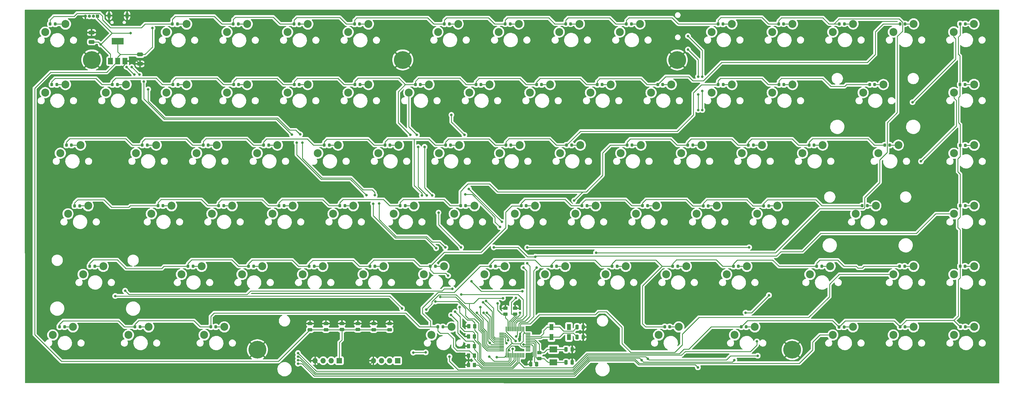
<source format=gbr>
%TF.GenerationSoftware,KiCad,Pcbnew,7.0.8-7.0.8~ubuntu22.04.1*%
%TF.CreationDate,2023-11-08T21:52:34+01:00*%
%TF.ProjectId,keyboard,6b657962-6f61-4726-942e-6b696361645f,rev?*%
%TF.SameCoordinates,Original*%
%TF.FileFunction,Copper,L2,Bot*%
%TF.FilePolarity,Positive*%
%FSLAX46Y46*%
G04 Gerber Fmt 4.6, Leading zero omitted, Abs format (unit mm)*
G04 Created by KiCad (PCBNEW 7.0.8-7.0.8~ubuntu22.04.1) date 2023-11-08 21:52:34*
%MOMM*%
%LPD*%
G01*
G04 APERTURE LIST*
G04 Aperture macros list*
%AMRoundRect*
0 Rectangle with rounded corners*
0 $1 Rounding radius*
0 $2 $3 $4 $5 $6 $7 $8 $9 X,Y pos of 4 corners*
0 Add a 4 corners polygon primitive as box body*
4,1,4,$2,$3,$4,$5,$6,$7,$8,$9,$2,$3,0*
0 Add four circle primitives for the rounded corners*
1,1,$1+$1,$2,$3*
1,1,$1+$1,$4,$5*
1,1,$1+$1,$6,$7*
1,1,$1+$1,$8,$9*
0 Add four rect primitives between the rounded corners*
20,1,$1+$1,$2,$3,$4,$5,0*
20,1,$1+$1,$4,$5,$6,$7,0*
20,1,$1+$1,$6,$7,$8,$9,0*
20,1,$1+$1,$8,$9,$2,$3,0*%
G04 Aperture macros list end*
%TA.AperFunction,ComponentPad*%
%ADD10C,2.500000*%
%TD*%
%TA.AperFunction,ComponentPad*%
%ADD11C,5.600000*%
%TD*%
%TA.AperFunction,ComponentPad*%
%ADD12O,1.050000X1.900000*%
%TD*%
%TA.AperFunction,ComponentPad*%
%ADD13R,1.000000X1.000000*%
%TD*%
%TA.AperFunction,ComponentPad*%
%ADD14O,1.000000X1.000000*%
%TD*%
%TA.AperFunction,SMDPad,CuDef*%
%ADD15RoundRect,0.218750X-0.218750X-0.256250X0.218750X-0.256250X0.218750X0.256250X-0.218750X0.256250X0*%
%TD*%
%TA.AperFunction,SMDPad,CuDef*%
%ADD16R,2.400000X1.900000*%
%TD*%
%TA.AperFunction,SMDPad,CuDef*%
%ADD17RoundRect,0.250000X0.650000X-0.325000X0.650000X0.325000X-0.650000X0.325000X-0.650000X-0.325000X0*%
%TD*%
%TA.AperFunction,SMDPad,CuDef*%
%ADD18RoundRect,0.250000X0.262500X0.450000X-0.262500X0.450000X-0.262500X-0.450000X0.262500X-0.450000X0*%
%TD*%
%TA.AperFunction,SMDPad,CuDef*%
%ADD19RoundRect,0.250000X0.250000X0.475000X-0.250000X0.475000X-0.250000X-0.475000X0.250000X-0.475000X0*%
%TD*%
%TA.AperFunction,SMDPad,CuDef*%
%ADD20RoundRect,0.075000X0.662500X0.075000X-0.662500X0.075000X-0.662500X-0.075000X0.662500X-0.075000X0*%
%TD*%
%TA.AperFunction,SMDPad,CuDef*%
%ADD21RoundRect,0.075000X0.075000X0.662500X-0.075000X0.662500X-0.075000X-0.662500X0.075000X-0.662500X0*%
%TD*%
%TA.AperFunction,SMDPad,CuDef*%
%ADD22RoundRect,0.250000X0.475000X-0.250000X0.475000X0.250000X-0.475000X0.250000X-0.475000X-0.250000X0*%
%TD*%
%TA.AperFunction,SMDPad,CuDef*%
%ADD23RoundRect,0.250000X0.450000X-0.262500X0.450000X0.262500X-0.450000X0.262500X-0.450000X-0.262500X0*%
%TD*%
%TA.AperFunction,SMDPad,CuDef*%
%ADD24R,1.500000X2.000000*%
%TD*%
%TA.AperFunction,SMDPad,CuDef*%
%ADD25R,3.800000X2.000000*%
%TD*%
%TA.AperFunction,SMDPad,CuDef*%
%ADD26RoundRect,0.250000X-0.250000X-0.475000X0.250000X-0.475000X0.250000X0.475000X-0.250000X0.475000X0*%
%TD*%
%TA.AperFunction,SMDPad,CuDef*%
%ADD27R,1.300000X1.900000*%
%TD*%
%TA.AperFunction,SMDPad,CuDef*%
%ADD28RoundRect,0.250000X-0.450000X0.262500X-0.450000X-0.262500X0.450000X-0.262500X0.450000X0.262500X0*%
%TD*%
%TA.AperFunction,ComponentPad*%
%ADD29R,1.700000X1.700000*%
%TD*%
%TA.AperFunction,ComponentPad*%
%ADD30O,1.700000X1.700000*%
%TD*%
%TA.AperFunction,SMDPad,CuDef*%
%ADD31RoundRect,0.250000X-0.650000X0.325000X-0.650000X-0.325000X0.650000X-0.325000X0.650000X0.325000X0*%
%TD*%
%TA.AperFunction,ViaPad*%
%ADD32C,0.800000*%
%TD*%
%TA.AperFunction,Conductor*%
%ADD33C,0.250000*%
%TD*%
G04 APERTURE END LIST*
D10*
%TO.P,S4,1*%
%TO.N,O0*%
X246650000Y-114140000D03*
%TO.P,S4,2*%
%TO.N,Net-(D4-Pad2)*%
X253000000Y-111600000D03*
%TD*%
%TO.P,S10,1*%
%TO.N,O1*%
X294300000Y-95090000D03*
%TO.P,S10,2*%
%TO.N,Net-(D10-Pad2)*%
X300650000Y-92550000D03*
%TD*%
%TO.P,S33,1*%
%TO.N,O4*%
X289550000Y-133210000D03*
%TO.P,S33,2*%
%TO.N,Net-(D33-Pad2)*%
X295900000Y-130670000D03*
%TD*%
%TO.P,S24,1*%
%TO.N,O3*%
X70430000Y-114140000D03*
%TO.P,S24,2*%
%TO.N,Net-(D24-Pad2)*%
X76780000Y-111600000D03*
%TD*%
%TO.P,S56,1*%
%TO.N,O8*%
X137150000Y-133210000D03*
%TO.P,S56,2*%
%TO.N,Net-(D56-Pad2)*%
X143500000Y-130670000D03*
%TD*%
%TO.P,S51,1*%
%TO.N,O7*%
X108500000Y-152260000D03*
%TO.P,S51,2*%
%TO.N,Net-(D51-Pad2)*%
X114850000Y-149720000D03*
%TD*%
D11*
%TO.P,H1,1,1*%
%TO.N,GND*%
X80350000Y-84800000D03*
%TD*%
D10*
%TO.P,S65,1*%
%TO.N,O10*%
X294290000Y-76010000D03*
%TO.P,S65,2*%
%TO.N,Net-(D65-Pad2)*%
X300640000Y-73470000D03*
%TD*%
%TO.P,S16,1*%
%TO.N,O2*%
X84730000Y-95090000D03*
%TO.P,S16,2*%
%TO.N,Net-(D16-Pad2)*%
X91080000Y-92550000D03*
%TD*%
%TO.P,S66,1*%
%TO.N,O10*%
X237150000Y-95090000D03*
%TO.P,S66,2*%
%TO.N,Net-(D66-Pad2)*%
X243500000Y-92550000D03*
%TD*%
%TO.P,S58,1*%
%TO.N,O8*%
X91850000Y-171310000D03*
%TO.P,S58,2*%
%TO.N,Net-(D58-Pad2)*%
X98200000Y-168770000D03*
%TD*%
%TO.P,S21,1*%
%TO.N,O2*%
X332360000Y-171310000D03*
%TO.P,S21,2*%
%TO.N,Net-(D21-Pad2)*%
X338710000Y-168770000D03*
%TD*%
%TO.P,S75,1*%
%TO.N,O11*%
X184700000Y-152260000D03*
%TO.P,S75,2*%
%TO.N,Net-(D76-Pad2)*%
X191050000Y-149720000D03*
%TD*%
%TO.P,S76,1*%
%TO.N,O11*%
X258560000Y-171310000D03*
%TO.P,S76,2*%
%TO.N,Net-(D77-Pad2)*%
X264910000Y-168770000D03*
%TD*%
D11*
%TO.P,H3,1,1*%
%TO.N,GND*%
X300550000Y-175950000D03*
%TD*%
D10*
%TO.P,S59,1*%
%TO.N,O9*%
X275240000Y-76010000D03*
%TO.P,S59,2*%
%TO.N,Net-(D59-Pad2)*%
X281590000Y-73470000D03*
%TD*%
%TO.P,S23,1*%
%TO.N,O3*%
X103780000Y-95090000D03*
%TO.P,S23,2*%
%TO.N,Net-(D23-Pad2)*%
X110130000Y-92550000D03*
%TD*%
%TO.P,S55,1*%
%TO.N,O8*%
X170450000Y-114140000D03*
%TO.P,S55,2*%
%TO.N,Net-(D55-Pad2)*%
X176800000Y-111600000D03*
%TD*%
%TO.P,S49,1*%
%TO.N,O7*%
X151400000Y-114140000D03*
%TO.P,S49,2*%
%TO.N,Net-(D49-Pad2)*%
X157750000Y-111600000D03*
%TD*%
%TO.P,S2,1*%
%TO.N,O0*%
X332390000Y-76010000D03*
%TO.P,S2,2*%
%TO.N,Net-(D2-Pad2)*%
X338740000Y-73470000D03*
%TD*%
%TO.P,S35,1*%
%TO.N,O5*%
X189170000Y-76010000D03*
%TO.P,S35,2*%
%TO.N,Net-(D35-Pad2)*%
X195520000Y-73470000D03*
%TD*%
%TO.P,S70,1*%
%TO.N,O10*%
X187120000Y-171310000D03*
%TO.P,S70,2*%
%TO.N,Net-(D70-Pad2)*%
X193470000Y-168770000D03*
%TD*%
%TO.P,S15,1*%
%TO.N,O2*%
X122850000Y-76060000D03*
%TO.P,S15,2*%
%TO.N,Net-(D15-Pad2)*%
X129200000Y-73520000D03*
%TD*%
%TO.P,S28,1*%
%TO.N,O3*%
X351420000Y-171310000D03*
%TO.P,S28,2*%
%TO.N,Net-(D28-Pad2)*%
X357770000Y-168770000D03*
%TD*%
%TO.P,S48,1*%
%TO.N,O7*%
X180000000Y-95090000D03*
%TO.P,S48,2*%
%TO.N,Net-(D48-Pad2)*%
X186350000Y-92550000D03*
%TD*%
%TO.P,S78,1*%
%TO.N,O5*%
X351400000Y-95050000D03*
%TO.P,S78,2*%
%TO.N,Net-(D79-Pad2)*%
X357750000Y-92510000D03*
%TD*%
%TO.P,S79,1*%
%TO.N,O6*%
X351435000Y-114160000D03*
%TO.P,S79,2*%
%TO.N,Net-(D80-Pad2)*%
X357785000Y-111620000D03*
%TD*%
%TO.P,S6,1*%
%TO.N,O0*%
X203750000Y-152260000D03*
%TO.P,S6,2*%
%TO.N,Net-(D6-Pad2)*%
X210100000Y-149720000D03*
%TD*%
%TO.P,S17,1*%
%TO.N,O2*%
X322870000Y-95090000D03*
%TO.P,S17,2*%
%TO.N,Net-(D17-Pad2)*%
X329220000Y-92550000D03*
%TD*%
%TO.P,S60,1*%
%TO.N,O9*%
X218100000Y-95090000D03*
%TO.P,S60,2*%
%TO.N,Net-(D60-Pad2)*%
X224450000Y-92550000D03*
%TD*%
%TO.P,S5,1*%
%TO.N,O0*%
X213350000Y-133210000D03*
%TO.P,S5,2*%
%TO.N,Net-(D5-Pad2)*%
X219700000Y-130670000D03*
%TD*%
%TO.P,S53,1*%
%TO.N,O8*%
X246340000Y-76010000D03*
%TO.P,S53,2*%
%TO.N,Net-(D53-Pad2)*%
X252690000Y-73470000D03*
%TD*%
%TO.P,S50,1*%
%TO.N,O7*%
X118100000Y-133210000D03*
%TO.P,S50,2*%
%TO.N,Net-(D50-Pad2)*%
X124450000Y-130670000D03*
%TD*%
%TO.P,S62,1*%
%TO.N,O9*%
X156200000Y-133210000D03*
%TO.P,S62,2*%
%TO.N,Net-(D62-Pad2)*%
X162550000Y-130670000D03*
%TD*%
%TO.P,S31,1*%
%TO.N,O4*%
X94230000Y-114140000D03*
%TO.P,S31,2*%
%TO.N,Net-(D31-Pad2)*%
X100580000Y-111600000D03*
%TD*%
%TO.P,S63,1*%
%TO.N,O9*%
X146600000Y-152260000D03*
%TO.P,S63,2*%
%TO.N,Net-(D63-Pad2)*%
X152950000Y-149720000D03*
%TD*%
%TO.P,S26,1*%
%TO.N,O3*%
X270500000Y-133210000D03*
%TO.P,S26,2*%
%TO.N,Net-(D26-Pad2)*%
X276850000Y-130670000D03*
%TD*%
%TO.P,S25,1*%
%TO.N,O3*%
X303800000Y-114140000D03*
%TO.P,S25,2*%
%TO.N,Net-(D25-Pad2)*%
X310150000Y-111600000D03*
%TD*%
%TO.P,S11,1*%
%TO.N,O1*%
X265700000Y-114140000D03*
%TO.P,S11,2*%
%TO.N,Net-(D11-Pad2)*%
X272050000Y-111600000D03*
%TD*%
%TO.P,S54,1*%
%TO.N,O8*%
X199050000Y-95090000D03*
%TO.P,S54,2*%
%TO.N,Net-(D54-Pad2)*%
X205400000Y-92550000D03*
%TD*%
%TO.P,S1,1*%
%TO.N,O0*%
X65680000Y-76060000D03*
%TO.P,S1,2*%
%TO.N,Net-(D1-Pad2)*%
X72030000Y-73520000D03*
%TD*%
%TO.P,S9,1*%
%TO.N,O1*%
X65680000Y-95090000D03*
%TO.P,S9,2*%
%TO.N,Net-(D9-Pad2)*%
X72030000Y-92550000D03*
%TD*%
%TO.P,S67,1*%
%TO.N,O10*%
X208550000Y-114140000D03*
%TO.P,S67,2*%
%TO.N,Net-(D67-Pad2)*%
X214900000Y-111600000D03*
%TD*%
%TO.P,S40,1*%
%TO.N,O5*%
X306140000Y-152260000D03*
%TO.P,S40,2*%
%TO.N,Net-(D40-Pad2)*%
X312490000Y-149720000D03*
%TD*%
D11*
%TO.P,H2,1,1*%
%TO.N,GND*%
X178100000Y-84800000D03*
%TD*%
D10*
%TO.P,S68,1*%
%TO.N,O10*%
X175250000Y-133210000D03*
%TO.P,S68,2*%
%TO.N,Net-(D68-Pad2)*%
X181600000Y-130670000D03*
%TD*%
%TO.P,S36,1*%
%TO.N,O5*%
X141870000Y-95090000D03*
%TO.P,S36,2*%
%TO.N,Net-(D36-Pad2)*%
X148220000Y-92550000D03*
%TD*%
%TO.P,S7,1*%
%TO.N,O0*%
X282440000Y-171310000D03*
%TO.P,S7,2*%
%TO.N,Net-(D7-Pad2)*%
X288790000Y-168770000D03*
%TD*%
D11*
%TO.P,H4,1,1*%
%TO.N,GND*%
X132400000Y-175950000D03*
%TD*%
D12*
%TO.P,J1,6,Shield*%
%TO.N,GND*%
X91425000Y-70850000D03*
X85775000Y-70850000D03*
%TD*%
D10*
%TO.P,S38,1*%
%TO.N,O5*%
X72840000Y-133210000D03*
%TO.P,S38,2*%
%TO.N,Net-(D38-Pad2)*%
X79190000Y-130670000D03*
%TD*%
%TO.P,S80,1*%
%TO.N,O7*%
X351420000Y-133210000D03*
%TO.P,S80,2*%
%TO.N,Net-(D81-Pad2)*%
X357770000Y-130670000D03*
%TD*%
%TO.P,S13,1*%
%TO.N,O1*%
X222800000Y-152260000D03*
%TO.P,S13,2*%
%TO.N,Net-(D13-Pad2)*%
X229150000Y-149720000D03*
%TD*%
%TO.P,S14,1*%
%TO.N,O1*%
X313310000Y-171310000D03*
%TO.P,S14,2*%
%TO.N,Net-(D14-Pad2)*%
X319660000Y-168770000D03*
%TD*%
%TO.P,S61,1*%
%TO.N,O9*%
X189500000Y-114140000D03*
%TO.P,S61,2*%
%TO.N,Net-(D61-Pad2)*%
X195850000Y-111600000D03*
%TD*%
%TO.P,S44,1*%
%TO.N,O6*%
X99050000Y-133210000D03*
%TO.P,S44,2*%
%TO.N,Net-(D44-Pad2)*%
X105400000Y-130670000D03*
%TD*%
%TO.P,S30,1*%
%TO.N,O4*%
X122830000Y-95090000D03*
%TO.P,S30,2*%
%TO.N,Net-(D30-Pad2)*%
X129180000Y-92550000D03*
%TD*%
%TO.P,S47,1*%
%TO.N,O7*%
X227290000Y-76010000D03*
%TO.P,S47,2*%
%TO.N,Net-(D47-Pad2)*%
X233640000Y-73470000D03*
%TD*%
%TO.P,S81,1*%
%TO.N,O8*%
X351420000Y-152260000D03*
%TO.P,S81,2*%
%TO.N,Net-(D82-Pad2)*%
X357770000Y-149720000D03*
%TD*%
%TO.P,S12,1*%
%TO.N,O1*%
X232400000Y-133210000D03*
%TO.P,S12,2*%
%TO.N,Net-(D12-Pad2)*%
X238750000Y-130670000D03*
%TD*%
%TO.P,S46,1*%
%TO.N,O6*%
X332390000Y-152260000D03*
%TO.P,S46,2*%
%TO.N,Net-(D46-Pad2)*%
X338740000Y-149720000D03*
%TD*%
%TO.P,S34,1*%
%TO.N,O4*%
X279950000Y-152260000D03*
%TO.P,S34,2*%
%TO.N,Net-(D34-Pad2)*%
X286300000Y-149720000D03*
%TD*%
%TO.P,S74,1*%
%TO.N,O11*%
X194300000Y-133210000D03*
%TO.P,S74,2*%
%TO.N,Net-(D75-Pad2)*%
X200650000Y-130670000D03*
%TD*%
%TO.P,S37,1*%
%TO.N,O5*%
X113300000Y-114140000D03*
%TO.P,S37,2*%
%TO.N,Net-(D37-Pad2)*%
X119650000Y-111600000D03*
%TD*%
%TO.P,S41,1*%
%TO.N,O6*%
X208240000Y-76010000D03*
%TO.P,S41,2*%
%TO.N,Net-(D41-Pad2)*%
X214590000Y-73470000D03*
%TD*%
%TO.P,S8,1*%
%TO.N,O1*%
X103774700Y-76060000D03*
%TO.P,S8,2*%
%TO.N,Net-(D8-Pad2)*%
X110124700Y-73520000D03*
%TD*%
%TO.P,S77,1*%
%TO.N,O4*%
X351370000Y-76010000D03*
%TO.P,S77,2*%
%TO.N,Net-(D78-Pad2)*%
X357720000Y-73470000D03*
%TD*%
%TO.P,S64,1*%
%TO.N,O9*%
X115650000Y-171310000D03*
%TO.P,S64,2*%
%TO.N,Net-(D64-Pad2)*%
X122000000Y-168770000D03*
%TD*%
%TO.P,S71,1*%
%TO.N,O11*%
X313340000Y-76010000D03*
%TO.P,S71,2*%
%TO.N,Net-(D72-Pad2)*%
X319690000Y-73470000D03*
%TD*%
%TO.P,S45,1*%
%TO.N,O6*%
X77580000Y-152260000D03*
%TO.P,S45,2*%
%TO.N,Net-(D45-Pad2)*%
X83930000Y-149720000D03*
%TD*%
%TO.P,S19,1*%
%TO.N,O2*%
X251450000Y-133210000D03*
%TO.P,S19,2*%
%TO.N,Net-(D19-Pad2)*%
X257800000Y-130670000D03*
%TD*%
%TO.P,S52,1*%
%TO.N,O7*%
X68050000Y-171310000D03*
%TO.P,S52,2*%
%TO.N,Net-(D52-Pad2)*%
X74400000Y-168770000D03*
%TD*%
%TO.P,S42,1*%
%TO.N,O6*%
X160950000Y-95090000D03*
%TO.P,S42,2*%
%TO.N,Net-(D42-Pad2)*%
X167300000Y-92550000D03*
%TD*%
%TO.P,S57,1*%
%TO.N,O8*%
X127550000Y-152260000D03*
%TO.P,S57,2*%
%TO.N,Net-(D57-Pad2)*%
X133900000Y-149720000D03*
%TD*%
%TO.P,S3,1*%
%TO.N,O0*%
X275250000Y-95090000D03*
%TO.P,S3,2*%
%TO.N,Net-(D3-Pad2)*%
X281600000Y-92550000D03*
%TD*%
D11*
%TO.P,H5,1,1*%
%TO.N,GND*%
X264400000Y-84800000D03*
%TD*%
D10*
%TO.P,S73,1*%
%TO.N,O11*%
X227600000Y-114140000D03*
%TO.P,S73,2*%
%TO.N,Net-(D74-Pad2)*%
X233950000Y-111600000D03*
%TD*%
%TO.P,S32,1*%
%TO.N,O4*%
X327600000Y-114140000D03*
%TO.P,S32,2*%
%TO.N,Net-(D32-Pad2)*%
X333950000Y-111600000D03*
%TD*%
%TO.P,S27,1*%
%TO.N,O3*%
X260900000Y-152260000D03*
%TO.P,S27,2*%
%TO.N,Net-(D27-Pad2)*%
X267250000Y-149720000D03*
%TD*%
%TO.P,S39,1*%
%TO.N,O5*%
X320500000Y-133210000D03*
%TO.P,S39,2*%
%TO.N,Net-(D39-Pad2)*%
X326850000Y-130670000D03*
%TD*%
%TO.P,S22,1*%
%TO.N,O3*%
X141900000Y-76060000D03*
%TO.P,S22,2*%
%TO.N,Net-(D22-Pad2)*%
X148250000Y-73520000D03*
%TD*%
%TO.P,S72,1*%
%TO.N,O11*%
X256200000Y-95090000D03*
%TO.P,S72,2*%
%TO.N,Net-(D73-Pad2)*%
X262550000Y-92550000D03*
%TD*%
%TO.P,S20,1*%
%TO.N,O2*%
X241850000Y-152260000D03*
%TO.P,S20,2*%
%TO.N,Net-(D20-Pad2)*%
X248200000Y-149720000D03*
%TD*%
%TO.P,S18,1*%
%TO.N,O2*%
X284750000Y-114140000D03*
%TO.P,S18,2*%
%TO.N,Net-(D18-Pad2)*%
X291100000Y-111600000D03*
%TD*%
%TO.P,S29,1*%
%TO.N,O4*%
X160950000Y-76060000D03*
%TO.P,S29,2*%
%TO.N,Net-(D29-Pad2)*%
X167300000Y-73520000D03*
%TD*%
D13*
%TO.P,J5,1,Pin_1*%
%TO.N,VBUS*%
X82100000Y-71000000D03*
D14*
%TO.P,J5,2,Pin_2*%
%TO.N,D+*%
X80830000Y-71000000D03*
%TO.P,J5,3,Pin_3*%
%TO.N,D-*%
X79560000Y-71000000D03*
%TO.P,J5,4,Pin_4*%
%TO.N,GND*%
X78290000Y-71000000D03*
%TD*%
D10*
%TO.P,S43,1*%
%TO.N,O6*%
X132350000Y-114140000D03*
%TO.P,S43,2*%
%TO.N,Net-(D43-Pad2)*%
X138700000Y-111600000D03*
%TD*%
%TO.P,S69,1*%
%TO.N,O10*%
X165650000Y-152260000D03*
%TO.P,S69,2*%
%TO.N,Net-(D69-Pad2)*%
X172000000Y-149720000D03*
%TD*%
D15*
%TO.P,D42,1*%
%TO.N,I1*%
X163062500Y-92550000D03*
%TO.P,D42,2*%
%TO.N,Net-(D42-Pad2)*%
X164637500Y-92550000D03*
%TD*%
%TO.P,D74,1*%
%TO.N,I2*%
X229612500Y-111600000D03*
%TO.P,D74,2*%
%TO.N,Net-(D74-Pad2)*%
X231187500Y-111600000D03*
%TD*%
%TO.P,D64,1*%
%TO.N,I5*%
X117725000Y-168750000D03*
%TO.P,D64,2*%
%TO.N,Net-(D64-Pad2)*%
X119300000Y-168750000D03*
%TD*%
%TO.P,D44,1*%
%TO.N,I3*%
X101125000Y-130650000D03*
%TO.P,D44,2*%
%TO.N,Net-(D44-Pad2)*%
X102700000Y-130650000D03*
%TD*%
%TO.P,D62,1*%
%TO.N,I3*%
X158312500Y-130650000D03*
%TO.P,D62,2*%
%TO.N,Net-(D62-Pad2)*%
X159887500Y-130650000D03*
%TD*%
%TO.P,D45,1*%
%TO.N,I4*%
X79662500Y-149700000D03*
%TO.P,D45,2*%
%TO.N,Net-(D45-Pad2)*%
X81237500Y-149700000D03*
%TD*%
D16*
%TO.P,Y2,1,1*%
%TO.N,OSC_IN*%
X225482500Y-175850000D03*
%TO.P,Y2,2,2*%
%TO.N,OSC_OUT*%
X225482500Y-179950000D03*
%TD*%
D15*
%TO.P,D72,1*%
%TO.N,I0*%
X315362500Y-73450000D03*
%TO.P,D72,2*%
%TO.N,Net-(D72-Pad2)*%
X316937500Y-73450000D03*
%TD*%
D17*
%TO.P,C7,1*%
%TO.N,VBUS*%
X80250000Y-79125000D03*
%TO.P,C7,2*%
%TO.N,GND*%
X80250000Y-76175000D03*
%TD*%
D15*
%TO.P,D65,1*%
%TO.N,I0*%
X296282500Y-73450000D03*
%TO.P,D65,2*%
%TO.N,Net-(D65-Pad2)*%
X297857500Y-73450000D03*
%TD*%
%TO.P,D4,1*%
%TO.N,I3*%
X248612500Y-111600000D03*
%TO.P,D4,2*%
%TO.N,Net-(D4-Pad2)*%
X250187500Y-111600000D03*
%TD*%
D18*
%TO.P,R10,1*%
%TO.N,I4*%
X200695000Y-168550000D03*
%TO.P,R10,2*%
%TO.N,GND*%
X198870000Y-168550000D03*
%TD*%
D15*
%TO.P,D10,1*%
%TO.N,I2*%
X296362500Y-92550000D03*
%TO.P,D10,2*%
%TO.N,Net-(D10-Pad2)*%
X297937500Y-92550000D03*
%TD*%
%TO.P,D30,1*%
%TO.N,I1*%
X124912500Y-92550000D03*
%TO.P,D30,2*%
%TO.N,Net-(D30-Pad2)*%
X126487500Y-92550000D03*
%TD*%
%TO.P,D37,1*%
%TO.N,I2*%
X115362500Y-111600000D03*
%TO.P,D37,2*%
%TO.N,Net-(D37-Pad2)*%
X116937500Y-111600000D03*
%TD*%
D19*
%TO.P,C10,1*%
%TO.N,GND*%
X231365000Y-175862500D03*
%TO.P,C10,2*%
%TO.N,OSC_IN*%
X229465000Y-175862500D03*
%TD*%
D18*
%TO.P,R12,1*%
%TO.N,I6*%
X200625000Y-180750000D03*
%TO.P,R12,2*%
%TO.N,GND*%
X198800000Y-180750000D03*
%TD*%
D15*
%TO.P,D8,1*%
%TO.N,I0*%
X105655000Y-73500000D03*
%TO.P,D8,2*%
%TO.N,Net-(D8-Pad2)*%
X107230000Y-73500000D03*
%TD*%
%TO.P,D21,1*%
%TO.N,I6*%
X334462500Y-168750000D03*
%TO.P,D21,2*%
%TO.N,Net-(D21-Pad2)*%
X336037500Y-168750000D03*
%TD*%
D20*
%TO.P,U1,1,VBAT*%
%TO.N,+3.3V*%
X217512500Y-170800000D03*
%TO.P,U1,2,PC13*%
%TO.N,unconnected-(U1A-PC13-Pad2)*%
X217512500Y-171300000D03*
%TO.P,U1,3,PC14-OSC32_IN*%
%TO.N,OSC32_IN*%
X217512500Y-171800000D03*
%TO.P,U1,4,PC15-OSC32_OUT*%
%TO.N,OSC32_OUT*%
X217512500Y-172300000D03*
%TO.P,U1,5,OSC_IN*%
%TO.N,OSC_IN*%
X217512500Y-172800000D03*
%TO.P,U1,6,OSC_OUT*%
%TO.N,OSC_OUT*%
X217512500Y-173300000D03*
%TO.P,U1,7,NRST*%
%TO.N,NRST*%
X217512500Y-173800000D03*
%TO.P,U1,8,VSSA*%
%TO.N,GND*%
X217512500Y-174300000D03*
%TO.P,U1,9,VDDA*%
%TO.N,+3.3V*%
X217512500Y-174800000D03*
%TO.P,U1,10,PA0-WKUP*%
%TO.N,unconnected-(U1A-PA0-WKUP-Pad10)*%
X217512500Y-175300000D03*
%TO.P,U1,11,PA1*%
%TO.N,unconnected-(U1A-PA1-Pad11)*%
X217512500Y-175800000D03*
%TO.P,U1,12,PA2*%
%TO.N,unconnected-(U1A-PA2-Pad12)*%
X217512500Y-176300000D03*
D21*
%TO.P,U1,13,PA3*%
%TO.N,unconnected-(U1A-PA3-Pad13)*%
X216100000Y-177712500D03*
%TO.P,U1,14,PA4*%
%TO.N,unconnected-(U1A-PA4-Pad14)*%
X215600000Y-177712500D03*
%TO.P,U1,15,PA5*%
%TO.N,unconnected-(U1A-PA5-Pad15)*%
X215100000Y-177712500D03*
%TO.P,U1,16,PA6*%
%TO.N,I6*%
X214600000Y-177712500D03*
%TO.P,U1,17,PA7*%
%TO.N,I5*%
X214100000Y-177712500D03*
%TO.P,U1,18,PB0*%
%TO.N,I2*%
X213600000Y-177712500D03*
%TO.P,U1,19,PB1*%
%TO.N,I1*%
X213100000Y-177712500D03*
%TO.P,U1,20,PB2*%
%TO.N,BOOT1*%
X212600000Y-177712500D03*
%TO.P,U1,21,PB10*%
%TO.N,I4*%
X212100000Y-177712500D03*
%TO.P,U1,22,PB11*%
%TO.N,O4*%
X211600000Y-177712500D03*
%TO.P,U1,23,VSS_1*%
%TO.N,GND*%
X211100000Y-177712500D03*
%TO.P,U1,24,VDD_1*%
%TO.N,+3.3V*%
X210600000Y-177712500D03*
D20*
%TO.P,U1,25,PB12*%
%TO.N,O3*%
X209187500Y-176300000D03*
%TO.P,U1,26,PB13*%
%TO.N,O2*%
X209187500Y-175800000D03*
%TO.P,U1,27,PB14*%
%TO.N,O1*%
X209187500Y-175300000D03*
%TO.P,U1,28,PB15*%
%TO.N,O0*%
X209187500Y-174800000D03*
%TO.P,U1,29,PA8*%
%TO.N,O5*%
X209187500Y-174300000D03*
%TO.P,U1,30,PA9*%
%TO.N,TX*%
X209187500Y-173800000D03*
%TO.P,U1,31,PA10*%
%TO.N,RX*%
X209187500Y-173300000D03*
%TO.P,U1,32,PA11*%
%TO.N,K-DM*%
X209187500Y-172800000D03*
%TO.P,U1,33,PA12*%
%TO.N,K-DP*%
X209187500Y-172300000D03*
%TO.P,U1,34,PA13*%
%TO.N,SWIO*%
X209187500Y-171800000D03*
%TO.P,U1,35,VSS_2*%
%TO.N,GND*%
X209187500Y-171300000D03*
%TO.P,U1,36,VDD_2*%
%TO.N,+3.3V*%
X209187500Y-170800000D03*
D21*
%TO.P,U1,37,PA14*%
%TO.N,SWCLK*%
X210600000Y-169387500D03*
%TO.P,U1,38,PA15*%
%TO.N,I3*%
X211100000Y-169387500D03*
%TO.P,U1,39,PB3*%
%TO.N,I0*%
X211600000Y-169387500D03*
%TO.P,U1,40,PB4*%
%TO.N,O11*%
X212100000Y-169387500D03*
%TO.P,U1,41,PB5*%
%TO.N,O10*%
X212600000Y-169387500D03*
%TO.P,U1,42,PB6*%
%TO.N,O9*%
X213100000Y-169387500D03*
%TO.P,U1,43,PB7*%
%TO.N,O8*%
X213600000Y-169387500D03*
%TO.P,U1,44,BOOT0*%
%TO.N,BOOT0*%
X214100000Y-169387500D03*
%TO.P,U1,45,PB8*%
%TO.N,O7*%
X214600000Y-169387500D03*
%TO.P,U1,46,PB9*%
%TO.N,O6*%
X215100000Y-169387500D03*
%TO.P,U1,47,VSS_3*%
%TO.N,GND*%
X215600000Y-169387500D03*
%TO.P,U1,48,VDD_3*%
%TO.N,+3.3V*%
X216100000Y-169387500D03*
%TD*%
D15*
%TO.P,D75,1*%
%TO.N,I3*%
X196312500Y-130650000D03*
%TO.P,D75,2*%
%TO.N,Net-(D75-Pad2)*%
X197887500Y-130650000D03*
%TD*%
%TO.P,D9,1*%
%TO.N,I1*%
X67755000Y-92550000D03*
%TO.P,D9,2*%
%TO.N,Net-(D9-Pad2)*%
X69330000Y-92550000D03*
%TD*%
D22*
%TO.P,C5,1*%
%TO.N,+3.3V*%
X158950000Y-169600000D03*
%TO.P,C5,2*%
%TO.N,GND*%
X158950000Y-167700000D03*
%TD*%
D23*
%TO.P,R6,1*%
%TO.N,I0*%
X213400000Y-164762500D03*
%TO.P,R6,2*%
%TO.N,GND*%
X213400000Y-162937500D03*
%TD*%
D15*
%TO.P,D54,1*%
%TO.N,I1*%
X201112500Y-92550000D03*
%TO.P,D54,2*%
%TO.N,Net-(D54-Pad2)*%
X202687500Y-92550000D03*
%TD*%
%TO.P,D36,1*%
%TO.N,I1*%
X143962500Y-92550000D03*
%TO.P,D36,2*%
%TO.N,Net-(D36-Pad2)*%
X145537500Y-92550000D03*
%TD*%
%TO.P,D76,1*%
%TO.N,I4*%
X186775000Y-149700000D03*
%TO.P,D76,2*%
%TO.N,Net-(D76-Pad2)*%
X188350000Y-149700000D03*
%TD*%
%TO.P,D35,1*%
%TO.N,I0*%
X191162500Y-73500000D03*
%TO.P,D35,2*%
%TO.N,Net-(D35-Pad2)*%
X192737500Y-73500000D03*
%TD*%
%TO.P,D12,1*%
%TO.N,I4*%
X234462500Y-130650000D03*
%TO.P,D12,2*%
%TO.N,Net-(D12-Pad2)*%
X236037500Y-130650000D03*
%TD*%
%TO.P,D52,1*%
%TO.N,I5*%
X70162500Y-168750000D03*
%TO.P,D52,2*%
%TO.N,Net-(D52-Pad2)*%
X71737500Y-168750000D03*
%TD*%
%TO.P,D27,1*%
%TO.N,I5*%
X262962500Y-149700000D03*
%TO.P,D27,2*%
%TO.N,Net-(D27-Pad2)*%
X264537500Y-149700000D03*
%TD*%
%TO.P,D55,1*%
%TO.N,I2*%
X172512500Y-111600000D03*
%TO.P,D55,2*%
%TO.N,Net-(D55-Pad2)*%
X174087500Y-111600000D03*
%TD*%
%TO.P,D59,1*%
%TO.N,I0*%
X277232500Y-73500000D03*
%TO.P,D59,2*%
%TO.N,Net-(D59-Pad2)*%
X278807500Y-73500000D03*
%TD*%
D24*
%TO.P,U2,1,GND*%
%TO.N,GND*%
X90780000Y-85200000D03*
%TO.P,U2,2,VO*%
%TO.N,+3.3V*%
X88480000Y-85200000D03*
D25*
X88480000Y-78900000D03*
D24*
%TO.P,U2,3,VI*%
%TO.N,VBUS*%
X86180000Y-85200000D03*
%TD*%
D18*
%TO.P,R11,1*%
%TO.N,I5*%
X200625000Y-177800000D03*
%TO.P,R11,2*%
%TO.N,GND*%
X198800000Y-177800000D03*
%TD*%
D22*
%TO.P,C1,1*%
%TO.N,+3.3V*%
X173950000Y-169650000D03*
%TO.P,C1,2*%
%TO.N,GND*%
X173950000Y-167750000D03*
%TD*%
D15*
%TO.P,D3,1*%
%TO.N,I2*%
X277262500Y-92550000D03*
%TO.P,D3,2*%
%TO.N,Net-(D3-Pad2)*%
X278837500Y-92550000D03*
%TD*%
%TO.P,D50,1*%
%TO.N,I3*%
X120230000Y-130650000D03*
%TO.P,D50,2*%
%TO.N,Net-(D50-Pad2)*%
X121805000Y-130650000D03*
%TD*%
%TO.P,D39,1*%
%TO.N,I4*%
X322562500Y-130650000D03*
%TO.P,D39,2*%
%TO.N,Net-(D39-Pad2)*%
X324137500Y-130650000D03*
%TD*%
%TO.P,D70,1*%
%TO.N,I5*%
X189125000Y-168750000D03*
%TO.P,D70,2*%
%TO.N,Net-(D70-Pad2)*%
X190700000Y-168750000D03*
%TD*%
%TO.P,D82,1*%
%TO.N,I6*%
X353362500Y-149700000D03*
%TO.P,D82,2*%
%TO.N,Net-(D82-Pad2)*%
X354937500Y-149700000D03*
%TD*%
%TO.P,D22,1*%
%TO.N,I0*%
X143942500Y-73500000D03*
%TO.P,D22,2*%
%TO.N,Net-(D22-Pad2)*%
X145517500Y-73500000D03*
%TD*%
D26*
%TO.P,C13,1*%
%TO.N,GND*%
X218332500Y-180550000D03*
%TO.P,C13,2*%
%TO.N,NRST*%
X220232500Y-180550000D03*
%TD*%
D27*
%TO.P,Y1,1,1*%
%TO.N,OSC32_IN*%
X224850000Y-168787500D03*
%TO.P,Y1,2,2*%
%TO.N,unconnected-(Y1-Pad2)*%
X230350000Y-168787500D03*
%TO.P,Y1,3,3*%
%TO.N,unconnected-(Y1-Pad3)*%
X230350000Y-171987500D03*
%TO.P,Y1,4,4*%
%TO.N,OSC32_OUT*%
X224850000Y-171987500D03*
%TD*%
D15*
%TO.P,D56,1*%
%TO.N,I3*%
X139212500Y-130650000D03*
%TO.P,D56,2*%
%TO.N,Net-(D56-Pad2)*%
X140787500Y-130650000D03*
%TD*%
%TO.P,D29,1*%
%TO.N,I0*%
X162930000Y-73500000D03*
%TO.P,D29,2*%
%TO.N,Net-(D29-Pad2)*%
X164505000Y-73500000D03*
%TD*%
%TO.P,D58,1*%
%TO.N,I5*%
X93912500Y-168750000D03*
%TO.P,D58,2*%
%TO.N,Net-(D58-Pad2)*%
X95487500Y-168750000D03*
%TD*%
%TO.P,D80,1*%
%TO.N,I6*%
X353400000Y-111650000D03*
%TO.P,D80,2*%
%TO.N,Net-(D80-Pad2)*%
X354975000Y-111650000D03*
%TD*%
%TO.P,D20,1*%
%TO.N,I5*%
X243925000Y-149700000D03*
%TO.P,D20,2*%
%TO.N,Net-(D20-Pad2)*%
X245500000Y-149700000D03*
%TD*%
%TO.P,D33,1*%
%TO.N,I4*%
X291605000Y-130700000D03*
%TO.P,D33,2*%
%TO.N,Net-(D33-Pad2)*%
X293180000Y-130700000D03*
%TD*%
%TO.P,D34,1*%
%TO.N,I5*%
X282062500Y-149700000D03*
%TO.P,D34,2*%
%TO.N,Net-(D34-Pad2)*%
X283637500Y-149700000D03*
%TD*%
D22*
%TO.P,C2,1*%
%TO.N,+3.3V*%
X168950000Y-169650000D03*
%TO.P,C2,2*%
%TO.N,GND*%
X168950000Y-167750000D03*
%TD*%
D15*
%TO.P,D51,1*%
%TO.N,I4*%
X110562500Y-149700000D03*
%TO.P,D51,2*%
%TO.N,Net-(D51-Pad2)*%
X112137500Y-149700000D03*
%TD*%
%TO.P,D15,1*%
%TO.N,I0*%
X124805000Y-73500000D03*
%TO.P,D15,2*%
%TO.N,Net-(D15-Pad2)*%
X126380000Y-73500000D03*
%TD*%
%TO.P,D32,1*%
%TO.N,I3*%
X329662500Y-111600000D03*
%TO.P,D32,2*%
%TO.N,Net-(D32-Pad2)*%
X331237500Y-111600000D03*
%TD*%
%TO.P,D23,1*%
%TO.N,I1*%
X105812500Y-92550000D03*
%TO.P,D23,2*%
%TO.N,Net-(D23-Pad2)*%
X107387500Y-92550000D03*
%TD*%
%TO.P,D26,1*%
%TO.N,I4*%
X272580000Y-130700000D03*
%TO.P,D26,2*%
%TO.N,Net-(D26-Pad2)*%
X274155000Y-130700000D03*
%TD*%
%TO.P,D28,1*%
%TO.N,I6*%
X353425000Y-168750000D03*
%TO.P,D28,2*%
%TO.N,Net-(D28-Pad2)*%
X355000000Y-168750000D03*
%TD*%
%TO.P,D40,1*%
%TO.N,I5*%
X308252500Y-149700000D03*
%TO.P,D40,2*%
%TO.N,Net-(D40-Pad2)*%
X309827500Y-149700000D03*
%TD*%
D22*
%TO.P,C8,1*%
%TO.N,+3.3V*%
X148950000Y-169650000D03*
%TO.P,C8,2*%
%TO.N,GND*%
X148950000Y-167750000D03*
%TD*%
D15*
%TO.P,D14,1*%
%TO.N,I6*%
X315275000Y-168800000D03*
%TO.P,D14,2*%
%TO.N,Net-(D14-Pad2)*%
X316850000Y-168800000D03*
%TD*%
%TO.P,D78,1*%
%TO.N,I6*%
X353400000Y-73450000D03*
%TO.P,D78,2*%
%TO.N,Net-(D78-Pad2)*%
X354975000Y-73450000D03*
%TD*%
%TO.P,D46,1*%
%TO.N,I5*%
X334325000Y-149700000D03*
%TO.P,D46,2*%
%TO.N,Net-(D46-Pad2)*%
X335900000Y-149700000D03*
%TD*%
%TO.P,D38,1*%
%TO.N,I3*%
X74912500Y-130700000D03*
%TO.P,D38,2*%
%TO.N,Net-(D38-Pad2)*%
X76487500Y-130700000D03*
%TD*%
%TO.P,D49,1*%
%TO.N,I2*%
X153412500Y-111600000D03*
%TO.P,D49,2*%
%TO.N,Net-(D49-Pad2)*%
X154987500Y-111600000D03*
%TD*%
D28*
%TO.P,R4,1*%
%TO.N,OSC_IN*%
X221032500Y-176865000D03*
%TO.P,R4,2*%
%TO.N,OSC_OUT*%
X221032500Y-178690000D03*
%TD*%
D15*
%TO.P,D41,1*%
%TO.N,I0*%
X210300000Y-73450000D03*
%TO.P,D41,2*%
%TO.N,Net-(D41-Pad2)*%
X211875000Y-73450000D03*
%TD*%
%TO.P,D7,1*%
%TO.N,I6*%
X284525000Y-168750000D03*
%TO.P,D7,2*%
%TO.N,Net-(D7-Pad2)*%
X286100000Y-168750000D03*
%TD*%
%TO.P,D77,1*%
%TO.N,I5*%
X260462500Y-168750000D03*
%TO.P,D77,2*%
%TO.N,Net-(D77-Pad2)*%
X262037500Y-168750000D03*
%TD*%
D29*
%TO.P,J4,1,Pin_1*%
%TO.N,+3.3V*%
X158180000Y-179400000D03*
D30*
%TO.P,J4,2,Pin_2*%
%TO.N,SWIO*%
X155640000Y-179400000D03*
%TO.P,J4,3,Pin_3*%
%TO.N,SWCLK*%
X153100000Y-179400000D03*
%TO.P,J4,4,Pin_4*%
%TO.N,GND*%
X150560000Y-179400000D03*
%TD*%
D18*
%TO.P,R7,1*%
%TO.N,I1*%
X200625000Y-171800000D03*
%TO.P,R7,2*%
%TO.N,GND*%
X198800000Y-171800000D03*
%TD*%
D15*
%TO.P,D19,1*%
%TO.N,I4*%
X253512500Y-130650000D03*
%TO.P,D19,2*%
%TO.N,Net-(D19-Pad2)*%
X255087500Y-130650000D03*
%TD*%
%TO.P,D5,1*%
%TO.N,I4*%
X215362500Y-130650000D03*
%TO.P,D5,2*%
%TO.N,Net-(D5-Pad2)*%
X216937500Y-130650000D03*
%TD*%
%TO.P,D67,1*%
%TO.N,I2*%
X210512500Y-111600000D03*
%TO.P,D67,2*%
%TO.N,Net-(D67-Pad2)*%
X212087500Y-111600000D03*
%TD*%
%TO.P,D18,1*%
%TO.N,I3*%
X286775000Y-111600000D03*
%TO.P,D18,2*%
%TO.N,Net-(D18-Pad2)*%
X288350000Y-111600000D03*
%TD*%
D19*
%TO.P,C9,1*%
%TO.N,GND*%
X231365000Y-179950000D03*
%TO.P,C9,2*%
%TO.N,OSC_OUT*%
X229465000Y-179950000D03*
%TD*%
D15*
%TO.P,D11,1*%
%TO.N,I3*%
X267712500Y-111600000D03*
%TO.P,D11,2*%
%TO.N,Net-(D11-Pad2)*%
X269287500Y-111600000D03*
%TD*%
%TO.P,D73,1*%
%TO.N,I1*%
X258262500Y-92550000D03*
%TO.P,D73,2*%
%TO.N,Net-(D73-Pad2)*%
X259837500Y-92550000D03*
%TD*%
%TO.P,D25,1*%
%TO.N,I3*%
X305862500Y-111600000D03*
%TO.P,D25,2*%
%TO.N,Net-(D25-Pad2)*%
X307437500Y-111600000D03*
%TD*%
D19*
%TO.P,C11,1*%
%TO.N,GND*%
X234832500Y-171950000D03*
%TO.P,C11,2*%
%TO.N,OSC32_OUT*%
X232932500Y-171950000D03*
%TD*%
D15*
%TO.P,D17,1*%
%TO.N,I2*%
X324912500Y-92550000D03*
%TO.P,D17,2*%
%TO.N,Net-(D17-Pad2)*%
X326487500Y-92550000D03*
%TD*%
%TO.P,D24,1*%
%TO.N,I2*%
X72355000Y-111600000D03*
%TO.P,D24,2*%
%TO.N,Net-(D24-Pad2)*%
X73930000Y-111600000D03*
%TD*%
%TO.P,D48,1*%
%TO.N,I1*%
X182062500Y-92550000D03*
%TO.P,D48,2*%
%TO.N,Net-(D48-Pad2)*%
X183637500Y-92550000D03*
%TD*%
%TO.P,D57,1*%
%TO.N,I4*%
X129612500Y-149700000D03*
%TO.P,D57,2*%
%TO.N,Net-(D57-Pad2)*%
X131187500Y-149700000D03*
%TD*%
%TO.P,D66,1*%
%TO.N,I1*%
X239212500Y-92550000D03*
%TO.P,D66,2*%
%TO.N,Net-(D66-Pad2)*%
X240787500Y-92550000D03*
%TD*%
%TO.P,D53,1*%
%TO.N,I0*%
X248412500Y-73500000D03*
%TO.P,D53,2*%
%TO.N,Net-(D53-Pad2)*%
X249987500Y-73500000D03*
%TD*%
%TO.P,D63,1*%
%TO.N,I4*%
X148662500Y-149700000D03*
%TO.P,D63,2*%
%TO.N,Net-(D63-Pad2)*%
X150237500Y-149700000D03*
%TD*%
%TO.P,D81,1*%
%TO.N,I6*%
X353400000Y-130650000D03*
%TO.P,D81,2*%
%TO.N,Net-(D81-Pad2)*%
X354975000Y-130650000D03*
%TD*%
D22*
%TO.P,C3,1*%
%TO.N,+3.3V*%
X163950000Y-169600000D03*
%TO.P,C3,2*%
%TO.N,GND*%
X163950000Y-167700000D03*
%TD*%
D15*
%TO.P,D13,1*%
%TO.N,I5*%
X224912500Y-149700000D03*
%TO.P,D13,2*%
%TO.N,Net-(D13-Pad2)*%
X226487500Y-149700000D03*
%TD*%
%TO.P,D47,1*%
%TO.N,I0*%
X229312500Y-73450000D03*
%TO.P,D47,2*%
%TO.N,Net-(D47-Pad2)*%
X230887500Y-73450000D03*
%TD*%
D31*
%TO.P,C4,1*%
%TO.N,+3.3V*%
X95480000Y-83100000D03*
%TO.P,C4,2*%
%TO.N,GND*%
X95480000Y-86050000D03*
%TD*%
D22*
%TO.P,C6,1*%
%TO.N,+3.3V*%
X153950000Y-169650000D03*
%TO.P,C6,2*%
%TO.N,GND*%
X153950000Y-167750000D03*
%TD*%
D15*
%TO.P,D6,1*%
%TO.N,I5*%
X205712500Y-149700000D03*
%TO.P,D6,2*%
%TO.N,Net-(D6-Pad2)*%
X207287500Y-149700000D03*
%TD*%
%TO.P,D79,1*%
%TO.N,I6*%
X353300000Y-92540000D03*
%TO.P,D79,2*%
%TO.N,Net-(D79-Pad2)*%
X354875000Y-92540000D03*
%TD*%
%TO.P,D2,1*%
%TO.N,I1*%
X334462500Y-73450000D03*
%TO.P,D2,2*%
%TO.N,Net-(D2-Pad2)*%
X336037500Y-73450000D03*
%TD*%
%TO.P,D31,1*%
%TO.N,I2*%
X96162500Y-111600000D03*
%TO.P,D31,2*%
%TO.N,Net-(D31-Pad2)*%
X97737500Y-111600000D03*
%TD*%
%TO.P,D1,1*%
%TO.N,I0*%
X67242500Y-73520000D03*
%TO.P,D1,2*%
%TO.N,Net-(D1-Pad2)*%
X68817500Y-73520000D03*
%TD*%
%TO.P,D61,1*%
%TO.N,I2*%
X191562500Y-111600000D03*
%TO.P,D61,2*%
%TO.N,Net-(D61-Pad2)*%
X193137500Y-111600000D03*
%TD*%
%TO.P,D69,1*%
%TO.N,I4*%
X167762500Y-149700000D03*
%TO.P,D69,2*%
%TO.N,Net-(D69-Pad2)*%
X169337500Y-149700000D03*
%TD*%
D23*
%TO.P,R9,1*%
%TO.N,I3*%
X210400000Y-164762500D03*
%TO.P,R9,2*%
%TO.N,GND*%
X210400000Y-162937500D03*
%TD*%
D18*
%TO.P,R8,1*%
%TO.N,I2*%
X200625000Y-174800000D03*
%TO.P,R8,2*%
%TO.N,GND*%
X198800000Y-174800000D03*
%TD*%
D15*
%TO.P,D16,1*%
%TO.N,I1*%
X86780000Y-92550000D03*
%TO.P,D16,2*%
%TO.N,Net-(D16-Pad2)*%
X88355000Y-92550000D03*
%TD*%
D19*
%TO.P,C12,1*%
%TO.N,GND*%
X234832500Y-168800000D03*
%TO.P,C12,2*%
%TO.N,OSC32_IN*%
X232932500Y-168800000D03*
%TD*%
D15*
%TO.P,D43,1*%
%TO.N,I2*%
X134362500Y-111600000D03*
%TO.P,D43,2*%
%TO.N,Net-(D43-Pad2)*%
X135937500Y-111600000D03*
%TD*%
%TO.P,D68,1*%
%TO.N,I3*%
X177312500Y-130650000D03*
%TO.P,D68,2*%
%TO.N,Net-(D68-Pad2)*%
X178887500Y-130650000D03*
%TD*%
D29*
%TO.P,J3,1,Pin_1*%
%TO.N,+3.3V*%
X176470000Y-179400000D03*
D30*
%TO.P,J3,2,Pin_2*%
%TO.N,BOOT0*%
X173930000Y-179400000D03*
%TO.P,J3,3,Pin_3*%
%TO.N,BOOT1*%
X171390000Y-179400000D03*
%TO.P,J3,4,Pin_4*%
%TO.N,GND*%
X168850000Y-179400000D03*
%TD*%
D15*
%TO.P,D60,1*%
%TO.N,I1*%
X220180000Y-92550000D03*
%TO.P,D60,2*%
%TO.N,Net-(D60-Pad2)*%
X221755000Y-92550000D03*
%TD*%
D32*
%TO.N,+3.3V*%
X99400000Y-74800000D03*
X207682500Y-178300000D03*
%TO.N,GND*%
X188650000Y-165250000D03*
X264750000Y-159450000D03*
X182700000Y-165300000D03*
X216032500Y-174300000D03*
X88450000Y-102300000D03*
X266950000Y-177800000D03*
X163500000Y-179400000D03*
X307600000Y-94400000D03*
X98550000Y-86000000D03*
X274350000Y-140450000D03*
X215432500Y-175950000D03*
X211900000Y-83000000D03*
X199400000Y-146650000D03*
X211750000Y-146350000D03*
X231400000Y-121200000D03*
X250100000Y-83100000D03*
X266000000Y-182150000D03*
X193200000Y-120600000D03*
X183650000Y-102100000D03*
X64550000Y-152400000D03*
X259950000Y-102400000D03*
X196732500Y-170750000D03*
X221850000Y-102050000D03*
X214982500Y-171800000D03*
X117100000Y-93100000D03*
X245650000Y-159350000D03*
X208800000Y-129650000D03*
X242250000Y-118100000D03*
X213000000Y-149250000D03*
X126700000Y-101650000D03*
X164750000Y-102300000D03*
X244250000Y-124950000D03*
X210350000Y-161300000D03*
X237650000Y-174500000D03*
X326650000Y-155100000D03*
X183150000Y-144200000D03*
X212350000Y-121550000D03*
X213450000Y-161300000D03*
X69200000Y-102400000D03*
X173700000Y-146350000D03*
X78700000Y-86050000D03*
X240950000Y-102300000D03*
X178600000Y-102050000D03*
X174200000Y-121300000D03*
X173050000Y-106100000D03*
X182700000Y-138500000D03*
X177700000Y-159000000D03*
X196732500Y-175200000D03*
X192600000Y-127500000D03*
X211182500Y-173000000D03*
X231000000Y-83150000D03*
X196082500Y-177200000D03*
X217050000Y-140100000D03*
X197200000Y-168550000D03*
X64900000Y-135650000D03*
X269550000Y-121300000D03*
X172600000Y-171700000D03*
X278950000Y-82950000D03*
X145700000Y-102400000D03*
X198100000Y-140200000D03*
%TO.N,VBUS*%
X83150000Y-79950000D03*
X92550000Y-76400000D03*
%TO.N,I0*%
X213650000Y-159650000D03*
X238875000Y-145438000D03*
%TO.N,I1*%
X180500000Y-108400000D03*
X182950000Y-112200000D03*
X185650000Y-127400000D03*
X194550000Y-164000000D03*
%TO.N,I2*%
X193300000Y-165050000D03*
X184100000Y-127400000D03*
%TO.N,I3*%
X207900000Y-161400000D03*
X232000000Y-129000000D03*
%TO.N,I4*%
X196000000Y-162550000D03*
X192350000Y-152650000D03*
%TO.N,TX*%
X271000000Y-90050000D03*
X203500000Y-164350000D03*
X271000000Y-95650000D03*
X267800000Y-81550000D03*
X271000000Y-100550000D03*
%TO.N,RX*%
X267800000Y-77300000D03*
X272300000Y-90050000D03*
X272300000Y-94600000D03*
X204500000Y-164350000D03*
X272300000Y-100550000D03*
%TO.N,BOOT0*%
X213732500Y-171750000D03*
%TO.N,BOOT1*%
X212632500Y-175650000D03*
%TO.N,SWIO*%
X210732500Y-173900000D03*
%TO.N,SWCLK*%
X213582500Y-173250000D03*
%TO.N,K-DP*%
X204275000Y-160575000D03*
X98050000Y-94050000D03*
X145850000Y-108200000D03*
X170650000Y-130000000D03*
X191500000Y-143800000D03*
X146500000Y-110800000D03*
X93700000Y-89450000D03*
X91250000Y-87050000D03*
X169300000Y-127350000D03*
%TO.N,K-DM*%
X188600000Y-144000000D03*
X166650000Y-127350000D03*
X92900000Y-87050000D03*
X203350000Y-161000000D03*
X168800000Y-130050000D03*
X96650000Y-91600000D03*
X144750000Y-110850000D03*
X95350000Y-89450000D03*
X143200000Y-108250000D03*
%TO.N,O0*%
X181400000Y-176850000D03*
X270900000Y-181500000D03*
X145150000Y-180350000D03*
X201400000Y-164350000D03*
X185300000Y-176800000D03*
%TO.N,O1*%
X145150000Y-179250000D03*
X185450000Y-163300000D03*
X209600000Y-159750000D03*
%TO.N,O2*%
X253200000Y-179250000D03*
X145150000Y-178150000D03*
X189850000Y-159350000D03*
X282350000Y-179200000D03*
%TO.N,O3*%
X255150000Y-178800000D03*
X289700000Y-177850000D03*
X145150000Y-177000000D03*
X188350000Y-160800000D03*
%TO.N,O4*%
X177850000Y-162950000D03*
X338400000Y-98100000D03*
X289450000Y-173350000D03*
X192800000Y-178100000D03*
X205332500Y-178100000D03*
X87700000Y-159050000D03*
%TO.N,O5*%
X202500000Y-162600000D03*
X285900000Y-164300000D03*
X293250000Y-158800000D03*
X90800000Y-157400000D03*
X341050000Y-116700000D03*
X205482500Y-173800000D03*
X193700000Y-156800000D03*
%TO.N,O7*%
X220200000Y-150150000D03*
X182550000Y-108400000D03*
X196450000Y-143750000D03*
X184950000Y-112150000D03*
X187350000Y-127450000D03*
X206700000Y-143750000D03*
X189350000Y-132850000D03*
X219800000Y-146700000D03*
%TO.N,O8*%
X209250000Y-135750000D03*
X217250000Y-148800000D03*
X198900000Y-125350000D03*
X217250000Y-143800000D03*
X197500000Y-108400000D03*
X287000000Y-143750000D03*
X193400000Y-102100000D03*
%TO.N,O9*%
X208650000Y-137350000D03*
X197800000Y-127100000D03*
X216050000Y-150100000D03*
%TO.N,O10*%
X196500000Y-158600000D03*
%TO.N,O11*%
X214950000Y-164350000D03*
X215750000Y-157600000D03*
X199700000Y-154450000D03*
%TD*%
D33*
%TO.N,+3.3V*%
X97050000Y-83100000D02*
X95480000Y-83100000D01*
X216357500Y-170625000D02*
X215932500Y-171050000D01*
X215132500Y-174550000D02*
X215607500Y-175025000D01*
X210600000Y-175682500D02*
X210600000Y-177712500D01*
X216582500Y-174800000D02*
X217512500Y-174800000D01*
X88480000Y-82280000D02*
X89300000Y-83100000D01*
X168950000Y-169650000D02*
X173950000Y-169650000D01*
X153950000Y-169650000D02*
X158950000Y-169650000D01*
X217512500Y-170800000D02*
X216582500Y-170800000D01*
X216100000Y-169387500D02*
X216100500Y-169388000D01*
X68612200Y-177450000D02*
X70762200Y-179600000D01*
X99400000Y-80750000D02*
X97050000Y-83100000D01*
X163900000Y-169650000D02*
X168950000Y-169650000D01*
X163900000Y-169650000D02*
X163950000Y-169600000D01*
X88480000Y-78900000D02*
X88480000Y-82280000D01*
X158950000Y-169650000D02*
X158950000Y-172850000D01*
X207682500Y-178300000D02*
X210012500Y-178300000D01*
X89300000Y-83100000D02*
X88480000Y-83920000D01*
X99400000Y-74800000D02*
X99400000Y-80750000D01*
X210600500Y-178222000D02*
X210600000Y-178221500D01*
X216357500Y-175025000D02*
X216582500Y-174800000D01*
X215607500Y-175025000D02*
X216357500Y-175025000D01*
X148950000Y-169650000D02*
X153950000Y-169650000D01*
X212470000Y-173812500D02*
X212757500Y-174100000D01*
X216357500Y-170575000D02*
X216100500Y-170318000D01*
X88480000Y-85200000D02*
X84980000Y-88700000D01*
X88480000Y-83920000D02*
X88480000Y-85200000D01*
X210012500Y-178300000D02*
X210600000Y-177712500D01*
X62343100Y-171181000D02*
X68612200Y-177450000D01*
X215132500Y-174100000D02*
X215132500Y-174550000D01*
X70762200Y-179600000D02*
X139000000Y-179600000D01*
X216357500Y-170575000D02*
X216357500Y-170625000D01*
X84980000Y-88700000D02*
X67350000Y-88700000D01*
X139000000Y-179600000D02*
X148950000Y-169650000D01*
X67350000Y-88700000D02*
X62343100Y-93706900D01*
X210263500Y-170800000D02*
X212157500Y-172694000D01*
X158950000Y-169600000D02*
X158950000Y-169650000D01*
X212757500Y-174100000D02*
X215132500Y-174100000D01*
X216582500Y-170800000D02*
X216357500Y-170575000D01*
X62343100Y-93706900D02*
X62343100Y-171181000D01*
X215932500Y-171050000D02*
X215932500Y-173300000D01*
X95480000Y-83100000D02*
X89300000Y-83100000D01*
X158180000Y-173620000D02*
X158180000Y-179400000D01*
X209187500Y-170800000D02*
X210263500Y-170800000D01*
X158950000Y-169650000D02*
X163900000Y-169650000D01*
X212157500Y-173500000D02*
X212470000Y-173812500D01*
X210600000Y-175682500D02*
X212470000Y-173812500D01*
X158950000Y-172850000D02*
X158180000Y-173620000D01*
X212157500Y-172694000D02*
X212157500Y-173500000D01*
X215932500Y-173300000D02*
X215132500Y-174100000D01*
X216100500Y-170318000D02*
X216100500Y-169388000D01*
%TO.N,GND*%
X209187500Y-171300000D02*
X210127500Y-171300000D01*
X218582500Y-174300000D02*
X217512500Y-174300000D01*
X153950000Y-167750000D02*
X168950000Y-167750000D01*
X198800500Y-174800000D02*
X198800000Y-174800000D01*
X152310000Y-181150000D02*
X167100000Y-181150000D01*
X90780000Y-85200000D02*
X90780000Y-86170000D01*
X218332500Y-178750000D02*
X219082500Y-178000000D01*
X196682500Y-177800000D02*
X196082500Y-177200000D01*
X210127500Y-171300000D02*
X211182500Y-172355000D01*
X90780000Y-86170000D02*
X89650000Y-87300000D01*
X212282500Y-174750000D02*
X214232500Y-174750000D01*
X150560000Y-179400000D02*
X152310000Y-181150000D01*
X168950000Y-167750000D02*
X173950000Y-167750000D01*
X215600500Y-169388000D02*
X215600500Y-170191000D01*
X211100500Y-177712000D02*
X211100500Y-175932000D01*
X148950000Y-167750000D02*
X153950000Y-167750000D01*
X214982500Y-170808000D02*
X214982500Y-171800000D01*
X198800000Y-177800000D02*
X196682500Y-177800000D01*
X211100500Y-175932000D02*
X212282500Y-174750000D01*
X197782500Y-171800000D02*
X196732500Y-170750000D01*
X218332500Y-180550000D02*
X218332500Y-178750000D01*
X219082500Y-178000000D02*
X219082500Y-174800000D01*
X198800500Y-177800000D02*
X198800000Y-177800000D01*
X219082500Y-174800000D02*
X218582500Y-174300000D01*
X197132500Y-174800000D02*
X196732500Y-175200000D01*
X198800000Y-171800000D02*
X197782500Y-171800000D01*
X197200000Y-168550000D02*
X198870000Y-168550000D01*
X198800500Y-180750000D02*
X198800500Y-177800000D01*
X81480000Y-86050000D02*
X78700000Y-86050000D01*
X198800000Y-174800000D02*
X197132500Y-174800000D01*
X231364500Y-179950000D02*
X231364500Y-175862000D01*
X215600500Y-170191000D02*
X214982500Y-170808000D01*
X214982500Y-173200000D02*
X214982500Y-171800000D01*
X211182500Y-172355000D02*
X211182500Y-173000000D01*
X198800500Y-171800000D02*
X198800000Y-171800000D01*
X95480000Y-86050000D02*
X98500000Y-86050000D01*
X198870500Y-168550000D02*
X198870000Y-168550000D01*
X214232500Y-174750000D02*
X215432500Y-175950000D01*
X94630000Y-85200000D02*
X95480000Y-86050000D01*
X217512500Y-174300000D02*
X216032500Y-174300000D01*
X167100000Y-181150000D02*
X168850000Y-179400000D01*
X90780000Y-85200000D02*
X94630000Y-85200000D01*
X234600500Y-176338000D02*
X234700500Y-176438000D01*
%TO.N,VBUS*%
X86700000Y-76400000D02*
X92550000Y-76400000D01*
X86180000Y-85200000D02*
X86180000Y-82980000D01*
X82100000Y-71800000D02*
X82100000Y-71000000D01*
X80250000Y-79125000D02*
X82325000Y-79125000D01*
X86180000Y-82980000D02*
X83150000Y-79950000D01*
X86700000Y-76400000D02*
X82100000Y-71800000D01*
X82325000Y-79125000D02*
X83150000Y-79950000D01*
X83150000Y-79950000D02*
X86700000Y-76400000D01*
%TO.N,OSC_OUT*%
X219982500Y-173836000D02*
X219446500Y-173300000D01*
X219446500Y-173300000D02*
X217512500Y-173300000D01*
X220372500Y-178690000D02*
X219982500Y-178300000D01*
X223482500Y-179650000D02*
X223532500Y-179650000D01*
X223832500Y-179950000D02*
X225482500Y-179950000D01*
X223532500Y-179650000D02*
X223832500Y-179950000D01*
X221032500Y-178690000D02*
X220372500Y-178690000D01*
X229464500Y-179950000D02*
X229465000Y-179950000D01*
X222522500Y-178690000D02*
X223482500Y-179650000D01*
X225482500Y-179950000D02*
X229464500Y-179950000D01*
X219982500Y-178300000D02*
X219982500Y-173836000D01*
X221032500Y-178690000D02*
X222522500Y-178690000D01*
%TO.N,OSC_IN*%
X221032500Y-174250000D02*
X219582500Y-172800000D01*
X229452500Y-175850000D02*
X229464500Y-175862000D01*
X219582500Y-172800000D02*
X217512500Y-172800000D01*
X223532500Y-175850000D02*
X225482500Y-175850000D01*
X225482500Y-175850000D02*
X229452500Y-175850000D01*
X222517500Y-176865000D02*
X223532500Y-175850000D01*
X221032500Y-176865000D02*
X221032500Y-174250000D01*
X221032500Y-176865000D02*
X222517500Y-176865000D01*
X229464500Y-175862000D02*
X229465000Y-175862500D01*
%TO.N,OSC32_OUT*%
X227394500Y-171988000D02*
X228670500Y-170712000D01*
X228670500Y-170712000D02*
X231694500Y-170712000D01*
X231694500Y-170712000D02*
X232932500Y-171950000D01*
X221894500Y-171988000D02*
X224850500Y-171988000D01*
X224850500Y-171988000D02*
X224850000Y-171987500D01*
X224850500Y-171988000D02*
X227394500Y-171988000D01*
X221582500Y-172300000D02*
X221894500Y-171988000D01*
X217512500Y-172300000D02*
X221582500Y-172300000D01*
%TO.N,OSC32_IN*%
X224849500Y-168788000D02*
X224850000Y-168788000D01*
X224850000Y-168788000D02*
X224850000Y-168787500D01*
X224849500Y-168788000D02*
X224850000Y-168788000D01*
X231707500Y-170075000D02*
X232932500Y-168850000D01*
X222432500Y-170814000D02*
X222432500Y-169900000D01*
X221446500Y-171800000D02*
X222432500Y-170814000D01*
X224850000Y-168788000D02*
X224850500Y-168788000D01*
X232932500Y-168850000D02*
X232932500Y-168800000D01*
X223544500Y-168788000D02*
X224849500Y-168788000D01*
X232932500Y-168850000D02*
X232944500Y-168838000D01*
X224850500Y-168788000D02*
X224862500Y-168800000D01*
X217512500Y-171800000D02*
X221446500Y-171800000D01*
X222432500Y-169900000D02*
X223544500Y-168788000D01*
X227407500Y-168800000D02*
X228682500Y-170075000D01*
X224850000Y-168788000D02*
X224850500Y-168788000D01*
X224862500Y-168800000D02*
X227407500Y-168800000D01*
X228682500Y-170075000D02*
X231707500Y-170075000D01*
%TO.N,NRST*%
X219182500Y-173800000D02*
X219532500Y-174150000D01*
X217512500Y-173800000D02*
X219182500Y-173800000D01*
X219532500Y-179850000D02*
X220232500Y-180550000D01*
X219532500Y-174150000D02*
X219532500Y-179850000D01*
%TO.N,I0*%
X211600500Y-167032000D02*
X211600500Y-169387500D01*
X310200000Y-71550000D02*
X312100000Y-73450000D01*
X137400000Y-71350000D02*
X139550000Y-73500000D01*
X191162000Y-72337500D02*
X191950000Y-71550000D01*
X191162000Y-73500000D02*
X191162500Y-73500000D01*
X228644000Y-73450000D02*
X229312000Y-73450000D01*
X293100000Y-73450000D02*
X294961000Y-73450000D01*
X121250000Y-73500000D02*
X118850000Y-71100000D01*
X143269000Y-73500000D02*
X143942000Y-73500000D01*
X212238000Y-161062000D02*
X212238000Y-164762000D01*
X264750000Y-73500000D02*
X275936000Y-73500000D01*
X275936000Y-73500000D02*
X276584000Y-73500000D01*
X294961000Y-73450000D02*
X295621500Y-73450000D01*
X74700000Y-71100000D02*
X75650000Y-70150000D01*
X248412000Y-73500000D02*
X248412500Y-73500000D01*
X124805000Y-73500000D02*
X124805000Y-72045000D01*
X105655000Y-72045000D02*
X105655000Y-73500000D01*
X243150000Y-71550000D02*
X245100000Y-73500000D01*
X143269000Y-73500000D02*
X143942000Y-73500000D01*
X313759000Y-73450000D02*
X315321000Y-71887700D01*
X247076000Y-73500000D02*
X247744000Y-73500000D01*
X205050000Y-71550000D02*
X206950000Y-73450000D01*
X323350000Y-128061000D02*
X323350000Y-131200000D01*
X213399500Y-164762000D02*
X213400000Y-164762500D01*
X291100000Y-71450000D02*
X293100000Y-73450000D01*
X142596000Y-73500000D02*
X143269000Y-73500000D01*
X229312000Y-73450000D02*
X229312500Y-73450000D01*
X328075000Y-123337000D02*
X323350000Y-128061000D01*
X67242500Y-72207500D02*
X68350000Y-71100000D01*
X296282000Y-73450000D02*
X296282500Y-73450000D01*
X296282000Y-72467500D02*
X297200000Y-71550000D01*
X162930000Y-73500000D02*
X162930000Y-72270000D01*
X185900000Y-71550000D02*
X187850000Y-73500000D01*
X86200000Y-74700000D02*
X95900000Y-74700000D01*
X227976000Y-73450000D02*
X228644000Y-73450000D01*
X333604000Y-101377000D02*
X330450000Y-104531000D01*
X95900000Y-74700000D02*
X97100000Y-73500000D01*
X139550000Y-73500000D02*
X142596000Y-73500000D01*
X125500000Y-71350000D02*
X137400000Y-71350000D01*
X158300000Y-71450000D02*
X160350000Y-73500000D01*
X191950000Y-71550000D02*
X205050000Y-71550000D01*
X187850000Y-73500000D02*
X189866000Y-73500000D01*
X144800000Y-71450000D02*
X158300000Y-71450000D01*
X276584000Y-73500000D02*
X277232000Y-73500000D01*
X295621500Y-73450000D02*
X296282000Y-73450000D01*
X278150000Y-71450000D02*
X291100000Y-71450000D01*
X211050000Y-71550000D02*
X224000000Y-71550000D01*
X190514000Y-73500000D02*
X191162000Y-73500000D01*
X83700000Y-71050000D02*
X83700000Y-72200000D01*
X97100000Y-73500000D02*
X105655000Y-73500000D01*
X143942000Y-72307500D02*
X144800000Y-71450000D01*
X294961000Y-73450000D02*
X295621500Y-73450000D01*
X143942000Y-73500000D02*
X143942000Y-72307500D01*
X296282000Y-73450000D02*
X296282000Y-72467500D01*
X333604000Y-77407900D02*
X333604000Y-101377000D01*
X330450000Y-113902000D02*
X328075000Y-116278000D01*
X160350000Y-73500000D02*
X162930000Y-73500000D01*
X277232000Y-73500000D02*
X277232500Y-73500000D01*
X189866000Y-73500000D02*
X190514000Y-73500000D01*
X225900000Y-73450000D02*
X227976000Y-73450000D01*
X210300000Y-72300000D02*
X211050000Y-71550000D01*
X295621500Y-73450000D02*
X296282000Y-73450000D01*
X323350000Y-131200000D02*
X322969000Y-131581000D01*
X143942000Y-73500000D02*
X143942500Y-73500000D01*
X229312000Y-73450000D02*
X229312000Y-72337500D01*
X247744000Y-73500000D02*
X248412000Y-73500000D01*
X191162000Y-73500000D02*
X191162000Y-72337500D01*
X227976000Y-73450000D02*
X228644000Y-73450000D01*
X328075000Y-116278000D02*
X328075000Y-123337000D01*
X229312000Y-72337500D02*
X230100000Y-71550000D01*
X315362000Y-73450000D02*
X315362500Y-73450000D01*
X213650000Y-159650000D02*
X212238000Y-161062000D01*
X230100000Y-71550000D02*
X243150000Y-71550000D01*
X67242500Y-73520000D02*
X67242500Y-72207500D01*
X313759000Y-73450000D02*
X315362000Y-73450000D01*
X297200000Y-71550000D02*
X310200000Y-71550000D01*
X124805000Y-72045000D02*
X125500000Y-71350000D01*
X224000000Y-71550000D02*
X225900000Y-73450000D01*
X213400000Y-165232500D02*
X213400000Y-164762500D01*
X206950000Y-73450000D02*
X210300000Y-73450000D01*
X163650000Y-71550000D02*
X185900000Y-71550000D01*
X190514000Y-73500000D02*
X191162000Y-73500000D01*
X213399500Y-164762000D02*
X212238000Y-164762000D01*
X213400000Y-164762000D02*
X213399500Y-164762000D01*
X189866000Y-73500000D02*
X190514000Y-73500000D01*
X106600000Y-71100000D02*
X105655000Y-72045000D01*
X322969000Y-131581000D02*
X309179000Y-131581000D01*
X68350000Y-71100000D02*
X74700000Y-71100000D01*
X82800000Y-70150000D02*
X83700000Y-71050000D01*
X162930000Y-72270000D02*
X163650000Y-71550000D01*
X142596000Y-73500000D02*
X143269000Y-73500000D01*
X247744000Y-73500000D02*
X248412000Y-73500000D01*
X277232000Y-72367500D02*
X278150000Y-71450000D01*
X315321000Y-71887700D02*
X334168000Y-71887700D01*
X275936000Y-73500000D02*
X276584000Y-73500000D01*
X276584000Y-73500000D02*
X277232000Y-73500000D01*
X309179000Y-131581000D02*
X295323000Y-145438000D01*
X295323000Y-145438000D02*
X238875000Y-145438000D01*
X335250000Y-72970000D02*
X335250000Y-75762100D01*
X312100000Y-73450000D02*
X313759000Y-73450000D01*
X83700000Y-72200000D02*
X86200000Y-74700000D01*
X277232000Y-73500000D02*
X277232000Y-72367500D01*
X118850000Y-71100000D02*
X106600000Y-71100000D01*
X228644000Y-73450000D02*
X229312000Y-73450000D01*
X262800000Y-71550000D02*
X264750000Y-73500000D01*
X248412000Y-72337500D02*
X249200000Y-71550000D01*
X210300000Y-73450000D02*
X210300000Y-72300000D01*
X335250000Y-75762100D02*
X333604000Y-77407900D01*
X247076000Y-73500000D02*
X247744000Y-73500000D01*
X330450000Y-104531000D02*
X330450000Y-113902000D01*
X245100000Y-73500000D02*
X247076000Y-73500000D01*
X211600500Y-167032000D02*
X213400000Y-165232500D01*
X248412000Y-73500000D02*
X248412000Y-72337500D01*
X249200000Y-71550000D02*
X262800000Y-71550000D01*
X334168000Y-71887700D02*
X335250000Y-72970000D01*
X75650000Y-70150000D02*
X82800000Y-70150000D01*
X124805000Y-73500000D02*
X121250000Y-73500000D01*
%TO.N,Net-(D1-Pad2)*%
X68817500Y-73520000D02*
X72030000Y-73520000D01*
%TO.N,I1*%
X162376500Y-92550000D02*
X163062000Y-92550000D01*
X200624500Y-170692000D02*
X200624500Y-171767000D01*
X196182500Y-168850000D02*
X196182500Y-165632500D01*
X258262000Y-92549500D02*
X260762000Y-90050000D01*
X123556000Y-92550000D02*
X124234000Y-92550000D01*
X235900000Y-92550000D02*
X237865700Y-92550000D01*
X124234000Y-92550000D02*
X124912000Y-92550000D01*
X105812000Y-92550000D02*
X105812000Y-91487500D01*
X142601000Y-92550000D02*
X143281500Y-92550000D01*
X197482500Y-170150000D02*
X200082500Y-170150000D01*
X106750000Y-90550000D02*
X119700000Y-90550000D01*
X143281500Y-92550000D02*
X143962000Y-92550000D01*
X105812000Y-91487500D02*
X106750000Y-90550000D01*
X164050000Y-90550000D02*
X176900000Y-90550000D01*
X200082500Y-170150000D02*
X200624500Y-170692000D01*
X124912000Y-92550000D02*
X124912500Y-92550000D01*
X258262000Y-92550000D02*
X258262500Y-92550000D01*
X196182500Y-165632500D02*
X194550000Y-164000000D01*
X269300000Y-91350000D02*
X272625000Y-91350000D01*
X237865700Y-92550000D02*
X239212500Y-92550000D01*
X143962000Y-92550000D02*
X143962500Y-92550000D01*
X104481000Y-92550000D02*
X105146500Y-92550000D01*
X180715700Y-92550000D02*
X182062500Y-92550000D01*
X182062000Y-92550000D02*
X182062000Y-91537500D01*
X86780000Y-91620000D02*
X87850000Y-90550000D01*
X157750000Y-90600000D02*
X159700000Y-92550000D01*
X201112000Y-92550000D02*
X201112000Y-91587500D01*
X105146500Y-92550000D02*
X105812000Y-92550000D01*
X86780000Y-92550000D02*
X86780000Y-91620000D01*
X237865700Y-92550000D02*
X239212000Y-92550000D01*
X278350000Y-85625000D02*
X324175000Y-85625000D01*
X329200000Y-73450000D02*
X334462000Y-73450000D01*
X161691000Y-92550000D02*
X162376500Y-92550000D01*
X214950000Y-90600000D02*
X216900000Y-92550000D01*
X240050000Y-90650000D02*
X253050000Y-90650000D01*
X200439000Y-92550000D02*
X201112000Y-92550000D01*
X216900000Y-92550000D02*
X220180000Y-92550000D01*
X121700000Y-92550000D02*
X123556000Y-92550000D01*
X163062000Y-92550000D02*
X163062500Y-92550000D01*
X100550000Y-90550000D02*
X102550000Y-92550000D01*
X196182500Y-168850000D02*
X197482500Y-170150000D01*
X125850000Y-90600000D02*
X138600000Y-90600000D01*
X202132500Y-178964000D02*
X203668500Y-180500000D01*
X176900000Y-90550000D02*
X178900000Y-92550000D01*
X176650000Y-94800000D02*
X178900000Y-92550000D01*
X123556000Y-92550000D02*
X124234000Y-92550000D01*
X180715700Y-92550000D02*
X182062000Y-92550000D01*
X87850000Y-90550000D02*
X100550000Y-90550000D01*
X185650000Y-127400000D02*
X182950000Y-124700000D01*
X200439000Y-92550000D02*
X201112000Y-92550000D01*
X180500000Y-108400000D02*
X176650000Y-104550000D01*
X202132500Y-174350000D02*
X202132500Y-178964000D01*
X162376500Y-92550000D02*
X163062000Y-92550000D01*
X196050000Y-90550000D02*
X198050000Y-92550000D01*
X200624500Y-171767000D02*
X200624500Y-172842000D01*
X182062000Y-91537500D02*
X183050000Y-90550000D01*
X163062000Y-92550000D02*
X163062000Y-91537500D01*
X183050000Y-90550000D02*
X196050000Y-90550000D01*
X258262000Y-92549500D02*
X258262000Y-92550000D01*
X124234000Y-92550000D02*
X124912000Y-92550000D01*
X83550000Y-92550000D02*
X86780000Y-92550000D01*
X199766000Y-92550000D02*
X200439000Y-92550000D01*
X198050000Y-92550000D02*
X199766000Y-92550000D01*
X200625000Y-171767500D02*
X200625000Y-171800000D01*
X199766000Y-92550000D02*
X200439000Y-92550000D01*
X178900000Y-92550000D02*
X180715700Y-92550000D01*
X239212000Y-92550000D02*
X239212000Y-91487500D01*
X201112000Y-91587500D02*
X202100000Y-90600000D01*
X239212000Y-91487500D02*
X240050000Y-90650000D01*
X200624500Y-172842000D02*
X202132500Y-174350000D01*
X220180000Y-92550000D02*
X220180000Y-91720000D01*
X213100500Y-179154000D02*
X213100000Y-179153500D01*
X253050000Y-90650000D02*
X254950000Y-92550000D01*
X124912000Y-92550000D02*
X124912000Y-91537500D01*
X258262000Y-92550000D02*
X258262000Y-92549500D01*
X268000000Y-90050000D02*
X269300000Y-91350000D01*
X81600000Y-90600000D02*
X83550000Y-92550000D01*
X213100000Y-179153500D02*
X213100000Y-177712500D01*
X144950000Y-90600000D02*
X157750000Y-90600000D01*
X124912000Y-91537500D02*
X125850000Y-90600000D01*
X213100500Y-179154000D02*
X213100500Y-177712000D01*
X161691000Y-92550000D02*
X162376500Y-92550000D01*
X200624500Y-171767000D02*
X200625000Y-171767500D01*
X202100000Y-90600000D02*
X214950000Y-90600000D01*
X220180000Y-91720000D02*
X221300000Y-90600000D01*
X221300000Y-90600000D02*
X233950000Y-90600000D01*
X326700000Y-83100000D02*
X326700000Y-75950000D01*
X254950000Y-92550000D02*
X258262000Y-92550000D01*
X201112000Y-92550000D02*
X201112500Y-92550000D01*
X272625000Y-91350000D02*
X278350000Y-85625000D01*
X140550000Y-92550000D02*
X142601000Y-92550000D01*
X159700000Y-92550000D02*
X161691000Y-92550000D01*
X326700000Y-75950000D02*
X329200000Y-73450000D01*
X67755000Y-92550000D02*
X67755000Y-91645000D01*
X143281500Y-92550000D02*
X143962000Y-92550000D01*
X105812000Y-92550000D02*
X105812500Y-92550000D01*
X182950000Y-124700000D02*
X182950000Y-112200000D01*
X203668500Y-180500000D02*
X211754500Y-180500000D01*
X142601000Y-92550000D02*
X143281500Y-92550000D01*
X260762000Y-90050000D02*
X268000000Y-90050000D01*
X138600000Y-90600000D02*
X140550000Y-92550000D01*
X233950000Y-90600000D02*
X235900000Y-92550000D01*
X211754500Y-180500000D02*
X213100500Y-179154000D01*
X102550000Y-92550000D02*
X104481000Y-92550000D01*
X176650000Y-104550000D02*
X176650000Y-94800000D01*
X324175000Y-85625000D02*
X326700000Y-83100000D01*
X119700000Y-90550000D02*
X121700000Y-92550000D01*
X143962000Y-91587500D02*
X144950000Y-90600000D01*
X143962000Y-92550000D02*
X143962000Y-91587500D01*
X104481000Y-92550000D02*
X105146500Y-92550000D01*
X68800000Y-90600000D02*
X81600000Y-90600000D01*
X163062000Y-91537500D02*
X164050000Y-90550000D01*
X105146500Y-92550000D02*
X105812000Y-92550000D01*
X334462000Y-73450000D02*
X334462500Y-73450000D01*
X67755000Y-91645000D02*
X68800000Y-90600000D01*
%TO.N,Net-(D2-Pad2)*%
X336053000Y-73465000D02*
X336052500Y-73465000D01*
X336052500Y-73465000D02*
X336037500Y-73450000D01*
X338740000Y-73470000D02*
X336058000Y-73470000D01*
X336058000Y-73470000D02*
X336053000Y-73465000D01*
X336053000Y-73465000D02*
X336048000Y-73460000D01*
%TO.N,I2*%
X181700000Y-109650000D02*
X186350000Y-109650000D01*
X134362000Y-111600000D02*
X134362000Y-110588000D01*
X184100000Y-127400000D02*
X184100000Y-126700000D01*
X148100000Y-109650000D02*
X150050000Y-111600000D01*
X277262500Y-92550000D02*
X277262000Y-92550000D01*
X200624500Y-174800000D02*
X200624500Y-175892000D01*
X172512500Y-111600000D02*
X172512000Y-111600000D01*
X191562500Y-111600000D02*
X191562000Y-111600000D01*
X153412000Y-111600000D02*
X153412000Y-110538000D01*
X277162000Y-92650000D02*
X277262000Y-92550000D01*
X72355000Y-111600000D02*
X72355000Y-110595000D01*
X224350000Y-109600000D02*
X226350000Y-111600000D01*
X277262000Y-92550000D02*
X277262000Y-91387500D01*
X324912500Y-92550000D02*
X324912000Y-92550000D01*
X200625000Y-174800000D02*
X200624500Y-174800000D01*
X317050000Y-93150000D02*
X317650000Y-92550000D01*
X226350000Y-111600000D02*
X229612000Y-111600000D01*
X153412500Y-111600000D02*
X153412000Y-111600000D01*
X202482500Y-179950396D02*
X203482104Y-180950000D01*
X72355000Y-110595000D02*
X73350000Y-109600000D01*
X278050000Y-90600000D02*
X291050000Y-90600000D01*
X191562000Y-111600000D02*
X191562000Y-110588000D01*
X153412000Y-110538000D02*
X154250000Y-109700000D01*
X172512000Y-111600000D02*
X172512000Y-110588000D01*
X197932500Y-173250000D02*
X195350000Y-170667500D01*
X272050000Y-92650000D02*
X277162000Y-92650000D01*
X96162500Y-110588000D02*
X97100000Y-109650000D01*
X169100000Y-111600000D02*
X172512000Y-111600000D01*
X297200000Y-90600000D02*
X310150000Y-90600000D01*
X172512000Y-110588000D02*
X173450000Y-109650000D01*
X150050000Y-111600000D02*
X153412000Y-111600000D01*
X97100000Y-109650000D02*
X110050000Y-109650000D01*
X112000000Y-111600000D02*
X115362000Y-111600000D01*
X296362000Y-92550000D02*
X296362000Y-91437500D01*
X115362000Y-110488000D02*
X116250000Y-109600000D01*
X110050000Y-109650000D02*
X112000000Y-111600000D01*
X131100000Y-111600000D02*
X134362000Y-111600000D01*
X205250000Y-109650000D02*
X207200000Y-111600000D01*
X200624500Y-173742000D02*
X200132500Y-173250000D01*
X129100000Y-109600000D02*
X131100000Y-111600000D01*
X91000000Y-109600000D02*
X93000000Y-111600000D01*
X296362000Y-91437500D02*
X297200000Y-90600000D01*
X201682500Y-179150000D02*
X202482500Y-179950000D01*
X135300000Y-109650000D02*
X148100000Y-109650000D01*
X210512000Y-110588000D02*
X211500000Y-109600000D01*
X116250000Y-109600000D02*
X129100000Y-109600000D01*
X310150000Y-90600000D02*
X312700000Y-93150000D01*
X277262000Y-91387500D02*
X278050000Y-90600000D01*
X73350000Y-109600000D02*
X91000000Y-109600000D01*
X233962000Y-107250000D02*
X264400000Y-107250000D01*
X201682500Y-176950000D02*
X201682500Y-179150000D01*
X211950500Y-180950000D02*
X213600500Y-179300000D01*
X213600500Y-179300000D02*
X213600500Y-177712500D01*
X207200000Y-111600000D02*
X210512000Y-111600000D01*
X210512000Y-111600000D02*
X210512000Y-110588000D01*
X317650000Y-92550000D02*
X324912000Y-92550000D01*
X200624500Y-174800000D02*
X200624500Y-173742000D01*
X229612500Y-111599500D02*
X229612500Y-111600000D01*
X188300000Y-111600000D02*
X191562000Y-111600000D01*
X195350000Y-167100000D02*
X193300000Y-165050000D01*
X154250000Y-109700000D02*
X167200000Y-109700000D01*
X167200000Y-109700000D02*
X169100000Y-111600000D01*
X293000000Y-92550000D02*
X296362000Y-92550000D01*
X191562000Y-110588000D02*
X192500000Y-109650000D01*
X96162500Y-111600000D02*
X96162500Y-110588000D01*
X93000000Y-111600000D02*
X96162500Y-111600000D01*
X195350000Y-170667500D02*
X195350000Y-167100000D01*
X269500000Y-95200000D02*
X272050000Y-92650000D01*
X186350000Y-109650000D02*
X188300000Y-111600000D01*
X229612000Y-111600000D02*
X229612500Y-111599500D01*
X115362000Y-111600000D02*
X115362000Y-110488000D01*
X200624500Y-175892000D02*
X201682500Y-176950000D01*
X264400000Y-107250000D02*
X269500000Y-102150000D01*
X192500000Y-109650000D02*
X205250000Y-109650000D01*
X203482104Y-180950000D02*
X211950500Y-180950000D01*
X291050000Y-90600000D02*
X293000000Y-92550000D01*
X173450000Y-109650000D02*
X181700000Y-109650000D01*
X200132500Y-173250000D02*
X197932500Y-173250000D01*
X296362500Y-92550000D02*
X296362000Y-92550000D01*
X115362500Y-111600000D02*
X115362000Y-111600000D01*
X229612500Y-111599500D02*
X233962000Y-107250000D01*
X202482500Y-179950000D02*
X202482500Y-179950396D01*
X269500000Y-102150000D02*
X269500000Y-95200000D01*
X210512500Y-111600000D02*
X210512000Y-111600000D01*
X184100000Y-126700000D02*
X181700000Y-124300000D01*
X312700000Y-93150000D02*
X317050000Y-93150000D01*
X134362500Y-111600000D02*
X134362000Y-111600000D01*
X181700000Y-124300000D02*
X181700000Y-109650000D01*
X211500000Y-109600000D02*
X224350000Y-109600000D01*
X134362000Y-110588000D02*
X135300000Y-109650000D01*
%TO.N,Net-(D3-Pad2)*%
X278838000Y-92550000D02*
X278837500Y-92550000D01*
X278838000Y-92550000D02*
X281600000Y-92550000D01*
%TO.N,I3*%
X210400000Y-165950000D02*
X210400000Y-164762500D01*
X302500000Y-111600000D02*
X305862000Y-111600000D01*
X156931000Y-130650000D02*
X158312000Y-130650000D01*
X121100000Y-128750000D02*
X133950000Y-128750000D01*
X139212500Y-130650000D02*
X139212000Y-130650000D01*
X210400000Y-164762500D02*
X210400000Y-164762000D01*
X300550000Y-109650000D02*
X302500000Y-111600000D01*
X209212000Y-164762000D02*
X207900000Y-163450000D01*
X240950000Y-114050000D02*
X243400000Y-111600000D01*
X74912500Y-130700000D02*
X74912500Y-129738000D01*
X197000000Y-125400000D02*
X197000000Y-125450000D01*
X286775000Y-111600000D02*
X286775000Y-110725000D01*
X248612000Y-110688000D02*
X249650000Y-109650000D01*
X211100500Y-169387500D02*
X211100500Y-166650500D01*
X177312000Y-129638000D02*
X178250000Y-128700000D01*
X287850000Y-109650000D02*
X300550000Y-109650000D01*
X305862000Y-110688000D02*
X306950000Y-109600000D01*
X158312000Y-130650000D02*
X158312000Y-130194000D01*
X210400000Y-164762000D02*
X209212000Y-164762000D01*
X248612000Y-111600000D02*
X248612000Y-111144000D01*
X247964000Y-111600000D02*
X248612000Y-111600000D01*
X174000000Y-130650000D02*
X177312000Y-130650000D01*
X92450000Y-130650000D02*
X101125000Y-130650000D01*
X262400000Y-109650000D02*
X264350000Y-111600000D01*
X248612000Y-111144000D02*
X248612000Y-110688000D01*
X120230000Y-129620000D02*
X121100000Y-128750000D01*
X240950000Y-121100000D02*
X240950000Y-114050000D01*
X91950000Y-131150000D02*
X92450000Y-130650000D01*
X324400000Y-109600000D02*
X326400000Y-111600000D01*
X232000000Y-129000000D02*
X234700000Y-126300000D01*
X159350000Y-128700000D02*
X172050000Y-128700000D01*
X329662500Y-111600000D02*
X329662000Y-111600000D01*
X158312500Y-130194500D02*
X158312500Y-130650000D01*
X207950000Y-126300000D02*
X205400000Y-123750000D01*
X139212000Y-129738000D02*
X140200000Y-128750000D01*
X286775000Y-110725000D02*
X287850000Y-109650000D01*
X267712500Y-111600000D02*
X267712000Y-111600000D01*
X154850000Y-130650000D02*
X156931000Y-130650000D01*
X172050000Y-128700000D02*
X174000000Y-130650000D01*
X235750000Y-126300000D02*
X240950000Y-121100000D01*
X281550000Y-109650000D02*
X283500000Y-111600000D01*
X234700000Y-126300000D02*
X235350000Y-126300000D01*
X158312000Y-130194000D02*
X158312000Y-129738000D01*
X86550000Y-131150000D02*
X91950000Y-131150000D01*
X178250000Y-128700000D02*
X191100000Y-128700000D01*
X198650000Y-123750000D02*
X197000000Y-125400000D01*
X234700000Y-126300000D02*
X235350000Y-126300000D01*
X243400000Y-111600000D02*
X247964000Y-111600000D01*
X248612000Y-111144000D02*
X248612500Y-111144500D01*
X247964000Y-111600000D02*
X248612000Y-111600000D01*
X193050000Y-130650000D02*
X196312000Y-130650000D01*
X177312000Y-130650000D02*
X177312000Y-129638000D01*
X101125000Y-130650000D02*
X101125000Y-129675000D01*
X74912500Y-129738000D02*
X75900000Y-128750000D01*
X196312500Y-126137500D02*
X196312500Y-130650000D01*
X326400000Y-111600000D02*
X329662000Y-111600000D01*
X267712000Y-111600000D02*
X267712000Y-110738000D01*
X75900000Y-128750000D02*
X84150000Y-128750000D01*
X305862000Y-111600000D02*
X305862000Y-110688000D01*
X158312000Y-130194000D02*
X158312500Y-130194500D01*
X197000000Y-125450000D02*
X196312500Y-126137500D01*
X177312500Y-130650000D02*
X177312000Y-130650000D01*
X207900000Y-163450000D02*
X207900000Y-161400000D01*
X207950000Y-126300000D02*
X234700000Y-126300000D01*
X306950000Y-109600000D02*
X324400000Y-109600000D01*
X116700000Y-130650000D02*
X120230000Y-130650000D01*
X102100000Y-128700000D02*
X114750000Y-128700000D01*
X101125000Y-129675000D02*
X102100000Y-128700000D01*
X135850000Y-130650000D02*
X139212000Y-130650000D01*
X267712000Y-110738000D02*
X268800000Y-109650000D01*
X283500000Y-111600000D02*
X286775000Y-111600000D01*
X139212000Y-130650000D02*
X139212000Y-129738000D01*
X211100500Y-166650500D02*
X210400000Y-165950000D01*
X264350000Y-111600000D02*
X267712000Y-111600000D01*
X120230000Y-130650000D02*
X120230000Y-129620000D01*
X249650000Y-109650000D02*
X262400000Y-109650000D01*
X235350000Y-126300000D02*
X235750000Y-126300000D01*
X152950000Y-128750000D02*
X154850000Y-130650000D01*
X268800000Y-109650000D02*
X281550000Y-109650000D01*
X191100000Y-128700000D02*
X193050000Y-130650000D01*
X248612500Y-111144500D02*
X248612500Y-111600000D01*
X140200000Y-128750000D02*
X152950000Y-128750000D01*
X84150000Y-128750000D02*
X86550000Y-131150000D01*
X205400000Y-123750000D02*
X198650000Y-123750000D01*
X156931000Y-130650000D02*
X158312000Y-130650000D01*
X158312000Y-129738000D02*
X159350000Y-128700000D01*
X114750000Y-128700000D02*
X116700000Y-130650000D01*
X305862500Y-111600000D02*
X305862000Y-111600000D01*
X133950000Y-128750000D02*
X135850000Y-130650000D01*
%TO.N,Net-(D4-Pad2)*%
X250188000Y-111600000D02*
X253000000Y-111600000D01*
X250188000Y-111600000D02*
X250187500Y-111600000D01*
%TO.N,I4*%
X211482500Y-180050000D02*
X212100500Y-179432000D01*
X129612000Y-149700000D02*
X129612500Y-149700000D01*
X201632500Y-173214000D02*
X202582500Y-174164000D01*
X129612000Y-149700000D02*
X129612000Y-148938000D01*
X110562000Y-149700000D02*
X110562500Y-149700000D01*
X286300000Y-128800000D02*
X288200000Y-130700000D01*
X186775000Y-150825000D02*
X186775000Y-149700000D01*
X253512000Y-130650000D02*
X253512500Y-130650000D01*
X110562000Y-149700000D02*
X110562000Y-148838000D01*
X210500000Y-132650000D02*
X212450000Y-130700000D01*
X215350000Y-130662500D02*
X215362000Y-130650000D01*
X143350000Y-147750000D02*
X145300000Y-149700000D01*
X212450000Y-130700000D02*
X215312000Y-130700000D01*
X252156000Y-130650000D02*
X252834000Y-130650000D01*
X231100000Y-130650000D02*
X233481000Y-130650000D01*
X273750000Y-128800000D02*
X286300000Y-128800000D01*
X162500000Y-147800000D02*
X164400000Y-149700000D01*
X233971500Y-130650000D02*
X234462000Y-130650000D01*
X149800000Y-147800000D02*
X162500000Y-147800000D01*
X147306000Y-149700000D02*
X147984000Y-149700000D01*
X210500000Y-137600000D02*
X210500000Y-132650000D01*
X167071500Y-149700000D02*
X167762000Y-149700000D01*
X198432500Y-166650000D02*
X196000000Y-164217500D01*
X88350000Y-147700000D02*
X91100000Y-150450000D01*
X200694500Y-167462000D02*
X199882500Y-166650000D01*
X109206000Y-149700000D02*
X109884000Y-149700000D01*
X200694500Y-169812000D02*
X201632500Y-170750000D01*
X111700000Y-147700000D02*
X124350000Y-147700000D01*
X250100000Y-130650000D02*
X252156000Y-130650000D01*
X288200000Y-130700000D02*
X291605000Y-130700000D01*
X191550000Y-151850000D02*
X187800000Y-151850000D01*
X215362000Y-129888000D02*
X216550000Y-128700000D01*
X169000000Y-147750000D02*
X181500000Y-147750000D01*
X254600000Y-128700000D02*
X267300000Y-128700000D01*
X233971500Y-130650000D02*
X234462000Y-130650000D01*
X202582500Y-174164000D02*
X202582500Y-178750000D01*
X234462000Y-130650000D02*
X234462500Y-130650000D01*
X145300000Y-149700000D02*
X147306000Y-149700000D01*
X272580000Y-130700000D02*
X272580000Y-129970000D01*
X91100000Y-150450000D02*
X102300000Y-150450000D01*
X212100500Y-177713000D02*
X212100000Y-177712500D01*
X187800000Y-151850000D02*
X186775000Y-150825000D01*
X128256000Y-149700000D02*
X128934000Y-149700000D01*
X202582500Y-178750000D02*
X203882500Y-180050000D01*
X129612000Y-148938000D02*
X130800000Y-147750000D01*
X215350000Y-130662500D02*
X215362500Y-130650000D01*
X126350000Y-149700000D02*
X128256000Y-149700000D01*
X183450000Y-149700000D02*
X186775000Y-149700000D01*
X252834000Y-130650000D02*
X253512000Y-130650000D01*
X199882500Y-166650000D02*
X198432500Y-166650000D01*
X203882500Y-180050000D02*
X211482500Y-180050000D01*
X267300000Y-128700000D02*
X269300000Y-130700000D01*
X192350000Y-152650000D02*
X191550000Y-151850000D01*
X215337000Y-130675000D02*
X215362000Y-130650000D01*
X147306000Y-149700000D02*
X147984000Y-149700000D01*
X322562000Y-130650000D02*
X322562500Y-130650000D01*
X201632500Y-170750000D02*
X201632500Y-173214000D01*
X191175000Y-145300000D02*
X202800000Y-145300000D01*
X79662500Y-148838000D02*
X80800000Y-147700000D01*
X252156000Y-130650000D02*
X252834000Y-130650000D01*
X233481000Y-130650000D02*
X233971500Y-130650000D01*
X109884000Y-149700000D02*
X110562000Y-149700000D01*
X216550000Y-128700000D02*
X229150000Y-128700000D01*
X292850000Y-128750000D02*
X308000000Y-128750000D01*
X196000000Y-164217500D02*
X196000000Y-162550000D01*
X202800000Y-145300000D02*
X210500000Y-137600000D01*
X309900000Y-130650000D02*
X322562000Y-130650000D01*
X148662000Y-149700000D02*
X148662000Y-148938000D01*
X166381000Y-149700000D02*
X167071500Y-149700000D01*
X252834000Y-130650000D02*
X253512000Y-130650000D01*
X234462000Y-129888000D02*
X235600000Y-128750000D01*
X124350000Y-147700000D02*
X126350000Y-149700000D01*
X200694500Y-168593000D02*
X200694500Y-169812000D01*
X229150000Y-128700000D02*
X231100000Y-130650000D01*
X167071500Y-149700000D02*
X167762000Y-149700000D01*
X248200000Y-128750000D02*
X250100000Y-130650000D01*
X212100500Y-179432000D02*
X212100500Y-177713000D01*
X109206000Y-149700000D02*
X109884000Y-149700000D01*
X253512000Y-129788000D02*
X254600000Y-128700000D01*
X130800000Y-147750000D02*
X143350000Y-147750000D01*
X79662500Y-149700000D02*
X79662500Y-148838000D01*
X167762000Y-149700000D02*
X167762000Y-148988000D01*
X109884000Y-149700000D02*
X110562000Y-149700000D01*
X215312000Y-130700000D02*
X215337000Y-130675000D01*
X128934000Y-149700000D02*
X129612000Y-149700000D01*
X233481000Y-130650000D02*
X233971500Y-130650000D01*
X167762000Y-149700000D02*
X167762500Y-149700000D01*
X110562000Y-148838000D02*
X111700000Y-147700000D01*
X253512000Y-130650000D02*
X253512000Y-129788000D01*
X186775000Y-149700000D02*
X191175000Y-145300000D01*
X148662000Y-149700000D02*
X148662500Y-149700000D01*
X102300000Y-150450000D02*
X103050000Y-149700000D01*
X147984000Y-149700000D02*
X148662000Y-149700000D01*
X80800000Y-147700000D02*
X88350000Y-147700000D01*
X164400000Y-149700000D02*
X166381000Y-149700000D01*
X291605000Y-130700000D02*
X291605000Y-129995000D01*
X234462000Y-130650000D02*
X234462000Y-129888000D01*
X215362000Y-130650000D02*
X215362000Y-129888000D01*
X147984000Y-149700000D02*
X148662000Y-149700000D01*
X181500000Y-147750000D02*
X183450000Y-149700000D01*
X291605000Y-129995000D02*
X292850000Y-128750000D01*
X128934000Y-149700000D02*
X129612000Y-149700000D01*
X166381000Y-149700000D02*
X167071500Y-149700000D01*
X215337000Y-130675000D02*
X215338000Y-130675000D01*
X308000000Y-128750000D02*
X309900000Y-130650000D01*
X128256000Y-149700000D02*
X128934000Y-149700000D01*
X269300000Y-130700000D02*
X272580000Y-130700000D01*
X103050000Y-149700000D02*
X109206000Y-149700000D01*
X167762000Y-148988000D02*
X169000000Y-147750000D01*
X272580000Y-129970000D02*
X273750000Y-128800000D01*
X148662000Y-148938000D02*
X149800000Y-147800000D01*
X200694500Y-168550000D02*
X200694500Y-167462000D01*
X215338000Y-130675000D02*
X215350000Y-130662500D01*
X235600000Y-128750000D02*
X248200000Y-128750000D01*
%TO.N,Net-(D5-Pad2)*%
X216953000Y-130665000D02*
X216948000Y-130660000D01*
X216953000Y-130665000D02*
X216952500Y-130665000D01*
X219700000Y-130670000D02*
X216958000Y-130670000D01*
X216952500Y-130665000D02*
X216937500Y-130650000D01*
X216958000Y-130670000D02*
X216953000Y-130665000D01*
%TO.N,I5*%
X90600000Y-168750000D02*
X93912500Y-168750000D01*
X320364000Y-149714000D02*
X320664000Y-149714000D01*
X195150000Y-176250000D02*
X199074500Y-176250000D01*
X224912500Y-149700000D02*
X224912000Y-149700000D01*
X243925000Y-148925000D02*
X245100000Y-147750000D01*
X224912000Y-149700000D02*
X224912000Y-148988000D01*
X194000000Y-175100000D02*
X195150000Y-176250000D01*
X224912000Y-148988000D02*
X226150000Y-147750000D01*
X322600000Y-150250000D02*
X323150000Y-149700000D01*
X71300000Y-166850000D02*
X88700000Y-166850000D01*
X203182500Y-181400000D02*
X212500500Y-181400000D01*
X238550000Y-147750000D02*
X240500000Y-149700000D01*
X179050000Y-164400000D02*
X183400000Y-168750000D01*
X117725000Y-168750000D02*
X117725000Y-165475000D01*
X189900000Y-170750000D02*
X192300000Y-170750000D01*
X95100000Y-166800000D02*
X112400000Y-166800000D01*
X184300000Y-162800000D02*
X189200000Y-157900000D01*
X308252500Y-149700000D02*
X308252500Y-148747500D01*
X253512000Y-167800000D02*
X253512000Y-155838000D01*
X206900000Y-147750000D02*
X219700000Y-147750000D01*
X199074500Y-176250000D02*
X200624500Y-177800000D01*
X321200000Y-150250000D02*
X322600000Y-150250000D01*
X112400000Y-166800000D02*
X114350000Y-168750000D01*
X189125000Y-168750000D02*
X189125000Y-169975000D01*
X183400000Y-168750000D02*
X186825000Y-168750000D01*
X186825000Y-168750000D02*
X186825000Y-167000000D01*
X262962000Y-149700000D02*
X262962000Y-148888000D01*
X189125000Y-169975000D02*
X189900000Y-170750000D01*
X194300000Y-157900000D02*
X202500000Y-149700000D01*
X309250000Y-147750000D02*
X314850000Y-147750000D01*
X93912500Y-168750000D02*
X93912500Y-167988000D01*
X205712000Y-148938000D02*
X206900000Y-147750000D01*
X257700000Y-147750000D02*
X259650000Y-149700000D01*
X205712500Y-149700000D02*
X205712000Y-149700000D01*
X118800000Y-164400000D02*
X179050000Y-164400000D01*
X240500000Y-149700000D02*
X243925000Y-149700000D01*
X186825000Y-167000000D02*
X184300000Y-164475000D01*
X200624500Y-177800000D02*
X200624500Y-178842000D01*
X226150000Y-147750000D02*
X238550000Y-147750000D01*
X243925000Y-149700000D02*
X243925000Y-148925000D01*
X314850000Y-147750000D02*
X316800000Y-149700000D01*
X320664000Y-149714000D02*
X321200000Y-150250000D01*
X192300000Y-170750000D02*
X194000000Y-172450000D01*
X296364000Y-149714000D02*
X308238500Y-149714000D01*
X264150000Y-147700000D02*
X276700000Y-147700000D01*
X117725000Y-165475000D02*
X118800000Y-164400000D01*
X294400000Y-147750000D02*
X296364000Y-149714000D01*
X221650000Y-149700000D02*
X224912000Y-149700000D01*
X93912500Y-167988000D02*
X95100000Y-166800000D01*
X194000000Y-172450000D02*
X194000000Y-175100000D01*
X308252500Y-148747500D02*
X309250000Y-147750000D01*
X308238500Y-149714000D02*
X308252500Y-149700000D01*
X70162500Y-168750000D02*
X70162500Y-167988000D01*
X114350000Y-168750000D02*
X117725000Y-168750000D01*
X184300000Y-164475000D02*
X184300000Y-162800000D01*
X259650000Y-149700000D02*
X262962000Y-149700000D01*
X260462500Y-168750000D02*
X254462000Y-168750000D01*
X276700000Y-147700000D02*
X278700000Y-149700000D01*
X283250000Y-147750000D02*
X294400000Y-147750000D01*
X316800000Y-149700000D02*
X320350000Y-149700000D01*
X88700000Y-166850000D02*
X90600000Y-168750000D01*
X205712000Y-149700000D02*
X205712000Y-148938000D01*
X202500000Y-149700000D02*
X205712000Y-149700000D01*
X214100000Y-179800500D02*
X214100000Y-177712500D01*
X212500500Y-181400000D02*
X214100000Y-179800500D01*
X253512000Y-155838000D02*
X259650000Y-149700000D01*
X70162500Y-167988000D02*
X71300000Y-166850000D01*
X245100000Y-147750000D02*
X257700000Y-147750000D01*
X189200000Y-157900000D02*
X194300000Y-157900000D01*
X219700000Y-147750000D02*
X221650000Y-149700000D01*
X186825000Y-168750000D02*
X189125000Y-168750000D01*
X323150000Y-149700000D02*
X334325000Y-149700000D01*
X282062000Y-149700000D02*
X282062000Y-148938000D01*
X200624500Y-178842000D02*
X203182500Y-181400000D01*
X320350000Y-149700000D02*
X320364000Y-149714000D01*
X278700000Y-149700000D02*
X282062000Y-149700000D01*
X262962500Y-149700000D02*
X262962000Y-149700000D01*
X262962000Y-148888000D02*
X264150000Y-147700000D01*
X282062000Y-148938000D02*
X283250000Y-147750000D01*
X254462000Y-168750000D02*
X253512000Y-167800000D01*
X200625000Y-177800000D02*
X200624500Y-177800000D01*
X282062500Y-149700000D02*
X282062000Y-149700000D01*
%TO.N,Net-(D6-Pad2)*%
X207302500Y-149715000D02*
X207287500Y-149700000D01*
X207308000Y-149720000D02*
X207303000Y-149715000D01*
X207303000Y-149715000D02*
X207298000Y-149710000D01*
X210100000Y-149720000D02*
X207308000Y-149720000D01*
X207303000Y-149715000D02*
X207302500Y-149715000D01*
%TO.N,I6*%
X353400000Y-134221243D02*
X352650000Y-134971243D01*
X202996104Y-181850000D02*
X212686896Y-181850000D01*
X352750000Y-77621243D02*
X352750000Y-82850000D01*
X353400000Y-111650000D02*
X353400000Y-115186243D01*
X284525000Y-168750000D02*
X286475000Y-166800000D01*
X315275000Y-168800000D02*
X317225000Y-166850000D01*
X265100000Y-177200000D02*
X266500000Y-175800000D01*
X353362500Y-153308743D02*
X352750000Y-153921243D01*
X353300000Y-92540000D02*
X353300000Y-96141243D01*
X286475000Y-166800000D02*
X313275000Y-166800000D01*
X332600000Y-166850000D02*
X334462500Y-168712500D01*
X353400000Y-105100000D02*
X353400000Y-111650000D01*
X352750000Y-82850000D02*
X352700000Y-82900000D01*
X353400000Y-76971243D02*
X352750000Y-77621243D01*
X353400000Y-73450000D02*
X353400000Y-76971243D01*
X353400000Y-115186243D02*
X352650000Y-115936243D01*
X351350000Y-166750000D02*
X353350000Y-168750000D01*
X334462500Y-168750000D02*
X336462500Y-166750000D01*
X353300000Y-83500000D02*
X353300000Y-92540000D01*
X336462500Y-166750000D02*
X351350000Y-166750000D01*
X352650000Y-119950000D02*
X353400000Y-120700000D01*
X231582500Y-181600000D02*
X235982500Y-177200000D01*
X313275000Y-166800000D02*
X315275000Y-168800000D01*
X235982500Y-177200000D02*
X265100000Y-177200000D01*
X212686896Y-181850000D02*
X214600000Y-179936896D01*
X200625000Y-180750000D02*
X201896104Y-180750000D01*
X352835000Y-104535000D02*
X353400000Y-105100000D01*
X214600000Y-179936896D02*
X216263104Y-181600000D01*
X352650000Y-137500000D02*
X353362500Y-138212500D01*
X214600000Y-179936896D02*
X214600000Y-177712500D01*
X353362500Y-138212500D02*
X353362500Y-149700000D01*
X317225000Y-166850000D02*
X332600000Y-166850000D01*
X201896104Y-180750000D02*
X202996104Y-181850000D01*
X353300000Y-96141243D02*
X352835000Y-96606243D01*
X352750000Y-165350000D02*
X351350000Y-166750000D01*
X266500000Y-175800000D02*
X268050000Y-175800000D01*
X352650000Y-134971243D02*
X352650000Y-137500000D01*
X216263104Y-181600000D02*
X231582500Y-181600000D01*
X352835000Y-96606243D02*
X352835000Y-104535000D01*
X352750000Y-153921243D02*
X352750000Y-165350000D01*
X353362500Y-149700000D02*
X353362500Y-153308743D01*
X352700000Y-82900000D02*
X353300000Y-83500000D01*
X352650000Y-115936243D02*
X352650000Y-119950000D01*
X268050000Y-175800000D02*
X275100000Y-168750000D01*
X275100000Y-168750000D02*
X284525000Y-168750000D01*
X353400000Y-120700000D02*
X353400000Y-130650000D01*
X353400000Y-130650000D02*
X353400000Y-134221243D01*
%TO.N,Net-(D7-Pad2)*%
X288770000Y-168750000D02*
X288790000Y-168770000D01*
X286100000Y-168750000D02*
X288770000Y-168750000D01*
%TO.N,Net-(D8-Pad2)*%
X107230000Y-73500000D02*
X107250000Y-73520000D01*
X107250000Y-73520000D02*
X110124700Y-73520000D01*
%TO.N,Net-(D9-Pad2)*%
X69330000Y-92550000D02*
X72030000Y-92550000D01*
%TO.N,Net-(D10-Pad2)*%
X297938000Y-92550000D02*
X297937500Y-92550000D01*
X297938000Y-92550000D02*
X300650000Y-92550000D01*
%TO.N,Net-(D11-Pad2)*%
X269288000Y-111600000D02*
X269287500Y-111600000D01*
X269288000Y-111600000D02*
X272050000Y-111600000D01*
%TO.N,Net-(D12-Pad2)*%
X236058000Y-130670000D02*
X236053000Y-130665000D01*
X236053000Y-130665000D02*
X236052500Y-130665000D01*
X238750000Y-130670000D02*
X236058000Y-130670000D01*
X236052500Y-130665000D02*
X236037500Y-130650000D01*
X236053000Y-130665000D02*
X236048000Y-130660000D01*
%TO.N,Net-(D13-Pad2)*%
X226503000Y-149715000D02*
X226502500Y-149715000D01*
X226503000Y-149715000D02*
X226498000Y-149710000D01*
X226502500Y-149715000D02*
X226487500Y-149700000D01*
X229150000Y-149720000D02*
X226508000Y-149720000D01*
X226508000Y-149720000D02*
X226503000Y-149715000D01*
%TO.N,Net-(D14-Pad2)*%
X320162500Y-168394500D02*
X320162500Y-168750000D01*
X320162000Y-168394000D02*
X320162000Y-168038000D01*
X320162000Y-168750000D02*
X320162000Y-168394000D01*
X320162000Y-168394000D02*
X320162500Y-168394500D01*
X319660000Y-168770000D02*
X316880000Y-168770000D01*
X318781000Y-168750000D02*
X320162000Y-168750000D01*
%TO.N,Net-(D15-Pad2)*%
X126400000Y-73520000D02*
X129200000Y-73520000D01*
X126380000Y-73500000D02*
X126400000Y-73520000D01*
%TO.N,Net-(D16-Pad2)*%
X88355000Y-92550000D02*
X91080000Y-92550000D01*
%TO.N,Net-(D17-Pad2)*%
X326488000Y-92550000D02*
X326487500Y-92550000D01*
X326488000Y-92550000D02*
X329220000Y-92550000D01*
%TO.N,Net-(D18-Pad2)*%
X288350000Y-111600000D02*
X291100000Y-111600000D01*
%TO.N,Net-(D19-Pad2)*%
X255103000Y-130665000D02*
X255098000Y-130660000D01*
X255103000Y-130665000D02*
X255102500Y-130665000D01*
X255102500Y-130665000D02*
X255087500Y-130650000D01*
X255108000Y-130670000D02*
X255103000Y-130665000D01*
X257800000Y-130670000D02*
X255108000Y-130670000D01*
%TO.N,Net-(D20-Pad2)*%
X245520000Y-149720000D02*
X248200000Y-149720000D01*
X245500000Y-149700000D02*
X245520000Y-149720000D01*
%TO.N,Net-(D21-Pad2)*%
X336037500Y-168750000D02*
X338690000Y-168750000D01*
%TO.N,Net-(D22-Pad2)*%
X145532500Y-73515000D02*
X145517500Y-73500000D01*
X145538000Y-73520000D02*
X145533000Y-73515000D01*
X148250000Y-73520000D02*
X145538000Y-73520000D01*
X145533000Y-73515000D02*
X145528000Y-73510000D01*
X145533000Y-73515000D02*
X145532500Y-73515000D01*
%TO.N,Net-(D23-Pad2)*%
X107388000Y-92550000D02*
X107387500Y-92550000D01*
X107388000Y-92550000D02*
X110130000Y-92550000D01*
%TO.N,Net-(D24-Pad2)*%
X73930000Y-111600000D02*
X76780000Y-111600000D01*
%TO.N,Net-(D25-Pad2)*%
X307438000Y-111600000D02*
X310150000Y-111600000D01*
X307438000Y-111600000D02*
X307437500Y-111600000D01*
%TO.N,Net-(D26-Pad2)*%
X274155000Y-130700000D02*
X274185000Y-130670000D01*
X274185000Y-130670000D02*
X276850000Y-130670000D01*
%TO.N,Net-(D27-Pad2)*%
X264553000Y-149715000D02*
X264548000Y-149710000D01*
X264553000Y-149715000D02*
X264552500Y-149715000D01*
X264552500Y-149715000D02*
X264537500Y-149700000D01*
X264558000Y-149720000D02*
X264553000Y-149715000D01*
X267250000Y-149720000D02*
X264558000Y-149720000D01*
%TO.N,Net-(D28-Pad2)*%
X355000000Y-168750000D02*
X357750000Y-168750000D01*
%TO.N,Net-(D29-Pad2)*%
X164525000Y-73520000D02*
X167300000Y-73520000D01*
X164505000Y-73500000D02*
X164525000Y-73520000D01*
%TO.N,Net-(D30-Pad2)*%
X126488000Y-92550000D02*
X129180000Y-92550000D01*
X126488000Y-92550000D02*
X126487500Y-92550000D01*
%TO.N,Net-(D31-Pad2)*%
X97737500Y-111600000D02*
X100580000Y-111600000D01*
%TO.N,Net-(D32-Pad2)*%
X331238000Y-111600000D02*
X331237500Y-111600000D01*
X331238000Y-111600000D02*
X333950000Y-111600000D01*
%TO.N,Net-(D33-Pad2)*%
X293180000Y-130700000D02*
X293210000Y-130670000D01*
X293210000Y-130670000D02*
X295900000Y-130670000D01*
%TO.N,Net-(D34-Pad2)*%
X283652500Y-149715000D02*
X283637500Y-149700000D01*
X283658000Y-149720000D02*
X283653000Y-149715000D01*
X283653000Y-149715000D02*
X283652500Y-149715000D01*
X283653000Y-149715000D02*
X283648000Y-149710000D01*
X286300000Y-149720000D02*
X283658000Y-149720000D01*
%TO.N,Net-(D35-Pad2)*%
X192768000Y-73470000D02*
X192753000Y-73485000D01*
X192745000Y-73492500D02*
X192737500Y-73500000D01*
X192752000Y-73485000D02*
X192745000Y-73492500D01*
X192745000Y-73492500D02*
X192738000Y-73500000D01*
X195520000Y-73470000D02*
X192768000Y-73470000D01*
X192738000Y-73500000D02*
X192753000Y-73485000D01*
X192753000Y-73485000D02*
X192752000Y-73485000D01*
%TO.N,Net-(D36-Pad2)*%
X145538000Y-92550000D02*
X145537500Y-92550000D01*
X145538000Y-92550000D02*
X148220000Y-92550000D01*
%TO.N,Net-(D37-Pad2)*%
X116938000Y-111600000D02*
X119650000Y-111600000D01*
X116938000Y-111600000D02*
X116937500Y-111600000D01*
%TO.N,Net-(D38-Pad2)*%
X76517500Y-130670000D02*
X79190000Y-130670000D01*
X76487500Y-130700000D02*
X76517500Y-130670000D01*
%TO.N,Net-(D39-Pad2)*%
X324158000Y-130670000D02*
X324153000Y-130665000D01*
X324153000Y-130665000D02*
X324148000Y-130660000D01*
X326850000Y-130670000D02*
X324158000Y-130670000D01*
X324152500Y-130665000D02*
X324137500Y-130650000D01*
X324153000Y-130665000D02*
X324152500Y-130665000D01*
%TO.N,Net-(D40-Pad2)*%
X312470000Y-149700000D02*
X312490000Y-149720000D01*
X309827500Y-149700000D02*
X312470000Y-149700000D01*
%TO.N,Net-(D41-Pad2)*%
X211895000Y-73470000D02*
X214590000Y-73470000D01*
X211875000Y-73450000D02*
X211895000Y-73470000D01*
%TO.N,Net-(D42-Pad2)*%
X164638000Y-92550000D02*
X164637500Y-92550000D01*
X164638000Y-92550000D02*
X167300000Y-92550000D01*
%TO.N,Net-(D43-Pad2)*%
X135938000Y-111600000D02*
X138700000Y-111600000D01*
X135938000Y-111600000D02*
X135937500Y-111600000D01*
%TO.N,Net-(D44-Pad2)*%
X102700000Y-130650000D02*
X102720000Y-130670000D01*
X102720000Y-130670000D02*
X105400000Y-130670000D01*
%TO.N,Net-(D45-Pad2)*%
X81257500Y-149720000D02*
X83930000Y-149720000D01*
X81237500Y-149700000D02*
X81257500Y-149720000D01*
%TO.N,Net-(D46-Pad2)*%
X335900000Y-149700000D02*
X338720000Y-149700000D01*
X338720000Y-149700000D02*
X338740000Y-149720000D01*
%TO.N,Net-(D47-Pad2)*%
X233640000Y-73470000D02*
X230908000Y-73470000D01*
X230902500Y-73465000D02*
X230887500Y-73450000D01*
X230903000Y-73465000D02*
X230902500Y-73465000D01*
X230908000Y-73470000D02*
X230903000Y-73465000D01*
X230903000Y-73465000D02*
X230898000Y-73460000D01*
%TO.N,Net-(D48-Pad2)*%
X183638000Y-92550000D02*
X186350000Y-92550000D01*
X183638000Y-92550000D02*
X183637500Y-92550000D01*
%TO.N,Net-(D49-Pad2)*%
X154988000Y-111600000D02*
X157750000Y-111600000D01*
X154988000Y-111600000D02*
X154987500Y-111600000D01*
%TO.N,Net-(D50-Pad2)*%
X121825000Y-130670000D02*
X124450000Y-130670000D01*
X121805000Y-130650000D02*
X121825000Y-130670000D01*
%TO.N,Net-(D51-Pad2)*%
X112153000Y-149715000D02*
X112152500Y-149715000D01*
X112158000Y-149720000D02*
X112153000Y-149715000D01*
X114850000Y-149720000D02*
X112158000Y-149720000D01*
X112153000Y-149715000D02*
X112148000Y-149710000D01*
X112152500Y-149715000D02*
X112137500Y-149700000D01*
%TO.N,Net-(D52-Pad2)*%
X71757500Y-168770000D02*
X74400000Y-168770000D01*
X71737500Y-168750000D02*
X71757500Y-168770000D01*
%TO.N,Net-(D53-Pad2)*%
X249995000Y-73492500D02*
X249988000Y-73500000D01*
X249988000Y-73500000D02*
X250003000Y-73485000D01*
X250018000Y-73470000D02*
X250003000Y-73485000D01*
X252690000Y-73470000D02*
X250018000Y-73470000D01*
X250002000Y-73485000D02*
X249995000Y-73492500D01*
X250003000Y-73485000D02*
X250002000Y-73485000D01*
X249995000Y-73492500D02*
X249987500Y-73500000D01*
%TO.N,Net-(D54-Pad2)*%
X202688000Y-92550000D02*
X202687500Y-92550000D01*
X202688000Y-92550000D02*
X205400000Y-92550000D01*
%TO.N,Net-(D55-Pad2)*%
X174088000Y-111600000D02*
X176800000Y-111600000D01*
X174088000Y-111600000D02*
X174087500Y-111600000D01*
%TO.N,Net-(D56-Pad2)*%
X140808000Y-130670000D02*
X140803000Y-130665000D01*
X143500000Y-130670000D02*
X140808000Y-130670000D01*
X140803000Y-130665000D02*
X140798000Y-130660000D01*
X140802500Y-130665000D02*
X140787500Y-130650000D01*
X140803000Y-130665000D02*
X140802500Y-130665000D01*
%TO.N,Net-(D57-Pad2)*%
X131203000Y-149715000D02*
X131198000Y-149710000D01*
X131203000Y-149715000D02*
X131202500Y-149715000D01*
X131202500Y-149715000D02*
X131187500Y-149700000D01*
X131208000Y-149720000D02*
X131203000Y-149715000D01*
X133900000Y-149720000D02*
X131208000Y-149720000D01*
%TO.N,Net-(D58-Pad2)*%
X95487500Y-168750000D02*
X95507500Y-168770000D01*
X95507500Y-168770000D02*
X98200000Y-168770000D01*
%TO.N,Net-(D59-Pad2)*%
X278815000Y-73492500D02*
X278807500Y-73500000D01*
X278815000Y-73492500D02*
X278808000Y-73500000D01*
X278838000Y-73470000D02*
X278823000Y-73485000D01*
X281590000Y-73470000D02*
X278838000Y-73470000D01*
X278808000Y-73500000D02*
X278823000Y-73485000D01*
X278822000Y-73485000D02*
X278815000Y-73492500D01*
X278823000Y-73485000D02*
X278822000Y-73485000D01*
%TO.N,Net-(D60-Pad2)*%
X221755000Y-92550000D02*
X224450000Y-92550000D01*
%TO.N,Net-(D61-Pad2)*%
X193138000Y-111600000D02*
X193137500Y-111600000D01*
X193138000Y-111600000D02*
X195850000Y-111600000D01*
%TO.N,Net-(D62-Pad2)*%
X159902500Y-130665000D02*
X159887500Y-130650000D01*
X159903000Y-130665000D02*
X159898000Y-130660000D01*
X159903000Y-130665000D02*
X159902500Y-130665000D01*
X162550000Y-130670000D02*
X159908000Y-130670000D01*
X159908000Y-130670000D02*
X159903000Y-130665000D01*
%TO.N,Net-(D63-Pad2)*%
X150252500Y-149715000D02*
X150237500Y-149700000D01*
X150253000Y-149715000D02*
X150248000Y-149710000D01*
X150253000Y-149715000D02*
X150252500Y-149715000D01*
X150258000Y-149720000D02*
X150253000Y-149715000D01*
X152950000Y-149720000D02*
X150258000Y-149720000D01*
%TO.N,Net-(D64-Pad2)*%
X119300000Y-168750000D02*
X119320000Y-168770000D01*
X119320000Y-168770000D02*
X122000000Y-168770000D01*
%TO.N,Net-(D65-Pad2)*%
X297872500Y-73465000D02*
X297857500Y-73450000D01*
X300640000Y-73470000D02*
X297878000Y-73470000D01*
X297873000Y-73465000D02*
X297868000Y-73460000D01*
X297873000Y-73465000D02*
X297872500Y-73465000D01*
X297878000Y-73470000D02*
X297873000Y-73465000D01*
%TO.N,Net-(D66-Pad2)*%
X240788000Y-92550000D02*
X240787500Y-92550000D01*
X240788000Y-92550000D02*
X243500000Y-92550000D01*
%TO.N,Net-(D67-Pad2)*%
X212088000Y-111600000D02*
X212087500Y-111600000D01*
X212088000Y-111600000D02*
X214900000Y-111600000D01*
%TO.N,Net-(D68-Pad2)*%
X178908000Y-130670000D02*
X178903000Y-130665000D01*
X178902500Y-130665000D02*
X178887500Y-130650000D01*
X178903000Y-130665000D02*
X178902500Y-130665000D01*
X178903000Y-130665000D02*
X178898000Y-130660000D01*
X181600000Y-130670000D02*
X178908000Y-130670000D01*
%TO.N,Net-(D69-Pad2)*%
X172000000Y-149720000D02*
X169358000Y-149720000D01*
X169352500Y-149715000D02*
X169337500Y-149700000D01*
X169358000Y-149720000D02*
X169353000Y-149715000D01*
X169353000Y-149715000D02*
X169348000Y-149710000D01*
X169353000Y-149715000D02*
X169352500Y-149715000D01*
%TO.N,Net-(D70-Pad2)*%
X190700000Y-168750000D02*
X193450000Y-168750000D01*
X193450000Y-168750000D02*
X193470000Y-168770000D01*
%TO.N,Net-(D72-Pad2)*%
X316952500Y-73465000D02*
X316937500Y-73450000D01*
X316958000Y-73470000D02*
X316953000Y-73465000D01*
X316953000Y-73465000D02*
X316948000Y-73460000D01*
X319690000Y-73470000D02*
X316958000Y-73470000D01*
X316953000Y-73465000D02*
X316952500Y-73465000D01*
%TO.N,Net-(D73-Pad2)*%
X259838000Y-92550000D02*
X262550000Y-92550000D01*
X259838000Y-92550000D02*
X259837500Y-92550000D01*
%TO.N,Net-(D74-Pad2)*%
X231188000Y-111600000D02*
X233950000Y-111600000D01*
X231188000Y-111600000D02*
X231187500Y-111600000D01*
%TO.N,Net-(D75-Pad2)*%
X197903000Y-130665000D02*
X197898000Y-130660000D01*
X197903000Y-130665000D02*
X197902500Y-130665000D01*
X200650000Y-130670000D02*
X197908000Y-130670000D01*
X197902500Y-130665000D02*
X197887500Y-130650000D01*
X197908000Y-130670000D02*
X197903000Y-130665000D01*
%TO.N,Net-(D76-Pad2)*%
X188370000Y-149720000D02*
X191050000Y-149720000D01*
X188350000Y-149700000D02*
X188370000Y-149720000D01*
%TO.N,Net-(D77-Pad2)*%
X264890000Y-168750000D02*
X264910000Y-168770000D01*
X262037500Y-168750000D02*
X264890000Y-168750000D01*
%TO.N,TX*%
X205332500Y-172350000D02*
X205332500Y-166207805D01*
X209187500Y-173800000D02*
X206782500Y-173800000D01*
X206782500Y-173800000D02*
X205332500Y-172350000D01*
X271000000Y-84750000D02*
X271000000Y-90050000D01*
X271000000Y-100550000D02*
X271000000Y-95650000D01*
X205332500Y-166207805D02*
X203500000Y-164375305D01*
X203500000Y-164375305D02*
X203500000Y-164350000D01*
X267800000Y-81550000D02*
X271000000Y-84750000D01*
%TO.N,RX*%
X205782500Y-172164000D02*
X206893500Y-173275000D01*
X206893500Y-173275000D02*
X209162500Y-173275000D01*
X272300000Y-81800000D02*
X272300000Y-90050000D01*
X272300000Y-94600000D02*
X272300000Y-100550000D01*
X209162500Y-173275000D02*
X209187500Y-173300000D01*
X205782500Y-172164000D02*
X205782500Y-165632500D01*
X267800000Y-77300000D02*
X272300000Y-81800000D01*
X205782500Y-165632500D02*
X204500000Y-164350000D01*
%TO.N,BOOT0*%
X213682500Y-171750000D02*
X213732500Y-171700000D01*
X213732500Y-171700000D02*
X213732500Y-171750000D01*
X213732500Y-171700000D02*
X214100500Y-171332000D01*
X214100500Y-171332000D02*
X214100500Y-170846000D01*
X213732500Y-171750000D02*
X213682500Y-171750000D01*
X214100500Y-170846000D02*
X214100000Y-170845500D01*
X214100000Y-170845500D02*
X214100000Y-169387500D01*
%TO.N,BOOT1*%
X212632500Y-175650000D02*
X212600000Y-175682500D01*
X212600000Y-175682500D02*
X212600000Y-177712500D01*
%TO.N,SWIO*%
X210732500Y-173900000D02*
X210411500Y-173579000D01*
X210411500Y-172221000D02*
X209990500Y-171800000D01*
X210411500Y-173579000D02*
X210411500Y-172221000D01*
X209990500Y-171800000D02*
X209187500Y-171800000D01*
%TO.N,SWCLK*%
X210600500Y-170048000D02*
X210600500Y-169828000D01*
X210600500Y-170268000D02*
X210600500Y-170048000D01*
X210600500Y-170048000D02*
X210600000Y-170047500D01*
X213582500Y-173250000D02*
X210600500Y-170268000D01*
X210600000Y-170047500D02*
X210600000Y-169387500D01*
%TO.N,K-DP*%
X145175000Y-107525000D02*
X145850000Y-108200000D01*
X138636000Y-103050000D02*
X142443000Y-106857000D01*
X207191500Y-172300000D02*
X209187500Y-172300000D01*
X176036000Y-140350000D02*
X185586000Y-140350000D01*
X161836000Y-121900000D02*
X165586000Y-125650000D01*
X206682500Y-162982500D02*
X206450000Y-162750000D01*
X146500000Y-110800000D02*
X146500000Y-115714000D01*
X99593200Y-99356800D02*
X103286000Y-103050000D01*
X144450000Y-106850000D02*
X145125000Y-107525000D01*
X98050000Y-97813600D02*
X99593200Y-99356800D01*
X145125000Y-107525000D02*
X145175000Y-107525000D01*
X168450000Y-125650000D02*
X169300000Y-126500000D01*
X93650000Y-89450000D02*
X91250000Y-87050000D01*
X206682500Y-171791000D02*
X207191500Y-172300000D01*
X93700000Y-89450000D02*
X93650000Y-89450000D01*
X187336000Y-142100000D02*
X189750000Y-142100000D01*
X145125000Y-107525000D02*
X145800000Y-108200000D01*
X190650000Y-142950000D02*
X191500000Y-143800000D01*
X189750000Y-142100000D02*
X190600000Y-142950000D01*
X190600000Y-142950000D02*
X191450000Y-143800000D01*
X170650000Y-134964000D02*
X176036000Y-140350000D01*
X165586000Y-125650000D02*
X168450000Y-125650000D01*
X169300000Y-126500000D02*
X169300000Y-127350000D01*
X185586000Y-140350000D02*
X187336000Y-142100000D01*
X206682500Y-171791000D02*
X206682500Y-162982500D01*
X103286000Y-103050000D02*
X138636000Y-103050000D01*
X190600000Y-142950000D02*
X190650000Y-142950000D01*
X170650000Y-130000000D02*
X170650000Y-134964000D01*
X142443000Y-106857000D02*
X142450000Y-106850000D01*
X152686000Y-121900000D02*
X161836000Y-121900000D01*
X146500000Y-115714000D02*
X152686000Y-121900000D01*
X142450000Y-106850000D02*
X144450000Y-106850000D01*
X204275000Y-160575000D02*
X206450000Y-162750000D01*
X98050000Y-94050000D02*
X98050000Y-97813600D01*
X206450000Y-162750000D02*
X206650000Y-162950000D01*
%TO.N,K-DM*%
X96650000Y-97050000D02*
X96650000Y-91600000D01*
X209187500Y-172800000D02*
X207055500Y-172800000D01*
X161650000Y-122350000D02*
X152500000Y-122350000D01*
X143200000Y-108250000D02*
X138450000Y-103500000D01*
X103100000Y-103500000D02*
X96650000Y-97050000D01*
X206232500Y-163882500D02*
X203350000Y-161000000D01*
X175850000Y-140800000D02*
X168800000Y-133750000D01*
X206232500Y-171977000D02*
X206232500Y-163882500D01*
X138450000Y-103500000D02*
X103100000Y-103500000D01*
X95350000Y-89450000D02*
X95300000Y-89450000D01*
X152500000Y-122350000D02*
X144750000Y-114600000D01*
X168800000Y-133750000D02*
X168800000Y-130050000D01*
X166650000Y-127350000D02*
X161650000Y-122350000D01*
X144750000Y-114600000D02*
X144750000Y-110850000D01*
X95300000Y-89450000D02*
X92900000Y-87050000D01*
X185400000Y-140800000D02*
X175850000Y-140800000D01*
X207055500Y-172800000D02*
X206232500Y-171977000D01*
X188600000Y-144000000D02*
X185400000Y-140800000D01*
%TO.N,O0*%
X204432500Y-170241000D02*
X203382500Y-169191000D01*
X181450000Y-176800000D02*
X185300000Y-176800000D01*
X209187500Y-174800000D02*
X205041500Y-174800000D01*
X232159698Y-184204802D02*
X236914500Y-179450000D01*
X252264000Y-180700000D02*
X270100000Y-180700000D01*
X203382500Y-166332500D02*
X201400000Y-164350000D01*
X150750000Y-184204802D02*
X232159698Y-184204802D01*
X145150000Y-180350000D02*
X146441603Y-180350000D01*
X205041500Y-174800000D02*
X204432500Y-174191000D01*
X181400000Y-176850000D02*
X181450000Y-176800000D01*
X270100000Y-180700000D02*
X270900000Y-181500000D01*
X203382500Y-169191000D02*
X203382500Y-166332500D01*
X204432500Y-174191000D02*
X204432500Y-170241000D01*
X150295372Y-184204802D02*
X150750000Y-184204802D01*
X236914500Y-179450000D02*
X251014000Y-179450000D01*
X150296405Y-184204802D02*
X150750000Y-184204802D01*
X251014000Y-179450000D02*
X252264000Y-180700000D01*
X146441603Y-180350000D02*
X150296405Y-184204802D01*
%TO.N,O1*%
X202000000Y-159750000D02*
X209600000Y-159750000D01*
X204905500Y-175300000D02*
X203982500Y-174377000D01*
X185450000Y-163300000D02*
X187250000Y-161500000D01*
X199000000Y-162977604D02*
X199000000Y-161400000D01*
X202932500Y-166910104D02*
X199000000Y-162977604D01*
X307000000Y-176000000D02*
X307000000Y-173550000D01*
X199000000Y-161400000D02*
X200350000Y-161400000D01*
X309240000Y-171310000D02*
X313310000Y-171310000D01*
X197650000Y-161400000D02*
X199000000Y-161400000D01*
X307000000Y-173550000D02*
X309240000Y-171310000D01*
X194875000Y-158625000D02*
X197650000Y-161400000D01*
X231973698Y-183754802D02*
X236728500Y-179000000D01*
X302750000Y-180250000D02*
X307000000Y-176000000D01*
X189500000Y-158625000D02*
X194875000Y-158625000D01*
X145150000Y-179250000D02*
X145977402Y-179250000D01*
X203982500Y-170427000D02*
X202932500Y-169377000D01*
X252450000Y-180250000D02*
X302750000Y-180250000D01*
X251200000Y-179000000D02*
X252450000Y-180250000D01*
X209187500Y-175300000D02*
X204905500Y-175300000D01*
X150482128Y-183754802D02*
X231973698Y-183754802D01*
X145977402Y-179250000D02*
X145977402Y-179250076D01*
X203982500Y-174377000D02*
X203982500Y-170427000D01*
X187250000Y-161500000D02*
X187250000Y-160875000D01*
X145977402Y-179250076D02*
X150482128Y-183754802D01*
X200350000Y-161400000D02*
X202000000Y-159750000D01*
X236728500Y-179000000D02*
X251200396Y-179000000D01*
X202932500Y-169377000D02*
X202932500Y-166910104D01*
X187250000Y-160875000D02*
X189500000Y-158625000D01*
%TO.N,O2*%
X231787148Y-183304802D02*
X236541500Y-178550450D01*
X202482500Y-167096500D02*
X194736000Y-159350000D01*
X252550000Y-178550000D02*
X253200000Y-179200000D01*
X253200000Y-179200000D02*
X253200000Y-179250000D01*
X253250000Y-179250000D02*
X253200000Y-179200000D01*
X204768500Y-175800000D02*
X203532500Y-174564000D01*
X253200000Y-179250000D02*
X253250000Y-179250000D01*
X253200000Y-179250000D02*
X253750000Y-179800000D01*
X203532500Y-174564000D02*
X203532500Y-170614000D01*
X253750000Y-179800000D02*
X281750000Y-179800000D01*
X236541500Y-178550450D02*
X236541500Y-178550000D01*
X145514000Y-178150000D02*
X150668802Y-183304802D01*
X150668802Y-183304802D02*
X231787148Y-183304802D01*
X194736000Y-159350000D02*
X189850000Y-159350000D01*
X203532500Y-170614000D02*
X202482500Y-169564000D01*
X202482500Y-169564000D02*
X202482500Y-167096500D01*
X145150000Y-178150000D02*
X145514000Y-178150000D01*
X281750000Y-179800000D02*
X282350000Y-179200000D01*
X236541500Y-178550000D02*
X252550000Y-178550000D01*
X209187500Y-175800000D02*
X204768500Y-175800000D01*
%TO.N,O3*%
X198750000Y-166200000D02*
X197850000Y-165300000D01*
X200550000Y-166200000D02*
X198750000Y-166200000D01*
X197850000Y-163100000D02*
X195550000Y-160800000D01*
X254450000Y-178100000D02*
X255150000Y-178800000D01*
X202032500Y-167682500D02*
X200550000Y-166200000D01*
X202032500Y-169750000D02*
X202032500Y-167682500D01*
X209187500Y-176300000D02*
X204632500Y-176300000D01*
X203082500Y-170800000D02*
X202032500Y-169750000D01*
X231704884Y-182750000D02*
X236354884Y-178100000D01*
X195550000Y-160800000D02*
X188350000Y-160800000D01*
X145150000Y-177000000D02*
X150900000Y-182750000D01*
X203082500Y-174750000D02*
X203082500Y-170800000D01*
X236354884Y-178100000D02*
X254450000Y-178100000D01*
X289700000Y-177850000D02*
X289600000Y-177850000D01*
X255150000Y-178800000D02*
X255475000Y-179125000D01*
X279875000Y-179125000D02*
X281150000Y-177850000D01*
X150900000Y-182750000D02*
X231704884Y-182750000D01*
X204632500Y-176300000D02*
X203082500Y-174750000D01*
X255475000Y-179125000D02*
X279875000Y-179125000D01*
X281150000Y-177850000D02*
X289700000Y-177850000D01*
X197850000Y-165300000D02*
X197850000Y-163100000D01*
%TO.N,O4*%
X351950000Y-78150000D02*
X351950000Y-84550000D01*
X206832500Y-179600000D02*
X211296500Y-179600000D01*
X211600500Y-178900000D02*
X211600000Y-178899500D01*
X351950000Y-84550000D02*
X338400000Y-98100000D01*
X211600500Y-179296000D02*
X211600500Y-178900000D01*
X231518500Y-182300000D02*
X236168500Y-177650000D01*
X265750000Y-177650000D02*
X266900000Y-176500000D01*
X351370000Y-76010000D02*
X351370000Y-77570000D01*
X287450000Y-176500000D02*
X289450000Y-174500000D01*
X177850000Y-162950000D02*
X177900000Y-162950000D01*
X177900000Y-162950000D02*
X177850000Y-162900000D01*
X211600000Y-178899500D02*
X211600000Y-177712500D01*
X266900000Y-176500000D02*
X287450000Y-176500000D01*
X205332500Y-178100000D02*
X206832500Y-179600000D01*
X236168500Y-177650000D02*
X265750000Y-177650000D01*
X174000000Y-159050000D02*
X177850000Y-162900000D01*
X192800000Y-179600000D02*
X195500000Y-182300000D01*
X211296500Y-179600000D02*
X211600500Y-179296000D01*
X195500000Y-182300000D02*
X231518500Y-182300000D01*
X289450000Y-174500000D02*
X289450000Y-173350000D01*
X177850000Y-162900000D02*
X177850000Y-162950000D01*
X351370000Y-77570000D02*
X351950000Y-78150000D01*
X87700000Y-159050000D02*
X174000000Y-159050000D01*
X192800000Y-178100000D02*
X192800000Y-179600000D01*
X211600500Y-178900000D02*
X211600500Y-178504000D01*
%TO.N,O5*%
X90800000Y-157400000D02*
X92000000Y-158600000D01*
X209187500Y-174300000D02*
X205932500Y-174300000D01*
X352200000Y-97600000D02*
X352200000Y-105550000D01*
X352200000Y-105550000D02*
X341050000Y-116700000D01*
X351400000Y-95050000D02*
X351400000Y-96800000D01*
X202500000Y-164800000D02*
X202500000Y-162600000D01*
X205482500Y-173850000D02*
X205482500Y-173800000D01*
X204882500Y-167182500D02*
X202500000Y-164800000D01*
X130250000Y-157450000D02*
X190450000Y-157450000D01*
X129100000Y-158600000D02*
X130250000Y-157450000D01*
X191100000Y-156800000D02*
X193700000Y-156800000D01*
X205482500Y-173800000D02*
X205432500Y-173800000D01*
X351400000Y-96800000D02*
X352200000Y-97600000D01*
X205432500Y-173800000D02*
X205482500Y-173850000D01*
X285900000Y-164300000D02*
X287750000Y-164300000D01*
X92000000Y-158600000D02*
X129100000Y-158600000D01*
X205932500Y-174300000D02*
X205482500Y-173850000D01*
X205482500Y-173800000D02*
X204882500Y-173200000D01*
X287750000Y-164300000D02*
X293250000Y-158800000D01*
X204882500Y-173200000D02*
X204882500Y-167182500D01*
X190450000Y-157450000D02*
X191100000Y-156800000D01*
%TO.N,O6*%
X315400000Y-152260000D02*
X332390000Y-152260000D01*
X238634000Y-164966000D02*
X239600000Y-164000000D01*
X218150000Y-167850000D02*
X221034000Y-164966000D01*
X305750000Y-165800000D02*
X312300000Y-159250000D01*
X265975000Y-174375000D02*
X265975000Y-171050000D01*
X312300000Y-155360000D02*
X315400000Y-152260000D01*
X265975000Y-171050000D02*
X271225000Y-165800000D01*
X247000000Y-174000000D02*
X249750000Y-176750000D01*
X247000000Y-168900000D02*
X247000000Y-174000000D01*
X242100000Y-164000000D02*
X247000000Y-168900000D01*
X249750000Y-176750000D02*
X263600000Y-176750000D01*
X312300000Y-159250000D02*
X312300000Y-155360000D01*
X239600000Y-164000000D02*
X242100000Y-164000000D01*
X271225000Y-165800000D02*
X305750000Y-165800000D01*
X215232500Y-167850000D02*
X218150000Y-167850000D01*
X215082500Y-168000000D02*
X215232500Y-167850000D01*
X221034000Y-164966000D02*
X238634000Y-164966000D01*
X263600000Y-176750000D02*
X265975000Y-174375000D01*
X215082500Y-169370000D02*
X215082500Y-168000000D01*
%TO.N,O7*%
X217350000Y-167400000D02*
X219250000Y-165500000D01*
X215032500Y-167400000D02*
X217350000Y-167400000D01*
X220000000Y-146500000D02*
X219800000Y-146700000D01*
X180000000Y-105800000D02*
X182550000Y-108350000D01*
X295550000Y-146500000D02*
X220000000Y-146500000D01*
X215032500Y-167400000D02*
X214600500Y-167832000D01*
X214350000Y-143750000D02*
X206700000Y-143750000D01*
X214600000Y-168221500D02*
X214600000Y-169387500D01*
X295550000Y-146500000D02*
X296950000Y-145100000D01*
X214600500Y-167832000D02*
X214600500Y-168221000D01*
X189350000Y-132850000D02*
X189350000Y-136650000D01*
X214600500Y-168221000D02*
X214600500Y-168610000D01*
X351420000Y-133210000D02*
X345690000Y-133210000D01*
X182600000Y-108400000D02*
X182550000Y-108350000D01*
X339550000Y-139350000D02*
X309550000Y-139350000D01*
X345690000Y-133210000D02*
X339550000Y-139350000D01*
X182550000Y-108400000D02*
X182600000Y-108400000D01*
X184950000Y-112150000D02*
X184950000Y-125050000D01*
X180000000Y-95090000D02*
X180000000Y-105800000D01*
X217300000Y-146700000D02*
X214350000Y-143750000D01*
X214600500Y-168221000D02*
X214600000Y-168221500D01*
X182550000Y-108350000D02*
X182550000Y-108400000D01*
X219800000Y-146700000D02*
X217300000Y-146700000D01*
X309550000Y-139350000D02*
X303800000Y-145100000D01*
X296950000Y-145100000D02*
X303800000Y-145100000D01*
X220200000Y-150150000D02*
X219250000Y-151100000D01*
X184950000Y-125050000D02*
X187350000Y-127450000D01*
X189350000Y-136650000D02*
X196450000Y-143750000D01*
X219250000Y-151100000D02*
X219250000Y-165500000D01*
%TO.N,O8*%
X216550000Y-166950000D02*
X218100000Y-165400000D01*
X217250000Y-148800000D02*
X218100000Y-149650000D01*
X197500000Y-108400000D02*
X193400000Y-104300000D01*
X209250000Y-135750000D02*
X200075000Y-126575000D01*
X287000000Y-143750000D02*
X287050000Y-143800000D01*
X217250000Y-143800000D02*
X286950000Y-143800000D01*
X198850000Y-125350000D02*
X198950000Y-125450000D01*
X193400000Y-104300000D02*
X193400000Y-102100000D01*
X200075000Y-126575000D02*
X198900000Y-125400000D01*
X214282500Y-166950000D02*
X216550000Y-166950000D01*
X198900000Y-125400000D02*
X198900000Y-125350000D01*
X213600000Y-167632500D02*
X213600000Y-169387500D01*
X198900000Y-125350000D02*
X198850000Y-125350000D01*
X286950000Y-143800000D02*
X287000000Y-143750000D01*
X218100000Y-149650000D02*
X218100000Y-165400000D01*
X214282500Y-166950000D02*
X213600000Y-167632500D01*
%TO.N,O9*%
X199963604Y-127100000D02*
X207106802Y-134243198D01*
X213100500Y-167948500D02*
X213100000Y-167949000D01*
X216050000Y-150100000D02*
X217050000Y-151100000D01*
X217050000Y-151100000D02*
X217050000Y-165200000D01*
X214068500Y-166500000D02*
X213100500Y-167469000D01*
X207106802Y-135806802D02*
X208650000Y-137350000D01*
X214068500Y-166500000D02*
X215750000Y-166500000D01*
X197800000Y-127100000D02*
X199963604Y-127100000D01*
X213100000Y-167949000D02*
X213100000Y-169387500D01*
X215750000Y-166500000D02*
X217050000Y-165200000D01*
X213100500Y-167469000D02*
X213100500Y-167948500D01*
X207106802Y-134243198D02*
X207106802Y-135806802D01*
%TO.N,O10*%
X196500000Y-158600000D02*
X214350000Y-158600000D01*
X215950000Y-160200000D02*
X215950000Y-165150000D01*
X212600000Y-167846500D02*
X212600000Y-169387500D01*
X212600500Y-167332000D02*
X212600500Y-167846000D01*
X215050000Y-166050000D02*
X215950000Y-165150000D01*
X214350000Y-158600000D02*
X215950000Y-160200000D01*
X213882500Y-166050000D02*
X212600500Y-167332000D01*
X212600500Y-167846000D02*
X212600000Y-167846500D01*
X213882500Y-166050000D02*
X215050000Y-166050000D01*
%TO.N,O11*%
X199700000Y-154550000D02*
X199700000Y-154450000D01*
X199700000Y-154450000D02*
X199600000Y-154450000D01*
X214300000Y-165600000D02*
X214950000Y-164950000D01*
X202750000Y-157600000D02*
X199700000Y-154550000D01*
X213668500Y-165600000D02*
X214300000Y-165600000D01*
X199600000Y-154450000D02*
X199700000Y-154550000D01*
X212100500Y-167723500D02*
X212100500Y-167169000D01*
X214950000Y-164950000D02*
X214950000Y-164350000D01*
X212100000Y-169387500D02*
X212100000Y-167724000D01*
X212100000Y-167724000D02*
X212100500Y-167723500D01*
X212100500Y-167169000D02*
X213668500Y-165600000D01*
X215750000Y-157600000D02*
X202750000Y-157600000D01*
%TO.N,Net-(D78-Pad2)*%
X354975000Y-73450000D02*
X357700000Y-73450000D01*
X357700000Y-73450000D02*
X357720000Y-73470000D01*
%TO.N,Net-(D79-Pad2)*%
X357720000Y-92540000D02*
X357750000Y-92510000D01*
X354875000Y-92540000D02*
X357720000Y-92540000D01*
%TO.N,Net-(D80-Pad2)*%
X357755000Y-111650000D02*
X357785000Y-111620000D01*
X354975000Y-111650000D02*
X357755000Y-111650000D01*
%TO.N,Net-(D81-Pad2)*%
X357750000Y-130650000D02*
X357770000Y-130670000D01*
X354975000Y-130650000D02*
X357750000Y-130650000D01*
%TO.N,Net-(D82-Pad2)*%
X357750000Y-149700000D02*
X357770000Y-149720000D01*
X354937500Y-149700000D02*
X357750000Y-149700000D01*
%TD*%
%TA.AperFunction,Conductor*%
%TO.N,GND*%
G36*
X89696517Y-86576512D02*
G01*
X89711402Y-86586079D01*
X89787906Y-86643350D01*
X89787913Y-86643354D01*
X89922620Y-86693596D01*
X89922627Y-86693598D01*
X89982155Y-86699999D01*
X89982172Y-86700000D01*
X90237797Y-86700000D01*
X90304836Y-86719685D01*
X90350591Y-86772489D01*
X90360535Y-86841647D01*
X90357733Y-86853694D01*
X90357810Y-86853711D01*
X90356459Y-86860065D01*
X90356459Y-86860068D01*
X90356458Y-86860072D01*
X90336496Y-87050000D01*
X90356458Y-87239928D01*
X90356459Y-87239931D01*
X90415470Y-87421549D01*
X90415473Y-87421556D01*
X90510960Y-87586944D01*
X90638747Y-87728866D01*
X90793248Y-87841118D01*
X90967712Y-87918794D01*
X91154513Y-87958500D01*
X91211234Y-87958500D01*
X91278273Y-87978185D01*
X91298915Y-87994819D01*
X92759251Y-89455155D01*
X92792736Y-89516478D01*
X92794890Y-89529870D01*
X92800635Y-89584526D01*
X92806458Y-89639929D01*
X92806459Y-89639931D01*
X92843581Y-89754182D01*
X92845576Y-89824023D01*
X92809495Y-89883856D01*
X92746794Y-89914684D01*
X92725650Y-89916500D01*
X87933632Y-89916500D01*
X87917880Y-89914760D01*
X87917855Y-89915032D01*
X87910093Y-89914298D01*
X87910092Y-89914298D01*
X87840029Y-89916500D01*
X87810144Y-89916500D01*
X87810141Y-89916500D01*
X87810129Y-89916501D01*
X87803137Y-89917384D01*
X87797320Y-89917841D01*
X87750111Y-89919325D01*
X87750109Y-89919326D01*
X87730496Y-89925023D01*
X87711459Y-89928965D01*
X87691208Y-89931524D01*
X87691202Y-89931526D01*
X87647299Y-89948907D01*
X87641775Y-89950798D01*
X87596406Y-89963981D01*
X87596401Y-89963983D01*
X87578827Y-89974376D01*
X87561362Y-89982932D01*
X87542387Y-89990445D01*
X87542385Y-89990446D01*
X87504176Y-90018206D01*
X87499294Y-90021412D01*
X87458635Y-90045458D01*
X87444200Y-90059894D01*
X87429412Y-90072525D01*
X87412894Y-90084526D01*
X87412888Y-90084532D01*
X87382780Y-90120925D01*
X87378849Y-90125246D01*
X86391182Y-91112912D01*
X86378820Y-91122816D01*
X86378994Y-91123026D01*
X86372985Y-91127997D01*
X86372982Y-91127999D01*
X86372982Y-91128000D01*
X86340774Y-91162298D01*
X86325015Y-91179079D01*
X86303872Y-91200222D01*
X86303861Y-91200234D01*
X86301572Y-91203185D01*
X86299533Y-91205812D01*
X86295751Y-91210241D01*
X86263416Y-91244676D01*
X86263412Y-91244681D01*
X86253579Y-91262567D01*
X86242903Y-91278820D01*
X86230386Y-91294957D01*
X86230385Y-91294959D01*
X86211625Y-91338310D01*
X86209055Y-91343556D01*
X86186303Y-91384941D01*
X86186303Y-91384942D01*
X86181225Y-91404720D01*
X86174925Y-91423122D01*
X86166818Y-91441857D01*
X86159431Y-91488495D01*
X86158246Y-91494216D01*
X86146500Y-91539965D01*
X86146500Y-91560384D01*
X86144973Y-91579783D01*
X86141780Y-91599941D01*
X86141779Y-91599945D01*
X86143611Y-91619322D01*
X86130321Y-91687916D01*
X86107843Y-91718669D01*
X85986898Y-91839615D01*
X85975808Y-91857596D01*
X85923860Y-91904321D01*
X85870269Y-91916500D01*
X83863767Y-91916500D01*
X83796728Y-91896815D01*
X83776086Y-91880181D01*
X82107088Y-90211183D01*
X82097187Y-90198823D01*
X82096977Y-90198998D01*
X82092002Y-90192986D01*
X82092000Y-90192982D01*
X82062994Y-90165744D01*
X82040922Y-90145016D01*
X82019768Y-90123863D01*
X82015980Y-90120925D01*
X82014183Y-90119531D01*
X82009750Y-90115744D01*
X82003524Y-90109898D01*
X81975321Y-90083414D01*
X81975319Y-90083412D01*
X81957431Y-90073578D01*
X81941170Y-90062897D01*
X81925039Y-90050384D01*
X81881693Y-90031627D01*
X81876445Y-90029056D01*
X81845019Y-90011780D01*
X81835060Y-90006305D01*
X81831660Y-90005432D01*
X81815287Y-90001228D01*
X81796881Y-89994926D01*
X81778144Y-89986818D01*
X81778146Y-89986818D01*
X81731496Y-89979430D01*
X81725781Y-89978246D01*
X81705612Y-89973068D01*
X81680032Y-89966500D01*
X81680030Y-89966500D01*
X81659616Y-89966500D01*
X81640217Y-89964973D01*
X81620058Y-89961780D01*
X81620057Y-89961780D01*
X81573034Y-89966225D01*
X81567196Y-89966500D01*
X68883634Y-89966500D01*
X68867886Y-89964761D01*
X68867861Y-89965032D01*
X68860094Y-89964298D01*
X68860091Y-89964298D01*
X68790042Y-89966500D01*
X68760137Y-89966500D01*
X68753143Y-89967384D01*
X68747320Y-89967842D01*
X68700111Y-89969326D01*
X68700108Y-89969327D01*
X68680505Y-89975022D01*
X68661459Y-89978966D01*
X68641203Y-89981526D01*
X68641201Y-89981526D01*
X68641199Y-89981527D01*
X68597282Y-89998914D01*
X68591756Y-90000806D01*
X68546406Y-90013982D01*
X68528833Y-90024374D01*
X68511370Y-90032929D01*
X68492385Y-90040446D01*
X68492383Y-90040447D01*
X68454179Y-90068204D01*
X68449296Y-90071412D01*
X68408637Y-90095458D01*
X68394196Y-90109898D01*
X68379408Y-90122527D01*
X68362897Y-90134523D01*
X68362892Y-90134528D01*
X68332790Y-90170914D01*
X68328858Y-90175236D01*
X67366179Y-91137914D01*
X67353820Y-91147818D01*
X67353993Y-91148027D01*
X67347983Y-91152999D01*
X67347982Y-91152999D01*
X67347982Y-91153000D01*
X67316679Y-91186334D01*
X67300016Y-91204078D01*
X67278872Y-91225222D01*
X67278857Y-91225239D01*
X67274531Y-91230814D01*
X67270747Y-91235244D01*
X67238419Y-91269671D01*
X67238412Y-91269681D01*
X67228579Y-91287567D01*
X67217903Y-91303820D01*
X67205386Y-91319957D01*
X67186628Y-91363306D01*
X67184057Y-91368554D01*
X67161303Y-91409942D01*
X67156225Y-91429720D01*
X67149925Y-91448122D01*
X67141818Y-91466857D01*
X67134431Y-91513495D01*
X67133246Y-91519216D01*
X67121500Y-91564965D01*
X67121500Y-91585384D01*
X67119973Y-91604783D01*
X67116780Y-91624941D01*
X67116535Y-91632740D01*
X67114286Y-91632669D01*
X67103156Y-91690086D01*
X67080684Y-91720828D01*
X66961899Y-91839614D01*
X66872652Y-91984305D01*
X66872650Y-91984310D01*
X66819175Y-92145689D01*
X66809000Y-92245281D01*
X66809000Y-92854703D01*
X66809001Y-92854719D01*
X66819176Y-92954315D01*
X66872650Y-93115689D01*
X66872652Y-93115694D01*
X66889922Y-93143693D01*
X66961900Y-93260387D01*
X67082113Y-93380600D01*
X67226808Y-93469849D01*
X67388186Y-93523324D01*
X67487789Y-93533500D01*
X68022210Y-93533499D01*
X68121814Y-93523324D01*
X68283192Y-93469849D01*
X68427887Y-93380600D01*
X68454819Y-93353668D01*
X68516142Y-93320183D01*
X68585834Y-93325167D01*
X68630181Y-93353668D01*
X68657113Y-93380600D01*
X68801808Y-93469849D01*
X68963186Y-93523324D01*
X69062789Y-93533500D01*
X69597210Y-93533499D01*
X69696814Y-93523324D01*
X69858192Y-93469849D01*
X70002887Y-93380600D01*
X70123100Y-93260387D01*
X70134192Y-93242404D01*
X70186140Y-93195679D01*
X70239731Y-93183500D01*
X70305004Y-93183500D01*
X70372043Y-93203185D01*
X70417798Y-93255989D01*
X70420430Y-93262195D01*
X70441204Y-93315124D01*
X70572985Y-93543376D01*
X70682834Y-93681122D01*
X70737317Y-93749442D01*
X70846294Y-93850557D01*
X70930519Y-93928706D01*
X71148285Y-94077176D01*
X71385746Y-94191532D01*
X71637600Y-94269218D01*
X71637601Y-94269218D01*
X71637604Y-94269219D01*
X71898211Y-94308499D01*
X71898216Y-94308499D01*
X71898219Y-94308500D01*
X71898220Y-94308500D01*
X72161780Y-94308500D01*
X72161781Y-94308500D01*
X72161788Y-94308499D01*
X72422395Y-94269219D01*
X72422396Y-94269218D01*
X72422400Y-94269218D01*
X72674254Y-94191532D01*
X72911716Y-94077176D01*
X73129481Y-93928706D01*
X73322686Y-93749438D01*
X73487015Y-93543376D01*
X73618796Y-93315124D01*
X73715087Y-93069780D01*
X73773735Y-92812826D01*
X73793431Y-92550000D01*
X73790433Y-92510000D01*
X73778100Y-92345416D01*
X73773735Y-92287174D01*
X73715087Y-92030220D01*
X73618796Y-91784876D01*
X73487015Y-91556624D01*
X73389874Y-91434813D01*
X73363465Y-91370126D01*
X73376222Y-91301431D01*
X73424092Y-91250537D01*
X73486821Y-91233500D01*
X81286234Y-91233500D01*
X81353273Y-91253185D01*
X81373915Y-91269819D01*
X83042910Y-92938814D01*
X83052816Y-92951178D01*
X83053026Y-92951005D01*
X83058001Y-92957019D01*
X83109094Y-93004999D01*
X83130225Y-93026129D01*
X83130230Y-93026134D01*
X83134937Y-93029785D01*
X83135802Y-93030456D01*
X83140242Y-93034249D01*
X83174678Y-93066586D01*
X83192567Y-93076420D01*
X83208833Y-93087104D01*
X83224959Y-93099613D01*
X83268298Y-93118367D01*
X83273545Y-93120937D01*
X83314940Y-93143695D01*
X83334718Y-93148773D01*
X83353121Y-93155074D01*
X83371852Y-93163180D01*
X83371853Y-93163180D01*
X83371855Y-93163181D01*
X83399250Y-93167519D01*
X83418497Y-93170568D01*
X83424213Y-93171751D01*
X83469970Y-93183500D01*
X83490390Y-93183500D01*
X83509789Y-93185027D01*
X83529941Y-93188218D01*
X83529942Y-93188219D01*
X83529942Y-93188218D01*
X83529943Y-93188219D01*
X83576959Y-93183775D01*
X83582796Y-93183500D01*
X84122066Y-93183500D01*
X84189105Y-93203185D01*
X84234860Y-93255989D01*
X84244804Y-93325147D01*
X84215779Y-93388703D01*
X84158616Y-93425990D01*
X84144140Y-93430456D01*
X84085745Y-93448468D01*
X83848288Y-93562822D01*
X83848284Y-93562824D01*
X83630521Y-93711292D01*
X83437317Y-93890557D01*
X83272985Y-94096624D01*
X83141204Y-94324875D01*
X83044915Y-94570214D01*
X83044910Y-94570231D01*
X82986264Y-94827176D01*
X82966569Y-95089995D01*
X82966569Y-95090004D01*
X82986264Y-95352823D01*
X83044685Y-95608781D01*
X83044913Y-95609780D01*
X83141204Y-95855124D01*
X83272985Y-96083376D01*
X83345068Y-96173765D01*
X83437316Y-96289441D01*
X83441903Y-96293696D01*
X83477659Y-96353723D01*
X83475286Y-96423553D01*
X83435537Y-96481014D01*
X83371032Y-96507863D01*
X83369352Y-96508035D01*
X83246039Y-96519810D01*
X83246030Y-96519811D01*
X83246029Y-96519812D01*
X83246027Y-96519812D01*
X83246025Y-96519813D01*
X83039793Y-96580368D01*
X82848736Y-96678864D01*
X82679785Y-96811729D01*
X82679782Y-96811733D01*
X82539021Y-96974178D01*
X82431553Y-97160319D01*
X82361251Y-97363442D01*
X82361250Y-97363444D01*
X82330661Y-97576200D01*
X82330660Y-97576202D01*
X82340887Y-97790901D01*
X82391563Y-97999791D01*
X82391565Y-97999795D01*
X82462586Y-98155310D01*
X82480854Y-98195310D01*
X82593945Y-98354124D01*
X82605535Y-98370400D01*
X82605540Y-98370406D01*
X82761094Y-98518725D01*
X82761096Y-98518726D01*
X82761097Y-98518727D01*
X82941920Y-98634935D01*
X83141468Y-98714822D01*
X83225414Y-98731001D01*
X83352527Y-98755500D01*
X83352528Y-98755500D01*
X83513612Y-98755500D01*
X83513618Y-98755500D01*
X83673971Y-98740188D01*
X83880209Y-98679631D01*
X84071259Y-98581138D01*
X84240217Y-98448268D01*
X84380976Y-98285824D01*
X84488448Y-98099677D01*
X84558750Y-97896554D01*
X84586237Y-97705373D01*
X86285723Y-97705373D01*
X86315881Y-98005160D01*
X86315882Y-98005162D01*
X86385728Y-98298252D01*
X86385733Y-98298266D01*
X86494020Y-98579427D01*
X86494024Y-98579436D01*
X86638825Y-98843665D01*
X86638829Y-98843671D01*
X86760276Y-99008500D01*
X86817554Y-99086238D01*
X86817561Y-99086245D01*
X87027019Y-99302823D01*
X87263478Y-99489553D01*
X87263480Y-99489554D01*
X87263485Y-99489558D01*
X87522730Y-99643109D01*
X87800128Y-99760736D01*
X88090729Y-99840340D01*
X88389347Y-99880500D01*
X88389351Y-99880500D01*
X88615252Y-99880500D01*
X88779164Y-99869526D01*
X88840634Y-99865412D01*
X89135903Y-99805396D01*
X89420537Y-99706560D01*
X89689459Y-99570668D01*
X89937869Y-99400144D01*
X90161333Y-99198032D01*
X90355865Y-98967939D01*
X90517993Y-98713970D01*
X90644823Y-98440658D01*
X90734093Y-98152879D01*
X90784209Y-97855770D01*
X90793556Y-97576202D01*
X92490660Y-97576202D01*
X92500887Y-97790901D01*
X92551563Y-97999791D01*
X92551565Y-97999795D01*
X92622586Y-98155310D01*
X92640854Y-98195310D01*
X92753945Y-98354124D01*
X92765535Y-98370400D01*
X92765540Y-98370406D01*
X92921094Y-98518725D01*
X92921096Y-98518726D01*
X92921097Y-98518727D01*
X93101920Y-98634935D01*
X93301468Y-98714822D01*
X93385414Y-98731001D01*
X93512527Y-98755500D01*
X93512528Y-98755500D01*
X93673612Y-98755500D01*
X93673618Y-98755500D01*
X93833971Y-98740188D01*
X94040209Y-98679631D01*
X94231259Y-98581138D01*
X94400217Y-98448268D01*
X94540976Y-98285824D01*
X94648448Y-98099677D01*
X94718750Y-97896554D01*
X94749339Y-97683797D01*
X94739112Y-97469096D01*
X94688437Y-97260210D01*
X94599146Y-97064690D01*
X94474466Y-96889601D01*
X94474464Y-96889599D01*
X94474459Y-96889593D01*
X94318905Y-96741274D01*
X94138080Y-96625065D01*
X93938530Y-96545177D01*
X93727473Y-96504500D01*
X93727472Y-96504500D01*
X93566382Y-96504500D01*
X93406050Y-96519810D01*
X93406029Y-96519812D01*
X93406025Y-96519813D01*
X93199793Y-96580368D01*
X93008736Y-96678864D01*
X92839785Y-96811729D01*
X92839782Y-96811733D01*
X92699021Y-96974178D01*
X92591553Y-97160319D01*
X92521251Y-97363442D01*
X92521250Y-97363444D01*
X92490661Y-97576200D01*
X92490660Y-97576202D01*
X90793556Y-97576202D01*
X90794277Y-97554631D01*
X90764118Y-97254838D01*
X90694269Y-96961739D01*
X90585977Y-96680566D01*
X90441175Y-96416335D01*
X90262446Y-96173762D01*
X90052980Y-95957176D01*
X89873097Y-95815124D01*
X89816521Y-95770446D01*
X89816517Y-95770443D01*
X89816515Y-95770442D01*
X89557270Y-95616891D01*
X89279872Y-95499264D01*
X89279863Y-95499261D01*
X88989272Y-95419660D01*
X88914616Y-95409620D01*
X88690653Y-95379500D01*
X88464756Y-95379500D01*
X88464748Y-95379500D01*
X88239368Y-95394587D01*
X88239359Y-95394589D01*
X87944094Y-95454604D01*
X87659464Y-95553439D01*
X87659459Y-95553441D01*
X87390546Y-95689328D01*
X87142125Y-95859860D01*
X86918665Y-96061969D01*
X86724132Y-96292064D01*
X86562006Y-96546030D01*
X86562005Y-96546032D01*
X86437366Y-96814624D01*
X86435177Y-96819342D01*
X86426132Y-96848500D01*
X86345907Y-97107118D01*
X86308386Y-97329563D01*
X86295791Y-97404230D01*
X86290042Y-97576202D01*
X86285723Y-97705373D01*
X84586237Y-97705373D01*
X84589339Y-97683797D01*
X84579112Y-97469096D01*
X84528437Y-97260210D01*
X84439146Y-97064690D01*
X84417117Y-97033754D01*
X84394265Y-96967727D01*
X84410738Y-96899827D01*
X84461306Y-96851612D01*
X84529913Y-96838390D01*
X84536585Y-96839210D01*
X84598219Y-96848500D01*
X84598220Y-96848500D01*
X84861780Y-96848500D01*
X84861781Y-96848500D01*
X84861788Y-96848499D01*
X85122395Y-96809219D01*
X85122396Y-96809218D01*
X85122400Y-96809218D01*
X85374254Y-96731532D01*
X85611716Y-96617176D01*
X85829481Y-96468706D01*
X86022686Y-96289438D01*
X86187015Y-96083376D01*
X86318796Y-95855124D01*
X86415087Y-95609780D01*
X86473735Y-95352826D01*
X86491185Y-95119970D01*
X86493431Y-95090004D01*
X86493431Y-95089995D01*
X86477316Y-94874957D01*
X86473735Y-94827174D01*
X86415087Y-94570220D01*
X86318796Y-94324876D01*
X86187015Y-94096624D01*
X86022686Y-93890562D01*
X86022685Y-93890561D01*
X86022682Y-93890557D01*
X85829481Y-93711294D01*
X85793618Y-93686843D01*
X85611716Y-93562824D01*
X85611712Y-93562822D01*
X85611711Y-93562821D01*
X85463860Y-93491620D01*
X85374254Y-93448468D01*
X85374248Y-93448466D01*
X85374240Y-93448463D01*
X85301387Y-93425991D01*
X85243128Y-93387421D01*
X85214970Y-93323477D01*
X85225852Y-93254460D01*
X85272321Y-93202283D01*
X85337936Y-93183500D01*
X85870269Y-93183500D01*
X85937308Y-93203185D01*
X85975808Y-93242404D01*
X85985971Y-93258882D01*
X85986900Y-93260387D01*
X86107113Y-93380600D01*
X86251808Y-93469849D01*
X86413186Y-93523324D01*
X86512789Y-93533500D01*
X87047210Y-93533499D01*
X87146814Y-93523324D01*
X87308192Y-93469849D01*
X87452887Y-93380600D01*
X87479819Y-93353668D01*
X87541142Y-93320183D01*
X87610834Y-93325167D01*
X87655181Y-93353668D01*
X87682113Y-93380600D01*
X87826808Y-93469849D01*
X87988186Y-93523324D01*
X88087789Y-93533500D01*
X88622210Y-93533499D01*
X88721814Y-93523324D01*
X88883192Y-93469849D01*
X89027887Y-93380600D01*
X89148100Y-93260387D01*
X89159192Y-93242404D01*
X89211140Y-93195679D01*
X89264731Y-93183500D01*
X89355004Y-93183500D01*
X89422043Y-93203185D01*
X89467798Y-93255989D01*
X89470430Y-93262195D01*
X89491204Y-93315124D01*
X89622985Y-93543376D01*
X89732834Y-93681122D01*
X89787317Y-93749442D01*
X89896294Y-93850557D01*
X89980519Y-93928706D01*
X90198285Y-94077176D01*
X90435746Y-94191532D01*
X90687600Y-94269218D01*
X90687601Y-94269218D01*
X90687604Y-94269219D01*
X90948211Y-94308499D01*
X90948216Y-94308499D01*
X90948219Y-94308500D01*
X90948220Y-94308500D01*
X91211780Y-94308500D01*
X91211781Y-94308500D01*
X91211788Y-94308499D01*
X91472395Y-94269219D01*
X91472396Y-94269218D01*
X91472400Y-94269218D01*
X91724254Y-94191532D01*
X91961716Y-94077176D01*
X92179481Y-93928706D01*
X92372686Y-93749438D01*
X92537015Y-93543376D01*
X92668796Y-93315124D01*
X92765087Y-93069780D01*
X92823735Y-92812826D01*
X92843431Y-92550000D01*
X92840433Y-92510000D01*
X92828100Y-92345416D01*
X92823735Y-92287174D01*
X92765087Y-92030220D01*
X92668796Y-91784876D01*
X92537015Y-91556624D01*
X92399999Y-91384812D01*
X92373591Y-91320126D01*
X92386348Y-91251431D01*
X92434218Y-91200537D01*
X92496947Y-91183500D01*
X95659404Y-91183500D01*
X95726443Y-91203185D01*
X95772198Y-91255989D01*
X95782142Y-91325147D01*
X95777335Y-91345818D01*
X95756867Y-91408812D01*
X95756458Y-91410072D01*
X95736496Y-91600000D01*
X95756458Y-91789928D01*
X95756459Y-91789931D01*
X95815470Y-91971549D01*
X95815473Y-91971556D01*
X95910233Y-92135686D01*
X95910960Y-92136944D01*
X95984649Y-92218784D01*
X96014880Y-92281775D01*
X96016500Y-92301756D01*
X96016500Y-96966366D01*
X96014761Y-96982113D01*
X96015032Y-96982139D01*
X96014298Y-96989905D01*
X96016500Y-97059957D01*
X96016500Y-97089859D01*
X96017384Y-97096856D01*
X96017842Y-97102679D01*
X96019326Y-97149889D01*
X96019327Y-97149891D01*
X96025022Y-97169495D01*
X96028967Y-97188542D01*
X96031526Y-97208797D01*
X96031527Y-97208800D01*
X96031528Y-97208803D01*
X96048914Y-97252716D01*
X96050806Y-97258244D01*
X96063981Y-97303592D01*
X96074372Y-97321162D01*
X96082932Y-97338635D01*
X96090447Y-97357617D01*
X96118209Y-97395827D01*
X96121416Y-97400710D01*
X96145458Y-97441362D01*
X96145462Y-97441366D01*
X96159889Y-97455793D01*
X96172526Y-97470588D01*
X96184528Y-97487107D01*
X96220931Y-97517222D01*
X96225231Y-97521135D01*
X99444024Y-100739928D01*
X102592910Y-103888814D01*
X102602816Y-103901178D01*
X102603026Y-103901005D01*
X102608001Y-103907019D01*
X102659094Y-103954999D01*
X102680225Y-103976129D01*
X102680230Y-103976134D01*
X102685802Y-103980456D01*
X102690242Y-103984249D01*
X102724678Y-104016586D01*
X102742567Y-104026420D01*
X102758833Y-104037104D01*
X102774959Y-104049613D01*
X102818298Y-104068367D01*
X102823545Y-104070937D01*
X102864940Y-104093695D01*
X102884718Y-104098773D01*
X102903121Y-104105074D01*
X102921852Y-104113180D01*
X102921853Y-104113180D01*
X102921855Y-104113181D01*
X102949250Y-104117519D01*
X102968497Y-104120568D01*
X102974213Y-104121751D01*
X103019970Y-104133500D01*
X103040390Y-104133500D01*
X103059789Y-104135027D01*
X103079941Y-104138218D01*
X103079942Y-104138219D01*
X103079942Y-104138218D01*
X103079943Y-104138219D01*
X103126959Y-104133775D01*
X103132796Y-104133500D01*
X138136234Y-104133500D01*
X138203273Y-104153185D01*
X138223915Y-104169819D01*
X142253378Y-108199282D01*
X142286863Y-108260605D01*
X142289018Y-108274001D01*
X142295832Y-108338829D01*
X142306458Y-108439928D01*
X142306459Y-108439931D01*
X142365470Y-108621549D01*
X142365473Y-108621556D01*
X142460960Y-108786944D01*
X142481295Y-108809528D01*
X142511525Y-108872519D01*
X142502900Y-108941854D01*
X142458159Y-108995520D01*
X142391506Y-109016478D01*
X142389145Y-109016500D01*
X135383629Y-109016500D01*
X135367886Y-109014761D01*
X135367861Y-109015033D01*
X135360093Y-109014298D01*
X135290060Y-109016500D01*
X135260142Y-109016500D01*
X135253136Y-109017384D01*
X135247318Y-109017842D01*
X135200111Y-109019326D01*
X135200108Y-109019327D01*
X135180505Y-109025022D01*
X135161459Y-109028966D01*
X135141203Y-109031526D01*
X135141201Y-109031526D01*
X135141199Y-109031527D01*
X135097282Y-109048914D01*
X135091756Y-109050806D01*
X135046406Y-109063982D01*
X135028833Y-109074374D01*
X135011370Y-109082929D01*
X134992385Y-109090446D01*
X134992383Y-109090447D01*
X134954179Y-109118204D01*
X134949296Y-109121412D01*
X134908637Y-109145458D01*
X134894196Y-109159898D01*
X134879408Y-109172527D01*
X134862897Y-109184523D01*
X134862892Y-109184528D01*
X134832790Y-109220914D01*
X134828858Y-109225236D01*
X133973179Y-110080914D01*
X133960820Y-110090818D01*
X133960993Y-110091027D01*
X133954983Y-110095999D01*
X133954982Y-110095999D01*
X133954982Y-110096000D01*
X133939322Y-110112676D01*
X133907016Y-110147078D01*
X133885872Y-110168222D01*
X133885861Y-110168234D01*
X133885766Y-110168357D01*
X133881533Y-110173812D01*
X133877751Y-110178241D01*
X133845416Y-110212676D01*
X133845412Y-110212681D01*
X133835579Y-110230567D01*
X133824903Y-110246820D01*
X133812386Y-110262957D01*
X133812385Y-110262959D01*
X133793625Y-110306310D01*
X133791055Y-110311556D01*
X133768303Y-110352941D01*
X133768303Y-110352942D01*
X133763225Y-110372720D01*
X133756925Y-110391122D01*
X133748818Y-110409857D01*
X133741431Y-110456495D01*
X133740246Y-110462216D01*
X133728500Y-110507965D01*
X133728500Y-110528384D01*
X133726973Y-110547783D01*
X133723791Y-110567875D01*
X133723780Y-110567943D01*
X133724442Y-110574941D01*
X133728225Y-110614966D01*
X133728500Y-110620804D01*
X133728500Y-110679151D01*
X133708815Y-110746190D01*
X133692181Y-110766832D01*
X133569400Y-110889612D01*
X133569399Y-110889613D01*
X133558308Y-110907596D01*
X133506360Y-110954321D01*
X133452769Y-110966500D01*
X131413766Y-110966500D01*
X131346727Y-110946815D01*
X131326085Y-110930181D01*
X130476850Y-110080946D01*
X129607088Y-109211183D01*
X129597187Y-109198823D01*
X129596977Y-109198998D01*
X129592002Y-109192986D01*
X129592000Y-109192982D01*
X129546640Y-109150386D01*
X129540921Y-109145015D01*
X129519768Y-109123863D01*
X129517792Y-109122331D01*
X129514183Y-109119531D01*
X129509750Y-109115744D01*
X129507870Y-109113979D01*
X129475321Y-109083414D01*
X129475319Y-109083412D01*
X129457431Y-109073578D01*
X129441170Y-109062897D01*
X129425039Y-109050384D01*
X129381693Y-109031627D01*
X129376445Y-109029056D01*
X129337448Y-109007618D01*
X129335060Y-109006305D01*
X129331660Y-109005432D01*
X129315287Y-109001228D01*
X129296881Y-108994926D01*
X129278144Y-108986818D01*
X129278146Y-108986818D01*
X129231496Y-108979430D01*
X129225781Y-108978246D01*
X129205612Y-108973068D01*
X129180032Y-108966500D01*
X129180030Y-108966500D01*
X129159616Y-108966500D01*
X129140217Y-108964973D01*
X129120058Y-108961780D01*
X129120057Y-108961780D01*
X129073034Y-108966225D01*
X129067196Y-108966500D01*
X116333632Y-108966500D01*
X116317880Y-108964760D01*
X116317855Y-108965032D01*
X116310093Y-108964298D01*
X116310092Y-108964298D01*
X116240029Y-108966500D01*
X116210144Y-108966500D01*
X116210141Y-108966500D01*
X116210129Y-108966501D01*
X116203137Y-108967384D01*
X116197320Y-108967841D01*
X116150111Y-108969325D01*
X116150109Y-108969326D01*
X116130496Y-108975023D01*
X116111459Y-108978965D01*
X116091208Y-108981524D01*
X116091202Y-108981526D01*
X116047299Y-108998907D01*
X116041775Y-109000798D01*
X115996406Y-109013981D01*
X115996401Y-109013983D01*
X115978827Y-109024376D01*
X115961362Y-109032932D01*
X115942387Y-109040445D01*
X115942385Y-109040446D01*
X115904176Y-109068206D01*
X115899294Y-109071412D01*
X115858635Y-109095458D01*
X115844200Y-109109894D01*
X115829412Y-109122525D01*
X115812894Y-109134526D01*
X115812888Y-109134532D01*
X115782780Y-109170925D01*
X115778849Y-109175246D01*
X114973182Y-109980912D01*
X114960820Y-109990816D01*
X114960994Y-109991026D01*
X114954985Y-109995997D01*
X114907015Y-110047079D01*
X114885872Y-110068222D01*
X114885863Y-110068233D01*
X114881542Y-110073802D01*
X114877752Y-110078240D01*
X114845416Y-110112676D01*
X114845412Y-110112681D01*
X114835579Y-110130567D01*
X114824903Y-110146820D01*
X114812386Y-110162957D01*
X114812385Y-110162959D01*
X114793625Y-110206310D01*
X114791055Y-110211556D01*
X114768303Y-110252941D01*
X114768303Y-110252942D01*
X114763225Y-110272720D01*
X114756925Y-110291122D01*
X114748818Y-110309857D01*
X114741431Y-110356495D01*
X114740246Y-110362216D01*
X114728500Y-110407965D01*
X114728500Y-110428384D01*
X114726973Y-110447783D01*
X114724792Y-110461556D01*
X114723780Y-110467943D01*
X114724232Y-110472720D01*
X114728225Y-110514966D01*
X114728500Y-110520804D01*
X114728500Y-110679151D01*
X114708815Y-110746190D01*
X114692181Y-110766832D01*
X114569400Y-110889612D01*
X114569399Y-110889613D01*
X114558308Y-110907596D01*
X114506360Y-110954321D01*
X114452769Y-110966500D01*
X112313767Y-110966500D01*
X112246728Y-110946815D01*
X112226086Y-110930181D01*
X110557088Y-109261183D01*
X110547187Y-109248823D01*
X110546977Y-109248998D01*
X110542002Y-109242986D01*
X110542000Y-109242982D01*
X110512994Y-109215744D01*
X110490922Y-109195016D01*
X110469768Y-109173863D01*
X110465966Y-109170914D01*
X110464183Y-109169531D01*
X110459750Y-109165744D01*
X110453524Y-109159898D01*
X110425321Y-109133414D01*
X110425319Y-109133412D01*
X110407431Y-109123578D01*
X110391170Y-109112897D01*
X110375039Y-109100384D01*
X110331693Y-109081627D01*
X110326445Y-109079056D01*
X110295019Y-109061780D01*
X110285060Y-109056305D01*
X110281660Y-109055432D01*
X110265287Y-109051228D01*
X110246881Y-109044926D01*
X110228144Y-109036818D01*
X110228146Y-109036818D01*
X110181496Y-109029430D01*
X110175781Y-109028246D01*
X110155612Y-109023068D01*
X110130032Y-109016500D01*
X110130030Y-109016500D01*
X110109616Y-109016500D01*
X110090217Y-109014973D01*
X110070058Y-109011780D01*
X110070057Y-109011780D01*
X110023034Y-109016225D01*
X110017196Y-109016500D01*
X97183532Y-109016500D01*
X97167716Y-109014756D01*
X97167692Y-109015014D01*
X97159925Y-109014282D01*
X97159922Y-109014282D01*
X97089949Y-109016500D01*
X97060144Y-109016500D01*
X97060141Y-109016500D01*
X97060129Y-109016501D01*
X97053043Y-109017396D01*
X97047242Y-109017852D01*
X96999946Y-109019352D01*
X96999941Y-109019353D01*
X96980429Y-109025027D01*
X96961354Y-109028980D01*
X96941199Y-109031526D01*
X96897212Y-109048942D01*
X96891701Y-109050830D01*
X96846249Y-109064049D01*
X96828761Y-109074397D01*
X96811272Y-109082968D01*
X96792384Y-109090447D01*
X96754100Y-109118260D01*
X96749232Y-109121459D01*
X96708503Y-109145561D01*
X96708502Y-109145562D01*
X96694130Y-109159940D01*
X96679327Y-109172586D01*
X96662894Y-109184526D01*
X96662892Y-109184528D01*
X96632731Y-109220985D01*
X96628811Y-109225295D01*
X95773617Y-110080946D01*
X95761310Y-110090810D01*
X95761491Y-110091029D01*
X95755482Y-110095999D01*
X95707443Y-110147155D01*
X95686258Y-110168351D01*
X95686253Y-110168357D01*
X95681985Y-110173862D01*
X95678185Y-110178311D01*
X95645913Y-110212679D01*
X95636027Y-110230662D01*
X95625368Y-110246893D01*
X95612798Y-110263107D01*
X95612797Y-110263108D01*
X95594091Y-110306367D01*
X95591515Y-110311628D01*
X95568804Y-110352940D01*
X95568804Y-110352941D01*
X95563701Y-110372814D01*
X95557414Y-110391185D01*
X95549272Y-110410014D01*
X95549270Y-110410022D01*
X95541910Y-110456572D01*
X95540722Y-110462310D01*
X95529000Y-110507967D01*
X95529000Y-110528483D01*
X95527479Y-110547846D01*
X95524275Y-110568112D01*
X95528723Y-110615040D01*
X95529000Y-110620895D01*
X95529000Y-110678650D01*
X95509315Y-110745689D01*
X95492682Y-110766331D01*
X95369398Y-110889615D01*
X95358308Y-110907596D01*
X95306360Y-110954321D01*
X95252769Y-110966500D01*
X93313766Y-110966500D01*
X93246727Y-110946815D01*
X93226085Y-110930181D01*
X92376850Y-110080946D01*
X91507088Y-109211183D01*
X91497187Y-109198823D01*
X91496977Y-109198998D01*
X91492002Y-109192986D01*
X91492000Y-109192982D01*
X91446640Y-109150386D01*
X91440921Y-109145015D01*
X91419768Y-109123863D01*
X91417792Y-109122331D01*
X91414183Y-109119531D01*
X91409750Y-109115744D01*
X91407870Y-109113979D01*
X91375321Y-109083414D01*
X91375319Y-109083412D01*
X91357431Y-109073578D01*
X91341170Y-109062897D01*
X91325039Y-109050384D01*
X91281693Y-109031627D01*
X91276445Y-109029056D01*
X91237448Y-109007618D01*
X91235060Y-109006305D01*
X91231660Y-109005432D01*
X91215287Y-109001228D01*
X91196881Y-108994926D01*
X91178144Y-108986818D01*
X91178146Y-108986818D01*
X91131496Y-108979430D01*
X91125781Y-108978246D01*
X91105612Y-108973068D01*
X91080032Y-108966500D01*
X91080030Y-108966500D01*
X91059616Y-108966500D01*
X91040217Y-108964973D01*
X91020058Y-108961780D01*
X91020057Y-108961780D01*
X90973034Y-108966225D01*
X90967196Y-108966500D01*
X73433629Y-108966500D01*
X73417886Y-108964761D01*
X73417861Y-108965033D01*
X73410093Y-108964298D01*
X73340060Y-108966500D01*
X73310142Y-108966500D01*
X73303136Y-108967384D01*
X73297318Y-108967842D01*
X73250111Y-108969326D01*
X73250108Y-108969327D01*
X73230505Y-108975022D01*
X73211459Y-108978966D01*
X73191203Y-108981526D01*
X73191201Y-108981526D01*
X73147292Y-108998910D01*
X73141768Y-109000801D01*
X73096404Y-109013982D01*
X73096403Y-109013983D01*
X73078824Y-109024378D01*
X73061364Y-109032932D01*
X73042384Y-109040447D01*
X73042381Y-109040449D01*
X73004182Y-109068201D01*
X72999300Y-109071409D01*
X72958638Y-109095456D01*
X72944196Y-109109898D01*
X72929408Y-109122527D01*
X72912897Y-109134523D01*
X72912892Y-109134528D01*
X72882790Y-109170914D01*
X72878858Y-109175236D01*
X71966179Y-110087914D01*
X71953820Y-110097818D01*
X71953993Y-110098027D01*
X71947983Y-110102999D01*
X71947982Y-110102999D01*
X71947982Y-110103000D01*
X71928436Y-110123814D01*
X71900016Y-110154078D01*
X71878872Y-110175222D01*
X71878857Y-110175239D01*
X71874531Y-110180814D01*
X71870747Y-110185244D01*
X71838419Y-110219671D01*
X71838412Y-110219681D01*
X71828579Y-110237567D01*
X71817903Y-110253820D01*
X71805386Y-110269957D01*
X71805385Y-110269959D01*
X71786625Y-110313310D01*
X71784055Y-110318556D01*
X71761303Y-110359941D01*
X71761303Y-110359942D01*
X71756225Y-110379720D01*
X71749925Y-110398122D01*
X71741818Y-110416857D01*
X71734431Y-110463495D01*
X71733246Y-110469216D01*
X71721500Y-110514965D01*
X71721500Y-110535384D01*
X71719973Y-110554783D01*
X71717436Y-110570804D01*
X71716780Y-110574943D01*
X71719076Y-110599235D01*
X71721225Y-110621966D01*
X71721500Y-110627804D01*
X71721500Y-110678650D01*
X71701815Y-110745689D01*
X71685182Y-110766331D01*
X71561899Y-110889614D01*
X71472652Y-111034305D01*
X71472650Y-111034310D01*
X71419175Y-111195689D01*
X71409000Y-111295281D01*
X71409000Y-111904703D01*
X71409001Y-111904719D01*
X71419176Y-112004315D01*
X71472650Y-112165689D01*
X71472652Y-112165694D01*
X71475887Y-112170938D01*
X71561900Y-112310387D01*
X71682113Y-112430600D01*
X71826808Y-112519849D01*
X71988186Y-112573324D01*
X72087789Y-112583500D01*
X72622210Y-112583499D01*
X72721814Y-112573324D01*
X72883192Y-112519849D01*
X73027887Y-112430600D01*
X73054819Y-112403668D01*
X73116142Y-112370183D01*
X73185834Y-112375167D01*
X73230181Y-112403668D01*
X73257113Y-112430600D01*
X73401808Y-112519849D01*
X73563186Y-112573324D01*
X73662789Y-112583500D01*
X74197210Y-112583499D01*
X74296814Y-112573324D01*
X74458192Y-112519849D01*
X74602887Y-112430600D01*
X74723100Y-112310387D01*
X74734192Y-112292404D01*
X74786140Y-112245679D01*
X74839731Y-112233500D01*
X75055004Y-112233500D01*
X75122043Y-112253185D01*
X75167798Y-112305989D01*
X75170430Y-112312195D01*
X75191204Y-112365124D01*
X75322985Y-112593376D01*
X75397603Y-112686944D01*
X75487317Y-112799442D01*
X75543699Y-112851756D01*
X75680519Y-112978706D01*
X75898285Y-113127176D01*
X76135746Y-113241532D01*
X76387600Y-113319218D01*
X76387601Y-113319218D01*
X76387604Y-113319219D01*
X76648211Y-113358499D01*
X76648216Y-113358499D01*
X76648219Y-113358500D01*
X76648220Y-113358500D01*
X76911780Y-113358500D01*
X76911781Y-113358500D01*
X76911788Y-113358499D01*
X77172395Y-113319219D01*
X77172396Y-113319218D01*
X77172400Y-113319218D01*
X77424254Y-113241532D01*
X77661716Y-113127176D01*
X77879481Y-112978706D01*
X78067599Y-112804158D01*
X78072682Y-112799442D01*
X78072682Y-112799440D01*
X78072686Y-112799438D01*
X78237015Y-112593376D01*
X78368796Y-112365124D01*
X78465087Y-112119780D01*
X78523735Y-111862826D01*
X78543431Y-111600000D01*
X78538318Y-111531775D01*
X78524343Y-111345289D01*
X78523735Y-111337174D01*
X78465087Y-111080220D01*
X78368796Y-110834876D01*
X78237015Y-110606624D01*
X78099999Y-110434812D01*
X78073591Y-110370126D01*
X78086348Y-110301431D01*
X78134218Y-110250537D01*
X78196947Y-110233500D01*
X90686234Y-110233500D01*
X90753273Y-110253185D01*
X90773914Y-110269818D01*
X91638618Y-111134523D01*
X92492912Y-111988817D01*
X92502819Y-112001183D01*
X92503029Y-112001010D01*
X92507996Y-112007015D01*
X92559079Y-112054984D01*
X92580224Y-112076130D01*
X92585813Y-112080466D01*
X92590242Y-112084249D01*
X92622159Y-112114220D01*
X92624680Y-112116587D01*
X92642562Y-112126417D01*
X92658827Y-112137101D01*
X92662266Y-112139768D01*
X92674960Y-112149615D01*
X92696838Y-112159081D01*
X92718307Y-112168371D01*
X92723533Y-112170931D01*
X92764940Y-112193695D01*
X92784716Y-112198772D01*
X92803124Y-112205075D01*
X92821850Y-112213179D01*
X92821852Y-112213180D01*
X92821853Y-112213180D01*
X92821855Y-112213181D01*
X92862784Y-112219663D01*
X92868503Y-112220569D01*
X92874212Y-112221751D01*
X92919970Y-112233500D01*
X92940384Y-112233500D01*
X92959783Y-112235027D01*
X92979943Y-112238220D01*
X93026966Y-112233775D01*
X93032804Y-112233500D01*
X93622066Y-112233500D01*
X93689105Y-112253185D01*
X93734860Y-112305989D01*
X93744804Y-112375147D01*
X93715779Y-112438703D01*
X93658616Y-112475990D01*
X93633727Y-112483668D01*
X93585745Y-112498468D01*
X93348288Y-112612822D01*
X93348284Y-112612824D01*
X93130521Y-112761292D01*
X92937317Y-112940557D01*
X92772985Y-113146624D01*
X92641204Y-113374875D01*
X92544915Y-113620214D01*
X92544910Y-113620231D01*
X92486264Y-113877176D01*
X92466569Y-114139995D01*
X92466569Y-114140004D01*
X92486264Y-114402823D01*
X92541963Y-114646856D01*
X92544913Y-114659780D01*
X92641204Y-114905124D01*
X92772985Y-115133376D01*
X92845068Y-115223765D01*
X92937316Y-115339441D01*
X92941903Y-115343696D01*
X92977659Y-115403723D01*
X92975286Y-115473553D01*
X92935537Y-115531014D01*
X92871032Y-115557863D01*
X92869352Y-115558035D01*
X92746039Y-115569810D01*
X92746030Y-115569811D01*
X92746029Y-115569812D01*
X92746027Y-115569812D01*
X92746025Y-115569813D01*
X92539793Y-115630368D01*
X92348736Y-115728864D01*
X92179785Y-115861729D01*
X92179782Y-115861733D01*
X92039021Y-116024178D01*
X91931553Y-116210319D01*
X91861251Y-116413442D01*
X91861250Y-116413444D01*
X91830661Y-116626200D01*
X91830660Y-116626202D01*
X91840887Y-116840901D01*
X91891563Y-117049791D01*
X91891565Y-117049795D01*
X91948823Y-117175173D01*
X91980854Y-117245310D01*
X92067652Y-117367201D01*
X92105535Y-117420400D01*
X92105540Y-117420406D01*
X92261094Y-117568725D01*
X92261096Y-117568726D01*
X92261097Y-117568727D01*
X92441920Y-117684935D01*
X92641468Y-117764822D01*
X92740803Y-117783967D01*
X92852527Y-117805500D01*
X92852528Y-117805500D01*
X93013612Y-117805500D01*
X93013618Y-117805500D01*
X93173971Y-117790188D01*
X93380209Y-117729631D01*
X93571259Y-117631138D01*
X93740217Y-117498268D01*
X93880976Y-117335824D01*
X93884670Y-117329427D01*
X93988446Y-117149680D01*
X93988448Y-117149677D01*
X94058750Y-116946554D01*
X94086237Y-116755373D01*
X95785723Y-116755373D01*
X95815881Y-117055160D01*
X95815882Y-117055162D01*
X95885728Y-117348252D01*
X95885733Y-117348266D01*
X95994020Y-117629427D01*
X95994024Y-117629436D01*
X96138825Y-117893665D01*
X96138829Y-117893671D01*
X96245124Y-118037935D01*
X96317554Y-118136238D01*
X96527020Y-118352824D01*
X96594390Y-118406026D01*
X96763478Y-118539553D01*
X96763480Y-118539554D01*
X96763485Y-118539558D01*
X97022730Y-118693109D01*
X97300128Y-118810736D01*
X97590729Y-118890340D01*
X97889347Y-118930500D01*
X97889351Y-118930500D01*
X98115252Y-118930500D01*
X98279164Y-118919526D01*
X98340634Y-118915412D01*
X98635903Y-118855396D01*
X98920537Y-118756560D01*
X99189459Y-118620668D01*
X99437869Y-118450144D01*
X99661333Y-118248032D01*
X99855865Y-118017939D01*
X100017993Y-117763970D01*
X100144823Y-117490658D01*
X100234093Y-117202879D01*
X100284209Y-116905770D01*
X100293556Y-116626202D01*
X101990660Y-116626202D01*
X102000887Y-116840901D01*
X102051563Y-117049791D01*
X102051565Y-117049795D01*
X102108823Y-117175173D01*
X102140854Y-117245310D01*
X102227652Y-117367201D01*
X102265535Y-117420400D01*
X102265540Y-117420406D01*
X102421094Y-117568725D01*
X102421096Y-117568726D01*
X102421097Y-117568727D01*
X102601920Y-117684935D01*
X102801468Y-117764822D01*
X102900803Y-117783967D01*
X103012527Y-117805500D01*
X103012528Y-117805500D01*
X103173612Y-117805500D01*
X103173618Y-117805500D01*
X103333971Y-117790188D01*
X103540209Y-117729631D01*
X103731259Y-117631138D01*
X103900217Y-117498268D01*
X104040976Y-117335824D01*
X104044670Y-117329427D01*
X104148446Y-117149680D01*
X104148448Y-117149677D01*
X104218750Y-116946554D01*
X104249339Y-116733797D01*
X104239112Y-116519096D01*
X104188437Y-116310210D01*
X104099146Y-116114690D01*
X103974466Y-115939601D01*
X103974464Y-115939599D01*
X103974459Y-115939593D01*
X103818905Y-115791274D01*
X103638080Y-115675065D01*
X103438530Y-115595177D01*
X103227473Y-115554500D01*
X103227472Y-115554500D01*
X103066382Y-115554500D01*
X102906050Y-115569810D01*
X102906029Y-115569812D01*
X102906025Y-115569813D01*
X102699793Y-115630368D01*
X102508736Y-115728864D01*
X102339785Y-115861729D01*
X102339782Y-115861733D01*
X102199021Y-116024178D01*
X102091553Y-116210319D01*
X102021251Y-116413442D01*
X102021250Y-116413444D01*
X101990661Y-116626200D01*
X101990660Y-116626202D01*
X100293556Y-116626202D01*
X100294277Y-116604631D01*
X100264118Y-116304838D01*
X100194269Y-116011739D01*
X100085977Y-115730566D01*
X99941175Y-115466335D01*
X99930314Y-115451595D01*
X99850814Y-115343696D01*
X99762446Y-115223762D01*
X99552980Y-115007176D01*
X99551229Y-115005793D01*
X99316521Y-114820446D01*
X99316517Y-114820443D01*
X99316515Y-114820442D01*
X99057270Y-114666891D01*
X98779872Y-114549264D01*
X98779863Y-114549261D01*
X98489272Y-114469660D01*
X98414616Y-114459620D01*
X98190653Y-114429500D01*
X97964756Y-114429500D01*
X97964748Y-114429500D01*
X97739368Y-114444587D01*
X97739359Y-114444589D01*
X97444094Y-114504604D01*
X97159464Y-114603439D01*
X97159459Y-114603441D01*
X96890546Y-114739328D01*
X96642125Y-114909860D01*
X96418665Y-115111969D01*
X96224132Y-115342064D01*
X96062006Y-115596030D01*
X96062005Y-115596032D01*
X95938710Y-115861729D01*
X95935177Y-115869342D01*
X95926132Y-115898500D01*
X95845907Y-116157118D01*
X95811529Y-116360927D01*
X95795791Y-116454230D01*
X95790042Y-116626202D01*
X95785723Y-116755373D01*
X94086237Y-116755373D01*
X94089339Y-116733797D01*
X94079112Y-116519096D01*
X94028437Y-116310210D01*
X93939146Y-116114690D01*
X93917117Y-116083754D01*
X93894265Y-116017727D01*
X93910738Y-115949827D01*
X93961306Y-115901612D01*
X94029913Y-115888390D01*
X94036585Y-115889210D01*
X94098219Y-115898500D01*
X94098220Y-115898500D01*
X94361780Y-115898500D01*
X94361781Y-115898500D01*
X94361788Y-115898499D01*
X94622395Y-115859219D01*
X94622396Y-115859218D01*
X94622400Y-115859218D01*
X94874254Y-115781532D01*
X95111716Y-115667176D01*
X95329481Y-115518706D01*
X95522686Y-115339438D01*
X95687015Y-115133376D01*
X95818796Y-114905124D01*
X95915087Y-114659780D01*
X95973735Y-114402826D01*
X95993431Y-114140000D01*
X95991015Y-114107766D01*
X95977048Y-113921389D01*
X95973735Y-113877174D01*
X95915087Y-113620220D01*
X95818796Y-113374876D01*
X95687015Y-113146624D01*
X95522686Y-112940562D01*
X95522685Y-112940561D01*
X95522682Y-112940557D01*
X95329481Y-112761294D01*
X95293765Y-112736943D01*
X95111716Y-112612824D01*
X95111712Y-112612822D01*
X95111711Y-112612821D01*
X94970860Y-112544991D01*
X94874254Y-112498468D01*
X94874248Y-112498466D01*
X94874240Y-112498463D01*
X94801387Y-112475991D01*
X94743128Y-112437421D01*
X94714970Y-112373477D01*
X94725852Y-112304460D01*
X94772321Y-112252283D01*
X94837936Y-112233500D01*
X95252769Y-112233500D01*
X95319808Y-112253185D01*
X95358308Y-112292404D01*
X95369400Y-112310387D01*
X95489613Y-112430600D01*
X95634308Y-112519849D01*
X95795686Y-112573324D01*
X95895289Y-112583500D01*
X96429710Y-112583499D01*
X96529314Y-112573324D01*
X96690692Y-112519849D01*
X96835387Y-112430600D01*
X96862319Y-112403668D01*
X96923642Y-112370183D01*
X96993334Y-112375167D01*
X97037681Y-112403668D01*
X97064613Y-112430600D01*
X97209308Y-112519849D01*
X97370686Y-112573324D01*
X97470289Y-112583500D01*
X98004710Y-112583499D01*
X98104314Y-112573324D01*
X98265692Y-112519849D01*
X98410387Y-112430600D01*
X98530600Y-112310387D01*
X98541692Y-112292404D01*
X98593640Y-112245679D01*
X98647231Y-112233500D01*
X98855004Y-112233500D01*
X98922043Y-112253185D01*
X98967798Y-112305989D01*
X98970430Y-112312195D01*
X98991204Y-112365124D01*
X99122985Y-112593376D01*
X99197603Y-112686944D01*
X99287317Y-112799442D01*
X99343699Y-112851756D01*
X99480519Y-112978706D01*
X99698285Y-113127176D01*
X99935746Y-113241532D01*
X100187600Y-113319218D01*
X100187601Y-113319218D01*
X100187604Y-113319219D01*
X100448211Y-113358499D01*
X100448216Y-113358499D01*
X100448219Y-113358500D01*
X100448220Y-113358500D01*
X100711780Y-113358500D01*
X100711781Y-113358500D01*
X100711788Y-113358499D01*
X100972395Y-113319219D01*
X100972396Y-113319218D01*
X100972400Y-113319218D01*
X101224254Y-113241532D01*
X101461716Y-113127176D01*
X101679481Y-112978706D01*
X101867599Y-112804158D01*
X101872682Y-112799442D01*
X101872682Y-112799440D01*
X101872686Y-112799438D01*
X102037015Y-112593376D01*
X102168796Y-112365124D01*
X102265087Y-112119780D01*
X102323735Y-111862826D01*
X102343431Y-111600000D01*
X102338318Y-111531775D01*
X102324343Y-111345289D01*
X102323735Y-111337174D01*
X102265087Y-111080220D01*
X102168796Y-110834876D01*
X102037015Y-110606624D01*
X101939874Y-110484813D01*
X101913465Y-110420126D01*
X101926222Y-110351431D01*
X101974092Y-110300537D01*
X102036821Y-110283500D01*
X109736234Y-110283500D01*
X109803273Y-110303185D01*
X109823915Y-110319819D01*
X111492910Y-111988814D01*
X111502816Y-112001178D01*
X111503026Y-112001005D01*
X111508001Y-112007019D01*
X111559094Y-112054999D01*
X111580225Y-112076129D01*
X111580230Y-112076134D01*
X111585802Y-112080456D01*
X111590242Y-112084249D01*
X111624678Y-112116586D01*
X111642567Y-112126420D01*
X111658833Y-112137104D01*
X111674959Y-112149613D01*
X111718298Y-112168367D01*
X111723545Y-112170937D01*
X111764940Y-112193695D01*
X111784718Y-112198773D01*
X111803121Y-112205074D01*
X111821852Y-112213180D01*
X111821853Y-112213180D01*
X111821855Y-112213181D01*
X111849250Y-112217519D01*
X111868497Y-112220568D01*
X111874213Y-112221751D01*
X111919970Y-112233500D01*
X111940390Y-112233500D01*
X111959789Y-112235027D01*
X111979941Y-112238218D01*
X111979942Y-112238219D01*
X111979942Y-112238218D01*
X111979943Y-112238219D01*
X112026959Y-112233775D01*
X112032796Y-112233500D01*
X112692066Y-112233500D01*
X112759105Y-112253185D01*
X112804860Y-112305989D01*
X112814804Y-112375147D01*
X112785779Y-112438703D01*
X112728616Y-112475990D01*
X112703727Y-112483668D01*
X112655745Y-112498468D01*
X112418288Y-112612822D01*
X112418284Y-112612824D01*
X112200521Y-112761292D01*
X112007317Y-112940557D01*
X111842985Y-113146624D01*
X111711204Y-113374875D01*
X111614915Y-113620214D01*
X111614910Y-113620231D01*
X111556264Y-113877176D01*
X111536569Y-114139995D01*
X111536569Y-114140004D01*
X111556264Y-114402823D01*
X111611963Y-114646856D01*
X111614913Y-114659780D01*
X111711204Y-114905124D01*
X111842985Y-115133376D01*
X111915068Y-115223765D01*
X112007316Y-115339441D01*
X112011903Y-115343696D01*
X112047659Y-115403723D01*
X112045286Y-115473553D01*
X112005537Y-115531014D01*
X111941032Y-115557863D01*
X111939352Y-115558035D01*
X111816039Y-115569810D01*
X111816030Y-115569811D01*
X111816029Y-115569812D01*
X111816027Y-115569812D01*
X111816025Y-115569813D01*
X111609793Y-115630368D01*
X111418736Y-115728864D01*
X111249785Y-115861729D01*
X111249782Y-115861733D01*
X111109021Y-116024178D01*
X111001553Y-116210319D01*
X110931251Y-116413442D01*
X110931250Y-116413444D01*
X110900661Y-116626200D01*
X110900660Y-116626202D01*
X110910887Y-116840901D01*
X110961563Y-117049791D01*
X110961565Y-117049795D01*
X111018823Y-117175173D01*
X111050854Y-117245310D01*
X111137652Y-117367201D01*
X111175535Y-117420400D01*
X111175540Y-117420406D01*
X111331094Y-117568725D01*
X111331096Y-117568726D01*
X111331097Y-117568727D01*
X111511920Y-117684935D01*
X111711468Y-117764822D01*
X111810803Y-117783967D01*
X111922527Y-117805500D01*
X111922528Y-117805500D01*
X112083612Y-117805500D01*
X112083618Y-117805500D01*
X112243971Y-117790188D01*
X112450209Y-117729631D01*
X112641259Y-117631138D01*
X112810217Y-117498268D01*
X112950976Y-117335824D01*
X112954670Y-117329427D01*
X113058446Y-117149680D01*
X113058448Y-117149677D01*
X113128750Y-116946554D01*
X113156237Y-116755373D01*
X114855723Y-116755373D01*
X114885881Y-117055160D01*
X114885882Y-117055162D01*
X114955728Y-117348252D01*
X114955733Y-117348266D01*
X115064020Y-117629427D01*
X115064024Y-117629436D01*
X115208825Y-117893665D01*
X115208829Y-117893671D01*
X115315124Y-118037935D01*
X115387554Y-118136238D01*
X115597020Y-118352824D01*
X115664390Y-118406026D01*
X115833478Y-118539553D01*
X115833480Y-118539554D01*
X115833485Y-118539558D01*
X116092730Y-118693109D01*
X116370128Y-118810736D01*
X116660729Y-118890340D01*
X116959347Y-118930500D01*
X116959351Y-118930500D01*
X117185252Y-118930500D01*
X117349164Y-118919526D01*
X117410634Y-118915412D01*
X117705903Y-118855396D01*
X117990537Y-118756560D01*
X118259459Y-118620668D01*
X118507869Y-118450144D01*
X118731333Y-118248032D01*
X118925865Y-118017939D01*
X119087993Y-117763970D01*
X119214823Y-117490658D01*
X119304093Y-117202879D01*
X119354209Y-116905770D01*
X119363556Y-116626202D01*
X121060660Y-116626202D01*
X121070887Y-116840901D01*
X121121563Y-117049791D01*
X121121565Y-117049795D01*
X121178823Y-117175173D01*
X121210854Y-117245310D01*
X121297652Y-117367201D01*
X121335535Y-117420400D01*
X121335540Y-117420406D01*
X121491094Y-117568725D01*
X121491096Y-117568726D01*
X121491097Y-117568727D01*
X121671920Y-117684935D01*
X121871468Y-117764822D01*
X121970803Y-117783967D01*
X122082527Y-117805500D01*
X122082528Y-117805500D01*
X122243612Y-117805500D01*
X122243618Y-117805500D01*
X122403971Y-117790188D01*
X122610209Y-117729631D01*
X122801259Y-117631138D01*
X122970217Y-117498268D01*
X123110976Y-117335824D01*
X123114670Y-117329427D01*
X123218446Y-117149680D01*
X123218448Y-117149677D01*
X123288750Y-116946554D01*
X123319339Y-116733797D01*
X123309112Y-116519096D01*
X123258437Y-116310210D01*
X123169146Y-116114690D01*
X123044466Y-115939601D01*
X123044464Y-115939599D01*
X123044459Y-115939593D01*
X122888905Y-115791274D01*
X122708080Y-115675065D01*
X122508530Y-115595177D01*
X122297473Y-115554500D01*
X122297472Y-115554500D01*
X122136382Y-115554500D01*
X121976050Y-115569810D01*
X121976029Y-115569812D01*
X121976025Y-115569813D01*
X121769793Y-115630368D01*
X121578736Y-115728864D01*
X121409785Y-115861729D01*
X121409782Y-115861733D01*
X121269021Y-116024178D01*
X121161553Y-116210319D01*
X121091251Y-116413442D01*
X121091250Y-116413444D01*
X121060661Y-116626200D01*
X121060660Y-116626202D01*
X119363556Y-116626202D01*
X119364277Y-116604631D01*
X119334118Y-116304838D01*
X119264269Y-116011739D01*
X119155977Y-115730566D01*
X119011175Y-115466335D01*
X119000314Y-115451595D01*
X118920814Y-115343696D01*
X118832446Y-115223762D01*
X118622980Y-115007176D01*
X118621229Y-115005793D01*
X118386521Y-114820446D01*
X118386517Y-114820443D01*
X118386515Y-114820442D01*
X118127270Y-114666891D01*
X117849872Y-114549264D01*
X117849863Y-114549261D01*
X117559272Y-114469660D01*
X117484616Y-114459620D01*
X117260653Y-114429500D01*
X117034756Y-114429500D01*
X117034748Y-114429500D01*
X116809368Y-114444587D01*
X116809359Y-114444589D01*
X116514094Y-114504604D01*
X116229464Y-114603439D01*
X116229459Y-114603441D01*
X115960546Y-114739328D01*
X115712125Y-114909860D01*
X115488665Y-115111969D01*
X115294132Y-115342064D01*
X115132006Y-115596030D01*
X115132005Y-115596032D01*
X115008710Y-115861729D01*
X115005177Y-115869342D01*
X114996132Y-115898500D01*
X114915907Y-116157118D01*
X114881529Y-116360927D01*
X114865791Y-116454230D01*
X114860042Y-116626202D01*
X114855723Y-116755373D01*
X113156237Y-116755373D01*
X113159339Y-116733797D01*
X113149112Y-116519096D01*
X113098437Y-116310210D01*
X113009146Y-116114690D01*
X112987117Y-116083754D01*
X112964265Y-116017727D01*
X112980738Y-115949827D01*
X113031306Y-115901612D01*
X113099913Y-115888390D01*
X113106585Y-115889210D01*
X113168219Y-115898500D01*
X113168220Y-115898500D01*
X113431780Y-115898500D01*
X113431781Y-115898500D01*
X113431788Y-115898499D01*
X113692395Y-115859219D01*
X113692396Y-115859218D01*
X113692400Y-115859218D01*
X113944254Y-115781532D01*
X114181716Y-115667176D01*
X114399481Y-115518706D01*
X114592686Y-115339438D01*
X114757015Y-115133376D01*
X114888796Y-114905124D01*
X114985087Y-114659780D01*
X115043735Y-114402826D01*
X115063431Y-114140000D01*
X115061015Y-114107766D01*
X115047048Y-113921389D01*
X115043735Y-113877174D01*
X114985087Y-113620220D01*
X114888796Y-113374876D01*
X114757015Y-113146624D01*
X114592686Y-112940562D01*
X114592685Y-112940561D01*
X114592682Y-112940557D01*
X114399481Y-112761294D01*
X114363765Y-112736943D01*
X114181716Y-112612824D01*
X114181712Y-112612822D01*
X114181711Y-112612821D01*
X114040860Y-112544991D01*
X113944254Y-112498468D01*
X113944248Y-112498466D01*
X113944240Y-112498463D01*
X113871387Y-112475991D01*
X113813128Y-112437421D01*
X113784970Y-112373477D01*
X113795852Y-112304460D01*
X113842321Y-112252283D01*
X113907936Y-112233500D01*
X114452769Y-112233500D01*
X114519808Y-112253185D01*
X114558308Y-112292404D01*
X114569400Y-112310387D01*
X114689613Y-112430600D01*
X114834308Y-112519849D01*
X114995686Y-112573324D01*
X115095289Y-112583500D01*
X115629710Y-112583499D01*
X115729314Y-112573324D01*
X115890692Y-112519849D01*
X116035387Y-112430600D01*
X116062319Y-112403668D01*
X116123642Y-112370183D01*
X116193334Y-112375167D01*
X116237681Y-112403668D01*
X116264613Y-112430600D01*
X116409308Y-112519849D01*
X116570686Y-112573324D01*
X116670289Y-112583500D01*
X117204710Y-112583499D01*
X117304314Y-112573324D01*
X117465692Y-112519849D01*
X117610387Y-112430600D01*
X117730600Y-112310387D01*
X117741692Y-112292404D01*
X117793640Y-112245679D01*
X117847231Y-112233500D01*
X117925004Y-112233500D01*
X117992043Y-112253185D01*
X118037798Y-112305989D01*
X118040430Y-112312195D01*
X118061204Y-112365124D01*
X118192985Y-112593376D01*
X118267603Y-112686944D01*
X118357317Y-112799442D01*
X118413699Y-112851756D01*
X118550519Y-112978706D01*
X118768285Y-113127176D01*
X119005746Y-113241532D01*
X119257600Y-113319218D01*
X119257601Y-113319218D01*
X119257604Y-113319219D01*
X119518211Y-113358499D01*
X119518216Y-113358499D01*
X119518219Y-113358500D01*
X119518220Y-113358500D01*
X119781780Y-113358500D01*
X119781781Y-113358500D01*
X119781788Y-113358499D01*
X120042395Y-113319219D01*
X120042396Y-113319218D01*
X120042400Y-113319218D01*
X120294254Y-113241532D01*
X120531716Y-113127176D01*
X120749481Y-112978706D01*
X120937599Y-112804158D01*
X120942682Y-112799442D01*
X120942682Y-112799440D01*
X120942686Y-112799438D01*
X121107015Y-112593376D01*
X121238796Y-112365124D01*
X121335087Y-112119780D01*
X121393735Y-111862826D01*
X121413431Y-111600000D01*
X121408318Y-111531775D01*
X121394343Y-111345289D01*
X121393735Y-111337174D01*
X121335087Y-111080220D01*
X121238796Y-110834876D01*
X121107015Y-110606624D01*
X120969999Y-110434812D01*
X120943591Y-110370126D01*
X120956348Y-110301431D01*
X121004218Y-110250537D01*
X121066947Y-110233500D01*
X128786234Y-110233500D01*
X128853273Y-110253185D01*
X128873914Y-110269818D01*
X129738618Y-111134523D01*
X130592912Y-111988817D01*
X130602819Y-112001183D01*
X130603029Y-112001010D01*
X130607996Y-112007015D01*
X130659079Y-112054984D01*
X130680224Y-112076130D01*
X130685813Y-112080466D01*
X130690242Y-112084249D01*
X130722159Y-112114220D01*
X130724680Y-112116587D01*
X130742562Y-112126417D01*
X130758827Y-112137101D01*
X130762266Y-112139768D01*
X130774960Y-112149615D01*
X130796838Y-112159081D01*
X130818307Y-112168371D01*
X130823533Y-112170931D01*
X130864940Y-112193695D01*
X130884716Y-112198772D01*
X130903124Y-112205075D01*
X130921850Y-112213179D01*
X130921852Y-112213180D01*
X130921853Y-112213180D01*
X130921855Y-112213181D01*
X130962784Y-112219663D01*
X130968503Y-112220569D01*
X130974212Y-112221751D01*
X131019970Y-112233500D01*
X131040384Y-112233500D01*
X131059783Y-112235027D01*
X131079943Y-112238220D01*
X131126966Y-112233775D01*
X131132804Y-112233500D01*
X131742066Y-112233500D01*
X131809105Y-112253185D01*
X131854860Y-112305989D01*
X131864804Y-112375147D01*
X131835779Y-112438703D01*
X131778616Y-112475990D01*
X131753727Y-112483668D01*
X131705745Y-112498468D01*
X131468288Y-112612822D01*
X131468284Y-112612824D01*
X131250521Y-112761292D01*
X131057317Y-112940557D01*
X130892985Y-113146624D01*
X130761204Y-113374875D01*
X130664915Y-113620214D01*
X130664910Y-113620231D01*
X130606264Y-113877176D01*
X130586569Y-114139995D01*
X130586569Y-114140004D01*
X130606264Y-114402823D01*
X130661963Y-114646856D01*
X130664913Y-114659780D01*
X130761204Y-114905124D01*
X130892985Y-115133376D01*
X130965068Y-115223765D01*
X131057316Y-115339441D01*
X131061903Y-115343696D01*
X131097659Y-115403723D01*
X131095286Y-115473553D01*
X131055537Y-115531014D01*
X130991032Y-115557863D01*
X130989352Y-115558035D01*
X130866039Y-115569810D01*
X130866030Y-115569811D01*
X130866029Y-115569812D01*
X130866027Y-115569812D01*
X130866025Y-115569813D01*
X130659793Y-115630368D01*
X130468736Y-115728864D01*
X130299785Y-115861729D01*
X130299782Y-115861733D01*
X130159021Y-116024178D01*
X130051553Y-116210319D01*
X129981251Y-116413442D01*
X129981250Y-116413444D01*
X129950661Y-116626200D01*
X129950660Y-116626202D01*
X129960887Y-116840901D01*
X130011563Y-117049791D01*
X130011565Y-117049795D01*
X130068823Y-117175173D01*
X130100854Y-117245310D01*
X130187652Y-117367201D01*
X130225535Y-117420400D01*
X130225540Y-117420406D01*
X130381094Y-117568725D01*
X130381096Y-117568726D01*
X130381097Y-117568727D01*
X130561920Y-117684935D01*
X130761468Y-117764822D01*
X130860803Y-117783967D01*
X130972527Y-117805500D01*
X130972528Y-117805500D01*
X131133612Y-117805500D01*
X131133618Y-117805500D01*
X131293971Y-117790188D01*
X131500209Y-117729631D01*
X131691259Y-117631138D01*
X131860217Y-117498268D01*
X132000976Y-117335824D01*
X132004670Y-117329427D01*
X132108446Y-117149680D01*
X132108448Y-117149677D01*
X132178750Y-116946554D01*
X132206237Y-116755373D01*
X133905723Y-116755373D01*
X133935881Y-117055160D01*
X133935882Y-117055162D01*
X134005728Y-117348252D01*
X134005733Y-117348266D01*
X134114020Y-117629427D01*
X134114024Y-117629436D01*
X134258825Y-117893665D01*
X134258829Y-117893671D01*
X134365124Y-118037935D01*
X134437554Y-118136238D01*
X134647020Y-118352824D01*
X134714390Y-118406026D01*
X134883478Y-118539553D01*
X134883480Y-118539554D01*
X134883485Y-118539558D01*
X135142730Y-118693109D01*
X135420128Y-118810736D01*
X135710729Y-118890340D01*
X136009347Y-118930500D01*
X136009351Y-118930500D01*
X136235252Y-118930500D01*
X136399164Y-118919526D01*
X136460634Y-118915412D01*
X136755903Y-118855396D01*
X137040537Y-118756560D01*
X137309459Y-118620668D01*
X137557869Y-118450144D01*
X137781333Y-118248032D01*
X137975865Y-118017939D01*
X138137993Y-117763970D01*
X138264823Y-117490658D01*
X138354093Y-117202879D01*
X138404209Y-116905770D01*
X138413556Y-116626202D01*
X140110660Y-116626202D01*
X140120887Y-116840901D01*
X140171563Y-117049791D01*
X140171565Y-117049795D01*
X140228823Y-117175173D01*
X140260854Y-117245310D01*
X140347652Y-117367201D01*
X140385535Y-117420400D01*
X140385540Y-117420406D01*
X140541094Y-117568725D01*
X140541096Y-117568726D01*
X140541097Y-117568727D01*
X140721920Y-117684935D01*
X140921468Y-117764822D01*
X141020803Y-117783967D01*
X141132527Y-117805500D01*
X141132528Y-117805500D01*
X141293612Y-117805500D01*
X141293618Y-117805500D01*
X141453971Y-117790188D01*
X141660209Y-117729631D01*
X141851259Y-117631138D01*
X142020217Y-117498268D01*
X142160976Y-117335824D01*
X142164670Y-117329427D01*
X142268446Y-117149680D01*
X142268448Y-117149677D01*
X142338750Y-116946554D01*
X142369339Y-116733797D01*
X142359112Y-116519096D01*
X142308437Y-116310210D01*
X142219146Y-116114690D01*
X142094466Y-115939601D01*
X142094464Y-115939599D01*
X142094459Y-115939593D01*
X141938905Y-115791274D01*
X141758080Y-115675065D01*
X141558530Y-115595177D01*
X141347473Y-115554500D01*
X141347472Y-115554500D01*
X141186382Y-115554500D01*
X141026050Y-115569810D01*
X141026029Y-115569812D01*
X141026025Y-115569813D01*
X140819793Y-115630368D01*
X140628736Y-115728864D01*
X140459785Y-115861729D01*
X140459782Y-115861733D01*
X140319021Y-116024178D01*
X140211553Y-116210319D01*
X140141251Y-116413442D01*
X140141250Y-116413444D01*
X140110661Y-116626200D01*
X140110660Y-116626202D01*
X138413556Y-116626202D01*
X138414277Y-116604631D01*
X138384118Y-116304838D01*
X138314269Y-116011739D01*
X138205977Y-115730566D01*
X138061175Y-115466335D01*
X138050314Y-115451595D01*
X137970814Y-115343696D01*
X137882446Y-115223762D01*
X137672980Y-115007176D01*
X137671229Y-115005793D01*
X137436521Y-114820446D01*
X137436517Y-114820443D01*
X137436515Y-114820442D01*
X137177270Y-114666891D01*
X136899872Y-114549264D01*
X136899863Y-114549261D01*
X136609272Y-114469660D01*
X136534616Y-114459620D01*
X136310653Y-114429500D01*
X136084756Y-114429500D01*
X136084748Y-114429500D01*
X135859368Y-114444587D01*
X135859359Y-114444589D01*
X135564094Y-114504604D01*
X135279464Y-114603439D01*
X135279459Y-114603441D01*
X135010546Y-114739328D01*
X134762125Y-114909860D01*
X134538665Y-115111969D01*
X134344132Y-115342064D01*
X134182006Y-115596030D01*
X134182005Y-115596032D01*
X134058710Y-115861729D01*
X134055177Y-115869342D01*
X134046132Y-115898500D01*
X133965907Y-116157118D01*
X133931529Y-116360927D01*
X133915791Y-116454230D01*
X133910042Y-116626202D01*
X133905723Y-116755373D01*
X132206237Y-116755373D01*
X132209339Y-116733797D01*
X132199112Y-116519096D01*
X132148437Y-116310210D01*
X132059146Y-116114690D01*
X132037117Y-116083754D01*
X132014265Y-116017727D01*
X132030738Y-115949827D01*
X132081306Y-115901612D01*
X132149913Y-115888390D01*
X132156585Y-115889210D01*
X132218219Y-115898500D01*
X132218220Y-115898500D01*
X132481780Y-115898500D01*
X132481781Y-115898500D01*
X132481788Y-115898499D01*
X132742395Y-115859219D01*
X132742396Y-115859218D01*
X132742400Y-115859218D01*
X132994254Y-115781532D01*
X133231716Y-115667176D01*
X133449481Y-115518706D01*
X133642686Y-115339438D01*
X133807015Y-115133376D01*
X133938796Y-114905124D01*
X134035087Y-114659780D01*
X134093735Y-114402826D01*
X134113431Y-114140000D01*
X134111015Y-114107766D01*
X134097048Y-113921389D01*
X134093735Y-113877174D01*
X134035087Y-113620220D01*
X133938796Y-113374876D01*
X133807015Y-113146624D01*
X133642686Y-112940562D01*
X133642685Y-112940561D01*
X133642682Y-112940557D01*
X133449481Y-112761294D01*
X133413765Y-112736943D01*
X133231716Y-112612824D01*
X133231712Y-112612822D01*
X133231711Y-112612821D01*
X133090860Y-112544991D01*
X132994254Y-112498468D01*
X132994248Y-112498466D01*
X132994240Y-112498463D01*
X132921387Y-112475991D01*
X132863128Y-112437421D01*
X132834970Y-112373477D01*
X132845852Y-112304460D01*
X132892321Y-112252283D01*
X132957936Y-112233500D01*
X133452769Y-112233500D01*
X133519808Y-112253185D01*
X133558308Y-112292404D01*
X133569400Y-112310387D01*
X133689613Y-112430600D01*
X133834308Y-112519849D01*
X133995686Y-112573324D01*
X134095289Y-112583500D01*
X134629710Y-112583499D01*
X134729314Y-112573324D01*
X134890692Y-112519849D01*
X135035387Y-112430600D01*
X135062319Y-112403668D01*
X135123642Y-112370183D01*
X135193334Y-112375167D01*
X135237681Y-112403668D01*
X135264613Y-112430600D01*
X135409308Y-112519849D01*
X135570686Y-112573324D01*
X135670289Y-112583500D01*
X136204710Y-112583499D01*
X136304314Y-112573324D01*
X136465692Y-112519849D01*
X136610387Y-112430600D01*
X136730600Y-112310387D01*
X136741692Y-112292404D01*
X136793640Y-112245679D01*
X136847231Y-112233500D01*
X136975004Y-112233500D01*
X137042043Y-112253185D01*
X137087798Y-112305989D01*
X137090430Y-112312195D01*
X137111204Y-112365124D01*
X137242985Y-112593376D01*
X137317603Y-112686944D01*
X137407317Y-112799442D01*
X137463699Y-112851756D01*
X137600519Y-112978706D01*
X137818285Y-113127176D01*
X138055746Y-113241532D01*
X138307600Y-113319218D01*
X138307601Y-113319218D01*
X138307604Y-113319219D01*
X138568211Y-113358499D01*
X138568216Y-113358499D01*
X138568219Y-113358500D01*
X138568220Y-113358500D01*
X138831780Y-113358500D01*
X138831781Y-113358500D01*
X138831788Y-113358499D01*
X139092395Y-113319219D01*
X139092396Y-113319218D01*
X139092400Y-113319218D01*
X139344254Y-113241532D01*
X139581716Y-113127176D01*
X139799481Y-112978706D01*
X139987599Y-112804158D01*
X139992682Y-112799442D01*
X139992682Y-112799440D01*
X139992686Y-112799438D01*
X140157015Y-112593376D01*
X140288796Y-112365124D01*
X140385087Y-112119780D01*
X140443735Y-111862826D01*
X140463431Y-111600000D01*
X140458318Y-111531775D01*
X140444343Y-111345289D01*
X140443735Y-111337174D01*
X140385087Y-111080220D01*
X140288796Y-110834876D01*
X140157015Y-110606624D01*
X140059874Y-110484813D01*
X140033465Y-110420126D01*
X140046222Y-110351431D01*
X140094092Y-110300537D01*
X140156821Y-110283500D01*
X143813250Y-110283500D01*
X143880289Y-110303185D01*
X143926044Y-110355989D01*
X143935988Y-110425147D01*
X143920638Y-110469496D01*
X143917377Y-110475147D01*
X143915472Y-110478446D01*
X143915470Y-110478450D01*
X143857141Y-110657970D01*
X143856458Y-110660072D01*
X143836496Y-110850000D01*
X143856458Y-111039928D01*
X143856459Y-111039931D01*
X143915470Y-111221549D01*
X143915473Y-111221556D01*
X143986905Y-111345281D01*
X144010960Y-111386944D01*
X144084649Y-111468784D01*
X144114880Y-111531775D01*
X144116500Y-111551756D01*
X144116500Y-114516366D01*
X144114761Y-114532113D01*
X144115032Y-114532139D01*
X144114298Y-114539905D01*
X144116500Y-114609957D01*
X144116500Y-114639859D01*
X144117384Y-114646856D01*
X144117842Y-114652679D01*
X144119326Y-114699889D01*
X144119327Y-114699891D01*
X144125022Y-114719495D01*
X144128967Y-114738542D01*
X144131526Y-114758797D01*
X144131527Y-114758800D01*
X144131528Y-114758803D01*
X144148914Y-114802716D01*
X144150806Y-114808244D01*
X144163981Y-114853592D01*
X144174372Y-114871162D01*
X144182932Y-114888635D01*
X144190447Y-114907617D01*
X144218209Y-114945827D01*
X144221416Y-114950710D01*
X144245458Y-114991362D01*
X144245462Y-114991366D01*
X144259889Y-115005793D01*
X144272526Y-115020588D01*
X144284528Y-115037107D01*
X144320931Y-115067222D01*
X144325231Y-115071135D01*
X150091690Y-120837595D01*
X151992912Y-122738817D01*
X152002816Y-122751178D01*
X152003026Y-122751005D01*
X152008001Y-122757019D01*
X152059078Y-122804984D01*
X152080224Y-122826130D01*
X152085813Y-122830466D01*
X152090245Y-122834252D01*
X152122159Y-122864220D01*
X152124680Y-122866587D01*
X152142562Y-122876417D01*
X152158829Y-122887102D01*
X152174960Y-122899615D01*
X152196838Y-122909081D01*
X152218307Y-122918371D01*
X152223533Y-122920931D01*
X152264940Y-122943695D01*
X152284716Y-122948772D01*
X152303124Y-122955075D01*
X152321850Y-122963179D01*
X152321852Y-122963180D01*
X152321853Y-122963180D01*
X152321855Y-122963181D01*
X152362784Y-122969663D01*
X152368503Y-122970569D01*
X152374212Y-122971751D01*
X152419970Y-122983500D01*
X152440384Y-122983500D01*
X152459783Y-122985027D01*
X152479943Y-122988220D01*
X152526966Y-122983775D01*
X152532804Y-122983500D01*
X161336234Y-122983500D01*
X161403273Y-123003185D01*
X161423915Y-123019819D01*
X165703379Y-127299284D01*
X165736864Y-127360607D01*
X165739018Y-127373999D01*
X165756458Y-127539928D01*
X165756459Y-127539931D01*
X165815470Y-127721549D01*
X165815473Y-127721556D01*
X165907239Y-127880500D01*
X165923712Y-127948401D01*
X165900859Y-128014427D01*
X165845938Y-128057618D01*
X165799852Y-128066500D01*
X159433632Y-128066500D01*
X159417880Y-128064760D01*
X159417855Y-128065032D01*
X159410093Y-128064298D01*
X159410092Y-128064298D01*
X159340029Y-128066500D01*
X159310144Y-128066500D01*
X159310141Y-128066500D01*
X159310129Y-128066501D01*
X159303137Y-128067384D01*
X159297320Y-128067841D01*
X159250111Y-128069325D01*
X159250109Y-128069326D01*
X159230496Y-128075023D01*
X159211459Y-128078965D01*
X159191208Y-128081524D01*
X159191202Y-128081526D01*
X159147299Y-128098907D01*
X159141775Y-128100798D01*
X159096406Y-128113981D01*
X159096401Y-128113983D01*
X159078827Y-128124376D01*
X159061362Y-128132932D01*
X159042387Y-128140445D01*
X159042385Y-128140446D01*
X159004176Y-128168206D01*
X158999294Y-128171412D01*
X158958635Y-128195458D01*
X158944200Y-128209894D01*
X158929412Y-128222525D01*
X158912894Y-128234526D01*
X158912888Y-128234532D01*
X158882780Y-128270925D01*
X158878849Y-128275246D01*
X157923182Y-129230912D01*
X157910820Y-129240816D01*
X157910994Y-129241026D01*
X157904985Y-129245997D01*
X157904982Y-129245999D01*
X157904982Y-129246000D01*
X157881395Y-129271117D01*
X157857015Y-129297079D01*
X157835872Y-129318222D01*
X157835857Y-129318239D01*
X157831531Y-129323814D01*
X157827747Y-129328244D01*
X157795419Y-129362671D01*
X157795412Y-129362681D01*
X157785579Y-129380567D01*
X157774903Y-129396820D01*
X157762386Y-129412957D01*
X157762385Y-129412959D01*
X157743625Y-129456310D01*
X157741055Y-129461556D01*
X157718303Y-129502941D01*
X157718303Y-129502942D01*
X157713225Y-129522720D01*
X157706925Y-129541122D01*
X157698818Y-129559857D01*
X157691431Y-129606495D01*
X157690246Y-129612216D01*
X157678500Y-129657965D01*
X157678500Y-129678384D01*
X157676973Y-129697783D01*
X157673780Y-129717941D01*
X157673779Y-129717947D01*
X157674100Y-129721335D01*
X157673590Y-129723962D01*
X157673535Y-129725740D01*
X157673248Y-129725730D01*
X157660810Y-129789929D01*
X157638332Y-129820681D01*
X157519398Y-129939615D01*
X157508308Y-129957596D01*
X157456360Y-130004321D01*
X157402769Y-130016500D01*
X155163766Y-130016500D01*
X155096727Y-129996815D01*
X155076085Y-129980181D01*
X154278904Y-129183000D01*
X153457088Y-128361183D01*
X153447187Y-128348823D01*
X153446977Y-128348998D01*
X153442002Y-128342986D01*
X153442000Y-128342982D01*
X153412994Y-128315744D01*
X153390921Y-128295015D01*
X153369768Y-128273863D01*
X153365966Y-128270914D01*
X153364183Y-128269531D01*
X153359750Y-128265744D01*
X153353556Y-128259928D01*
X153325321Y-128233414D01*
X153325319Y-128233412D01*
X153307431Y-128223578D01*
X153291170Y-128212897D01*
X153275039Y-128200384D01*
X153231693Y-128181627D01*
X153226445Y-128179056D01*
X153195019Y-128161780D01*
X153185060Y-128156305D01*
X153181660Y-128155432D01*
X153165287Y-128151228D01*
X153146881Y-128144926D01*
X153128144Y-128136818D01*
X153128146Y-128136818D01*
X153081496Y-128129430D01*
X153075781Y-128128246D01*
X153055612Y-128123068D01*
X153030032Y-128116500D01*
X153030030Y-128116500D01*
X153009616Y-128116500D01*
X152990217Y-128114973D01*
X152970058Y-128111780D01*
X152970057Y-128111780D01*
X152923034Y-128116225D01*
X152917196Y-128116500D01*
X140283634Y-128116500D01*
X140267886Y-128114761D01*
X140267861Y-128115032D01*
X140260094Y-128114298D01*
X140260091Y-128114298D01*
X140190042Y-128116500D01*
X140160137Y-128116500D01*
X140153143Y-128117384D01*
X140147320Y-128117842D01*
X140100112Y-128119326D01*
X140100109Y-128119327D01*
X140080506Y-128125022D01*
X140061458Y-128128966D01*
X140041203Y-128131526D01*
X140027834Y-128136819D01*
X139997285Y-128148913D01*
X139991759Y-128150805D01*
X139946407Y-128163981D01*
X139928833Y-128174374D01*
X139911372Y-128182928D01*
X139892386Y-128190446D01*
X139892384Y-128190447D01*
X139854172Y-128218208D01*
X139849290Y-128221415D01*
X139808637Y-128245457D01*
X139794201Y-128259894D01*
X139779415Y-128272523D01*
X139762893Y-128284528D01*
X139762891Y-128284529D01*
X139762891Y-128284530D01*
X139762888Y-128284532D01*
X139732780Y-128320925D01*
X139728849Y-128325246D01*
X138823182Y-129230912D01*
X138810820Y-129240816D01*
X138810994Y-129241026D01*
X138804985Y-129245997D01*
X138804982Y-129245999D01*
X138804982Y-129246000D01*
X138781395Y-129271117D01*
X138757015Y-129297079D01*
X138735872Y-129318222D01*
X138735857Y-129318239D01*
X138731531Y-129323814D01*
X138727747Y-129328244D01*
X138695419Y-129362671D01*
X138695412Y-129362681D01*
X138685579Y-129380567D01*
X138674903Y-129396820D01*
X138662386Y-129412957D01*
X138662385Y-129412959D01*
X138643625Y-129456310D01*
X138641055Y-129461556D01*
X138618303Y-129502941D01*
X138618303Y-129502942D01*
X138613225Y-129522720D01*
X138606925Y-129541122D01*
X138598818Y-129559857D01*
X138591431Y-129606495D01*
X138590246Y-129612216D01*
X138578500Y-129657965D01*
X138578500Y-129678384D01*
X138576973Y-129697783D01*
X138573780Y-129717941D01*
X138573779Y-129717947D01*
X138574100Y-129721335D01*
X138573590Y-129723962D01*
X138573535Y-129725740D01*
X138573248Y-129725730D01*
X138560810Y-129789929D01*
X138538332Y-129820681D01*
X138419398Y-129939615D01*
X138408308Y-129957596D01*
X138356360Y-130004321D01*
X138302769Y-130016500D01*
X136163766Y-130016500D01*
X136096727Y-129996815D01*
X136076085Y-129980181D01*
X135278904Y-129183000D01*
X134457088Y-128361183D01*
X134447187Y-128348823D01*
X134446977Y-128348998D01*
X134442002Y-128342986D01*
X134442000Y-128342982D01*
X134412994Y-128315744D01*
X134390921Y-128295015D01*
X134369768Y-128273863D01*
X134365966Y-128270914D01*
X134364183Y-128269531D01*
X134359750Y-128265744D01*
X134353556Y-128259928D01*
X134325321Y-128233414D01*
X134325319Y-128233412D01*
X134307431Y-128223578D01*
X134291170Y-128212897D01*
X134275039Y-128200384D01*
X134231693Y-128181627D01*
X134226445Y-128179056D01*
X134195019Y-128161780D01*
X134185060Y-128156305D01*
X134181660Y-128155432D01*
X134165287Y-128151228D01*
X134146881Y-128144926D01*
X134128144Y-128136818D01*
X134128146Y-128136818D01*
X134081496Y-128129430D01*
X134075781Y-128128246D01*
X134055612Y-128123068D01*
X134030032Y-128116500D01*
X134030030Y-128116500D01*
X134009616Y-128116500D01*
X133990217Y-128114973D01*
X133970058Y-128111780D01*
X133970057Y-128111780D01*
X133923034Y-128116225D01*
X133917196Y-128116500D01*
X121183631Y-128116500D01*
X121167879Y-128114760D01*
X121167854Y-128115032D01*
X121160092Y-128114298D01*
X121160091Y-128114298D01*
X121090028Y-128116500D01*
X121060144Y-128116500D01*
X121060141Y-128116500D01*
X121060129Y-128116501D01*
X121053137Y-128117384D01*
X121047320Y-128117841D01*
X121000114Y-128119325D01*
X121000107Y-128119326D01*
X120980500Y-128125022D01*
X120961461Y-128128965D01*
X120941211Y-128131524D01*
X120941201Y-128131526D01*
X120897291Y-128148911D01*
X120891765Y-128150803D01*
X120846412Y-128163979D01*
X120846407Y-128163981D01*
X120828833Y-128174374D01*
X120811372Y-128182928D01*
X120792386Y-128190446D01*
X120792384Y-128190447D01*
X120754172Y-128218208D01*
X120749290Y-128221415D01*
X120708637Y-128245457D01*
X120694201Y-128259894D01*
X120679415Y-128272523D01*
X120662893Y-128284528D01*
X120662891Y-128284529D01*
X120662891Y-128284530D01*
X120662888Y-128284532D01*
X120632780Y-128320925D01*
X120628849Y-128325246D01*
X119841182Y-129112912D01*
X119828820Y-129122816D01*
X119828994Y-129123026D01*
X119822985Y-129127997D01*
X119775015Y-129179079D01*
X119753872Y-129200222D01*
X119753857Y-129200239D01*
X119749531Y-129205814D01*
X119745747Y-129210244D01*
X119713419Y-129244671D01*
X119713412Y-129244681D01*
X119703579Y-129262567D01*
X119692903Y-129278820D01*
X119680386Y-129294957D01*
X119680385Y-129294959D01*
X119661625Y-129338310D01*
X119659055Y-129343556D01*
X119636303Y-129384941D01*
X119636303Y-129384942D01*
X119631225Y-129404720D01*
X119624925Y-129423122D01*
X119616818Y-129441857D01*
X119609431Y-129488495D01*
X119608246Y-129494216D01*
X119596500Y-129539965D01*
X119596500Y-129560384D01*
X119594973Y-129579783D01*
X119592568Y-129594970D01*
X119591780Y-129599943D01*
X119593481Y-129617941D01*
X119596225Y-129646966D01*
X119596500Y-129652804D01*
X119596500Y-129728650D01*
X119576815Y-129795689D01*
X119560182Y-129816331D01*
X119436898Y-129939615D01*
X119425808Y-129957596D01*
X119373860Y-130004321D01*
X119320269Y-130016500D01*
X117013767Y-130016500D01*
X116946728Y-129996815D01*
X116926086Y-129980181D01*
X115257088Y-128311183D01*
X115247187Y-128298823D01*
X115246977Y-128298998D01*
X115242002Y-128292986D01*
X115242000Y-128292982D01*
X115212994Y-128265744D01*
X115190922Y-128245016D01*
X115169768Y-128223863D01*
X115167792Y-128222331D01*
X115164183Y-128219531D01*
X115159750Y-128215744D01*
X115157870Y-128213979D01*
X115125321Y-128183414D01*
X115125319Y-128183412D01*
X115107431Y-128173578D01*
X115091170Y-128162897D01*
X115075039Y-128150384D01*
X115031693Y-128131627D01*
X115026445Y-128129056D01*
X114995019Y-128111780D01*
X114985060Y-128106305D01*
X114981660Y-128105432D01*
X114965287Y-128101228D01*
X114946881Y-128094926D01*
X114928144Y-128086818D01*
X114928146Y-128086818D01*
X114881496Y-128079430D01*
X114875781Y-128078246D01*
X114855612Y-128073068D01*
X114830032Y-128066500D01*
X114830030Y-128066500D01*
X114809616Y-128066500D01*
X114790217Y-128064973D01*
X114770058Y-128061780D01*
X114770057Y-128061780D01*
X114723034Y-128066225D01*
X114717196Y-128066500D01*
X102183634Y-128066500D01*
X102167886Y-128064761D01*
X102167861Y-128065032D01*
X102160094Y-128064298D01*
X102160091Y-128064298D01*
X102090042Y-128066500D01*
X102060137Y-128066500D01*
X102053143Y-128067384D01*
X102047320Y-128067842D01*
X102000111Y-128069326D01*
X102000108Y-128069327D01*
X101980505Y-128075022D01*
X101961459Y-128078966D01*
X101941203Y-128081526D01*
X101941201Y-128081526D01*
X101941199Y-128081527D01*
X101897282Y-128098914D01*
X101891756Y-128100806D01*
X101846406Y-128113982D01*
X101828833Y-128124374D01*
X101811370Y-128132929D01*
X101792385Y-128140446D01*
X101792383Y-128140447D01*
X101754179Y-128168204D01*
X101749296Y-128171412D01*
X101708637Y-128195458D01*
X101694196Y-128209898D01*
X101679408Y-128222527D01*
X101662897Y-128234523D01*
X101662892Y-128234528D01*
X101632790Y-128270914D01*
X101628858Y-128275236D01*
X100736179Y-129167914D01*
X100723820Y-129177818D01*
X100723993Y-129178027D01*
X100717983Y-129182999D01*
X100670016Y-129234078D01*
X100648872Y-129255222D01*
X100648857Y-129255239D01*
X100644531Y-129260814D01*
X100640747Y-129265244D01*
X100608419Y-129299671D01*
X100608412Y-129299681D01*
X100598579Y-129317567D01*
X100587903Y-129333820D01*
X100575386Y-129349957D01*
X100575385Y-129349959D01*
X100556625Y-129393310D01*
X100554055Y-129398556D01*
X100531303Y-129439941D01*
X100531303Y-129439942D01*
X100526225Y-129459720D01*
X100519925Y-129478122D01*
X100511818Y-129496857D01*
X100504431Y-129543495D01*
X100503246Y-129549216D01*
X100491500Y-129594965D01*
X100491500Y-129615384D01*
X100489973Y-129634783D01*
X100487119Y-129652804D01*
X100486780Y-129654943D01*
X100490187Y-129690989D01*
X100491225Y-129701966D01*
X100491500Y-129707804D01*
X100491500Y-129728650D01*
X100471815Y-129795689D01*
X100455182Y-129816331D01*
X100331898Y-129939615D01*
X100320808Y-129957596D01*
X100268860Y-130004321D01*
X100215269Y-130016500D01*
X92533632Y-130016500D01*
X92517880Y-130014760D01*
X92517855Y-130015032D01*
X92510093Y-130014298D01*
X92510092Y-130014298D01*
X92440029Y-130016500D01*
X92410144Y-130016500D01*
X92410141Y-130016500D01*
X92410129Y-130016501D01*
X92403137Y-130017384D01*
X92397320Y-130017841D01*
X92350114Y-130019325D01*
X92350107Y-130019326D01*
X92330500Y-130025022D01*
X92311461Y-130028965D01*
X92291211Y-130031524D01*
X92291201Y-130031526D01*
X92247291Y-130048911D01*
X92241765Y-130050803D01*
X92196412Y-130063979D01*
X92196407Y-130063981D01*
X92178833Y-130074374D01*
X92161372Y-130082928D01*
X92142386Y-130090446D01*
X92142384Y-130090447D01*
X92104172Y-130118208D01*
X92099290Y-130121415D01*
X92058637Y-130145457D01*
X92044201Y-130159894D01*
X92029415Y-130172523D01*
X92012893Y-130184528D01*
X92012891Y-130184529D01*
X92012891Y-130184530D01*
X92012889Y-130184532D01*
X91982781Y-130220925D01*
X91978849Y-130225246D01*
X91723914Y-130480181D01*
X91662591Y-130513666D01*
X91636233Y-130516500D01*
X86863766Y-130516500D01*
X86796727Y-130496815D01*
X86776085Y-130480181D01*
X85729404Y-129433500D01*
X84657088Y-128361183D01*
X84647187Y-128348823D01*
X84646977Y-128348998D01*
X84642002Y-128342986D01*
X84642000Y-128342982D01*
X84612994Y-128315744D01*
X84590922Y-128295016D01*
X84569768Y-128273863D01*
X84565966Y-128270914D01*
X84564183Y-128269531D01*
X84559750Y-128265744D01*
X84553556Y-128259928D01*
X84525321Y-128233414D01*
X84525319Y-128233412D01*
X84507431Y-128223578D01*
X84491170Y-128212897D01*
X84475039Y-128200384D01*
X84431693Y-128181627D01*
X84426445Y-128179056D01*
X84395019Y-128161780D01*
X84385060Y-128156305D01*
X84381660Y-128155432D01*
X84365287Y-128151228D01*
X84346881Y-128144926D01*
X84328144Y-128136818D01*
X84328146Y-128136818D01*
X84281496Y-128129430D01*
X84275781Y-128128246D01*
X84255612Y-128123068D01*
X84230032Y-128116500D01*
X84230030Y-128116500D01*
X84209616Y-128116500D01*
X84190217Y-128114973D01*
X84170058Y-128111780D01*
X84170057Y-128111780D01*
X84123034Y-128116225D01*
X84117196Y-128116500D01*
X75983532Y-128116500D01*
X75967716Y-128114756D01*
X75967692Y-128115015D01*
X75959930Y-128114283D01*
X75889961Y-128116500D01*
X75860137Y-128116500D01*
X75853056Y-128117395D01*
X75847249Y-128117852D01*
X75799956Y-128119351D01*
X75799948Y-128119352D01*
X75780440Y-128125025D01*
X75761367Y-128128977D01*
X75741214Y-128131523D01*
X75741198Y-128131527D01*
X75697206Y-128148944D01*
X75691695Y-128150832D01*
X75646258Y-128164045D01*
X75628767Y-128174395D01*
X75611276Y-128182966D01*
X75592387Y-128190445D01*
X75592381Y-128190448D01*
X75554099Y-128218261D01*
X75549232Y-128221459D01*
X75508509Y-128245558D01*
X75508503Y-128245563D01*
X75494145Y-128259928D01*
X75479332Y-128272583D01*
X75462894Y-128284526D01*
X75432726Y-128320992D01*
X75428804Y-128325303D01*
X74523623Y-129230941D01*
X74511309Y-129240811D01*
X74511490Y-129241029D01*
X74505478Y-129246001D01*
X74457450Y-129297149D01*
X74436254Y-129318356D01*
X74431984Y-129323863D01*
X74428183Y-129328315D01*
X74395914Y-129362678D01*
X74395913Y-129362680D01*
X74386031Y-129380654D01*
X74375374Y-129396882D01*
X74362806Y-129413094D01*
X74362803Y-129413099D01*
X74344091Y-129456369D01*
X74341514Y-129461630D01*
X74318806Y-129502936D01*
X74318804Y-129502941D01*
X74313703Y-129522808D01*
X74307417Y-129541175D01*
X74299273Y-129560009D01*
X74291910Y-129606568D01*
X74290723Y-129612303D01*
X74279001Y-129657963D01*
X74279000Y-129657971D01*
X74279000Y-129678480D01*
X74277478Y-129697848D01*
X74274274Y-129718102D01*
X74274274Y-129718103D01*
X74278723Y-129765038D01*
X74279000Y-129770891D01*
X74279000Y-129778650D01*
X74259315Y-129845689D01*
X74242682Y-129866331D01*
X74119399Y-129989614D01*
X74030152Y-130134305D01*
X74030150Y-130134310D01*
X73976675Y-130295689D01*
X73966500Y-130395281D01*
X73966500Y-131004703D01*
X73966501Y-131004719D01*
X73976676Y-131104315D01*
X74030150Y-131265689D01*
X74030152Y-131265694D01*
X74033159Y-131270569D01*
X74119400Y-131410387D01*
X74239613Y-131530600D01*
X74384308Y-131619849D01*
X74545686Y-131673324D01*
X74645289Y-131683500D01*
X75179710Y-131683499D01*
X75279314Y-131673324D01*
X75440692Y-131619849D01*
X75585387Y-131530600D01*
X75612319Y-131503668D01*
X75673642Y-131470183D01*
X75743334Y-131475167D01*
X75787681Y-131503668D01*
X75814613Y-131530600D01*
X75959308Y-131619849D01*
X76120686Y-131673324D01*
X76220289Y-131683500D01*
X76754710Y-131683499D01*
X76854314Y-131673324D01*
X77015692Y-131619849D01*
X77160387Y-131530600D01*
X77280600Y-131410387D01*
X77310196Y-131362403D01*
X77362144Y-131315679D01*
X77415735Y-131303500D01*
X77465004Y-131303500D01*
X77532043Y-131323185D01*
X77577798Y-131375989D01*
X77580430Y-131382195D01*
X77601204Y-131435124D01*
X77732985Y-131663376D01*
X77830167Y-131785238D01*
X77897317Y-131869442D01*
X77974978Y-131941500D01*
X78090519Y-132048706D01*
X78308285Y-132197176D01*
X78545746Y-132311532D01*
X78797600Y-132389218D01*
X78797601Y-132389218D01*
X78797604Y-132389219D01*
X79058211Y-132428499D01*
X79058216Y-132428499D01*
X79058219Y-132428500D01*
X79058220Y-132428500D01*
X79321780Y-132428500D01*
X79321781Y-132428500D01*
X79321788Y-132428499D01*
X79582395Y-132389219D01*
X79582396Y-132389218D01*
X79582400Y-132389218D01*
X79834254Y-132311532D01*
X80071716Y-132197176D01*
X80289481Y-132048706D01*
X80482686Y-131869438D01*
X80647015Y-131663376D01*
X80778796Y-131435124D01*
X80875087Y-131189780D01*
X80933735Y-130932826D01*
X80947304Y-130751756D01*
X80953431Y-130670004D01*
X80953431Y-130669995D01*
X80933735Y-130407176D01*
X80931022Y-130395289D01*
X80875087Y-130150220D01*
X80778796Y-129904876D01*
X80647015Y-129676624D01*
X80573797Y-129584812D01*
X80547389Y-129520126D01*
X80560146Y-129451431D01*
X80608016Y-129400537D01*
X80670745Y-129383500D01*
X83836234Y-129383500D01*
X83903273Y-129403185D01*
X83923915Y-129419819D01*
X86042910Y-131538814D01*
X86052816Y-131551178D01*
X86053026Y-131551005D01*
X86058001Y-131557019D01*
X86109095Y-131605000D01*
X86130224Y-131626129D01*
X86130228Y-131626132D01*
X86130231Y-131626135D01*
X86135805Y-131630458D01*
X86140245Y-131634251D01*
X86161856Y-131654544D01*
X86174679Y-131666586D01*
X86174683Y-131666589D01*
X86192563Y-131676418D01*
X86208827Y-131687101D01*
X86224960Y-131699614D01*
X86268301Y-131718369D01*
X86273550Y-131720941D01*
X86282080Y-131725630D01*
X86314940Y-131743695D01*
X86334718Y-131748773D01*
X86353119Y-131755073D01*
X86371855Y-131763181D01*
X86416362Y-131770229D01*
X86418503Y-131770569D01*
X86424212Y-131771751D01*
X86469970Y-131783500D01*
X86490384Y-131783500D01*
X86509783Y-131785027D01*
X86529943Y-131788220D01*
X86576966Y-131783775D01*
X86582804Y-131783500D01*
X91866366Y-131783500D01*
X91882113Y-131785238D01*
X91882139Y-131784968D01*
X91889905Y-131785701D01*
X91889909Y-131785702D01*
X91959958Y-131783500D01*
X91989856Y-131783500D01*
X91989857Y-131783500D01*
X91991222Y-131783327D01*
X91996862Y-131782614D01*
X92002685Y-131782156D01*
X92028708Y-131781338D01*
X92049890Y-131780673D01*
X92059681Y-131777827D01*
X92069481Y-131774980D01*
X92088538Y-131771032D01*
X92108797Y-131768474D01*
X92152721Y-131751082D01*
X92158221Y-131749199D01*
X92203593Y-131736018D01*
X92221165Y-131725625D01*
X92238632Y-131717068D01*
X92257617Y-131709552D01*
X92295826Y-131681790D01*
X92300704Y-131678585D01*
X92341362Y-131654542D01*
X92355802Y-131640100D01*
X92370592Y-131627470D01*
X92387107Y-131615472D01*
X92417217Y-131579073D01*
X92421131Y-131574771D01*
X92633500Y-131362404D01*
X92676087Y-131319818D01*
X92737411Y-131286334D01*
X92763768Y-131283500D01*
X98506905Y-131283500D01*
X98573944Y-131303185D01*
X98619699Y-131355989D01*
X98629643Y-131425147D01*
X98600618Y-131488703D01*
X98543455Y-131525990D01*
X98502243Y-131538703D01*
X98405745Y-131568468D01*
X98168288Y-131682822D01*
X98168284Y-131682824D01*
X97950521Y-131831292D01*
X97757317Y-132010557D01*
X97592985Y-132216624D01*
X97461204Y-132444875D01*
X97364915Y-132690214D01*
X97364910Y-132690231D01*
X97306264Y-132947176D01*
X97286569Y-133209995D01*
X97286569Y-133210004D01*
X97306264Y-133472823D01*
X97364588Y-133728356D01*
X97364913Y-133729780D01*
X97461204Y-133975124D01*
X97592985Y-134203376D01*
X97665068Y-134293765D01*
X97757316Y-134409441D01*
X97761903Y-134413696D01*
X97797659Y-134473723D01*
X97795286Y-134543553D01*
X97755537Y-134601014D01*
X97691032Y-134627863D01*
X97689352Y-134628035D01*
X97566039Y-134639810D01*
X97566030Y-134639811D01*
X97566029Y-134639812D01*
X97566027Y-134639812D01*
X97566025Y-134639813D01*
X97359793Y-134700368D01*
X97168736Y-134798864D01*
X96999785Y-134931729D01*
X96999782Y-134931733D01*
X96859021Y-135094178D01*
X96751553Y-135280319D01*
X96681251Y-135483442D01*
X96681250Y-135483444D01*
X96650661Y-135696200D01*
X96650660Y-135696202D01*
X96660887Y-135910901D01*
X96711563Y-136119791D01*
X96711565Y-136119795D01*
X96787899Y-136286944D01*
X96800854Y-136315310D01*
X96925534Y-136490399D01*
X96925535Y-136490400D01*
X96925540Y-136490406D01*
X97081094Y-136638725D01*
X97081096Y-136638726D01*
X97081097Y-136638727D01*
X97261920Y-136754935D01*
X97461468Y-136834822D01*
X97554312Y-136852716D01*
X97672527Y-136875500D01*
X97672528Y-136875500D01*
X97833612Y-136875500D01*
X97833618Y-136875500D01*
X97993971Y-136860188D01*
X98200209Y-136799631D01*
X98391259Y-136701138D01*
X98405602Y-136689859D01*
X98470621Y-136638727D01*
X98560217Y-136568268D01*
X98700976Y-136405824D01*
X98808448Y-136219677D01*
X98878750Y-136016554D01*
X98906237Y-135825373D01*
X100605723Y-135825373D01*
X100635881Y-136125160D01*
X100635882Y-136125162D01*
X100705728Y-136418252D01*
X100705730Y-136418259D01*
X100705731Y-136418261D01*
X100714681Y-136441500D01*
X100814020Y-136699427D01*
X100814024Y-136699436D01*
X100958825Y-136963665D01*
X100958829Y-136963671D01*
X101074858Y-137121146D01*
X101137554Y-137206238D01*
X101347020Y-137422824D01*
X101356181Y-137430058D01*
X101583478Y-137609553D01*
X101583480Y-137609554D01*
X101583485Y-137609558D01*
X101842730Y-137763109D01*
X102120128Y-137880736D01*
X102410729Y-137960340D01*
X102709347Y-138000500D01*
X102709351Y-138000500D01*
X102935252Y-138000500D01*
X103099164Y-137989526D01*
X103160634Y-137985412D01*
X103455903Y-137925396D01*
X103740537Y-137826560D01*
X104009459Y-137690668D01*
X104257869Y-137520144D01*
X104481333Y-137318032D01*
X104675865Y-137087939D01*
X104837993Y-136833970D01*
X104964823Y-136560658D01*
X105054093Y-136272879D01*
X105104209Y-135975770D01*
X105113556Y-135696202D01*
X106810660Y-135696202D01*
X106820887Y-135910901D01*
X106871563Y-136119791D01*
X106871565Y-136119795D01*
X106947899Y-136286944D01*
X106960854Y-136315310D01*
X107085534Y-136490399D01*
X107085535Y-136490400D01*
X107085540Y-136490406D01*
X107241094Y-136638725D01*
X107241096Y-136638726D01*
X107241097Y-136638727D01*
X107421920Y-136754935D01*
X107621468Y-136834822D01*
X107714312Y-136852716D01*
X107832527Y-136875500D01*
X107832528Y-136875500D01*
X107993612Y-136875500D01*
X107993618Y-136875500D01*
X108153971Y-136860188D01*
X108360209Y-136799631D01*
X108551259Y-136701138D01*
X108565602Y-136689859D01*
X108630621Y-136638727D01*
X108720217Y-136568268D01*
X108860976Y-136405824D01*
X108968448Y-136219677D01*
X109038750Y-136016554D01*
X109069339Y-135803797D01*
X109059112Y-135589096D01*
X109008437Y-135380210D01*
X108919146Y-135184690D01*
X108794466Y-135009601D01*
X108794464Y-135009599D01*
X108794459Y-135009593D01*
X108638905Y-134861274D01*
X108458080Y-134745065D01*
X108258530Y-134665177D01*
X108047473Y-134624500D01*
X108047472Y-134624500D01*
X107886382Y-134624500D01*
X107726050Y-134639810D01*
X107726029Y-134639812D01*
X107726025Y-134639813D01*
X107519793Y-134700368D01*
X107328736Y-134798864D01*
X107159785Y-134931729D01*
X107159782Y-134931733D01*
X107019021Y-135094178D01*
X106911553Y-135280319D01*
X106841251Y-135483442D01*
X106841250Y-135483444D01*
X106810661Y-135696200D01*
X106810660Y-135696202D01*
X105113556Y-135696202D01*
X105114277Y-135674631D01*
X105084118Y-135374838D01*
X105014269Y-135081739D01*
X104905977Y-134800566D01*
X104761175Y-134536335D01*
X104582446Y-134293762D01*
X104372980Y-134077176D01*
X104312687Y-134029563D01*
X104136521Y-133890446D01*
X104136517Y-133890443D01*
X104136515Y-133890442D01*
X103877270Y-133736891D01*
X103599872Y-133619264D01*
X103599863Y-133619261D01*
X103309272Y-133539660D01*
X103192188Y-133523914D01*
X103010653Y-133499500D01*
X102784756Y-133499500D01*
X102784748Y-133499500D01*
X102559368Y-133514587D01*
X102559359Y-133514589D01*
X102264094Y-133574604D01*
X101979464Y-133673439D01*
X101979459Y-133673441D01*
X101710546Y-133809328D01*
X101462125Y-133979860D01*
X101238665Y-134181969D01*
X101044132Y-134412064D01*
X100882006Y-134666030D01*
X100882005Y-134666032D01*
X100759200Y-134930672D01*
X100755177Y-134939342D01*
X100746132Y-134968500D01*
X100665907Y-135227118D01*
X100645536Y-135347887D01*
X100615791Y-135524230D01*
X100607441Y-135774000D01*
X100605723Y-135825373D01*
X98906237Y-135825373D01*
X98909339Y-135803797D01*
X98899112Y-135589096D01*
X98848437Y-135380210D01*
X98759146Y-135184690D01*
X98737117Y-135153754D01*
X98714265Y-135087727D01*
X98730738Y-135019827D01*
X98781306Y-134971612D01*
X98849913Y-134958390D01*
X98856585Y-134959210D01*
X98918219Y-134968500D01*
X98918220Y-134968500D01*
X99181780Y-134968500D01*
X99181781Y-134968500D01*
X99181788Y-134968499D01*
X99442395Y-134929219D01*
X99442396Y-134929218D01*
X99442400Y-134929218D01*
X99694254Y-134851532D01*
X99931716Y-134737176D01*
X100149481Y-134588706D01*
X100342686Y-134409438D01*
X100507015Y-134203376D01*
X100638796Y-133975124D01*
X100735087Y-133729780D01*
X100793735Y-133472826D01*
X100813431Y-133210000D01*
X100793735Y-132947174D01*
X100735087Y-132690220D01*
X100638796Y-132444876D01*
X100507015Y-132216624D01*
X100342686Y-132010562D01*
X100342685Y-132010561D01*
X100342682Y-132010557D01*
X100149481Y-131831294D01*
X100082610Y-131785702D01*
X99931716Y-131682824D01*
X99931712Y-131682822D01*
X99931711Y-131682821D01*
X99791863Y-131615474D01*
X99694254Y-131568468D01*
X99694248Y-131568466D01*
X99694240Y-131568463D01*
X99556548Y-131525991D01*
X99498289Y-131487421D01*
X99470131Y-131423477D01*
X99481013Y-131354460D01*
X99527482Y-131302283D01*
X99593097Y-131283500D01*
X100215269Y-131283500D01*
X100282308Y-131303185D01*
X100320808Y-131342404D01*
X100328404Y-131354720D01*
X100331900Y-131360387D01*
X100452113Y-131480600D01*
X100596808Y-131569849D01*
X100758186Y-131623324D01*
X100857789Y-131633500D01*
X101392210Y-131633499D01*
X101491814Y-131623324D01*
X101653192Y-131569849D01*
X101797887Y-131480600D01*
X101824819Y-131453668D01*
X101886142Y-131420183D01*
X101955834Y-131425167D01*
X102000181Y-131453668D01*
X102027113Y-131480600D01*
X102171808Y-131569849D01*
X102333186Y-131623324D01*
X102432789Y-131633500D01*
X102967210Y-131633499D01*
X103066814Y-131623324D01*
X103228192Y-131569849D01*
X103372887Y-131480600D01*
X103493100Y-131360387D01*
X103493103Y-131360381D01*
X103497581Y-131354720D01*
X103499080Y-131355905D01*
X103543804Y-131315679D01*
X103597395Y-131303500D01*
X103675004Y-131303500D01*
X103742043Y-131323185D01*
X103787798Y-131375989D01*
X103790430Y-131382195D01*
X103811204Y-131435124D01*
X103942985Y-131663376D01*
X104040167Y-131785238D01*
X104107317Y-131869442D01*
X104184978Y-131941500D01*
X104300519Y-132048706D01*
X104518285Y-132197176D01*
X104755746Y-132311532D01*
X105007600Y-132389218D01*
X105007601Y-132389218D01*
X105007604Y-132389219D01*
X105268211Y-132428499D01*
X105268216Y-132428499D01*
X105268219Y-132428500D01*
X105268220Y-132428500D01*
X105531780Y-132428500D01*
X105531781Y-132428500D01*
X105531788Y-132428499D01*
X105792395Y-132389219D01*
X105792396Y-132389218D01*
X105792400Y-132389218D01*
X106044254Y-132311532D01*
X106281716Y-132197176D01*
X106499481Y-132048706D01*
X106692686Y-131869438D01*
X106857015Y-131663376D01*
X106988796Y-131435124D01*
X107085087Y-131189780D01*
X107143735Y-130932826D01*
X107157304Y-130751756D01*
X107163431Y-130670004D01*
X107163431Y-130669995D01*
X107143735Y-130407176D01*
X107141022Y-130395289D01*
X107085087Y-130150220D01*
X106988796Y-129904876D01*
X106857015Y-129676624D01*
X106743923Y-129534811D01*
X106717516Y-129470126D01*
X106730272Y-129401431D01*
X106778142Y-129350537D01*
X106840871Y-129333500D01*
X114436234Y-129333500D01*
X114503273Y-129353185D01*
X114523915Y-129369819D01*
X116192910Y-131038814D01*
X116202816Y-131051178D01*
X116203026Y-131051005D01*
X116208001Y-131057019D01*
X116259094Y-131104999D01*
X116280225Y-131126129D01*
X116280230Y-131126134D01*
X116285802Y-131130456D01*
X116290242Y-131134249D01*
X116324678Y-131166586D01*
X116342567Y-131176420D01*
X116358830Y-131187102D01*
X116374959Y-131199613D01*
X116414184Y-131216587D01*
X116418298Y-131218367D01*
X116423545Y-131220937D01*
X116464940Y-131243695D01*
X116484718Y-131248773D01*
X116503121Y-131255074D01*
X116521852Y-131263180D01*
X116521853Y-131263180D01*
X116521855Y-131263181D01*
X116549250Y-131267519D01*
X116568497Y-131270568D01*
X116574213Y-131271751D01*
X116619970Y-131283500D01*
X116640390Y-131283500D01*
X116659789Y-131285027D01*
X116679941Y-131288218D01*
X116679942Y-131288219D01*
X116679942Y-131288218D01*
X116679943Y-131288219D01*
X116726959Y-131283775D01*
X116732796Y-131283500D01*
X117556905Y-131283500D01*
X117623944Y-131303185D01*
X117669699Y-131355989D01*
X117679643Y-131425147D01*
X117650618Y-131488703D01*
X117593455Y-131525990D01*
X117552243Y-131538703D01*
X117455745Y-131568468D01*
X117218288Y-131682822D01*
X117218284Y-131682824D01*
X117000521Y-131831292D01*
X116807317Y-132010557D01*
X116642985Y-132216624D01*
X116511204Y-132444875D01*
X116414915Y-132690214D01*
X116414910Y-132690231D01*
X116356264Y-132947176D01*
X116336569Y-133209995D01*
X116336569Y-133210004D01*
X116356264Y-133472823D01*
X116414588Y-133728356D01*
X116414913Y-133729780D01*
X116511204Y-133975124D01*
X116642985Y-134203376D01*
X116715068Y-134293765D01*
X116807316Y-134409441D01*
X116811903Y-134413696D01*
X116847659Y-134473723D01*
X116845286Y-134543553D01*
X116805537Y-134601014D01*
X116741032Y-134627863D01*
X116739352Y-134628035D01*
X116616039Y-134639810D01*
X116616030Y-134639811D01*
X116616029Y-134639812D01*
X116616027Y-134639812D01*
X116616025Y-134639813D01*
X116409793Y-134700368D01*
X116218736Y-134798864D01*
X116049785Y-134931729D01*
X116049782Y-134931733D01*
X115909021Y-135094178D01*
X115801553Y-135280319D01*
X115731251Y-135483442D01*
X115731250Y-135483444D01*
X115700661Y-135696200D01*
X115700660Y-135696202D01*
X115710887Y-135910901D01*
X115761563Y-136119791D01*
X115761565Y-136119795D01*
X115837899Y-136286944D01*
X115850854Y-136315310D01*
X115975534Y-136490399D01*
X115975535Y-136490400D01*
X115975540Y-136490406D01*
X116131094Y-136638725D01*
X116131096Y-136638726D01*
X116131097Y-136638727D01*
X116311920Y-136754935D01*
X116511468Y-136834822D01*
X116604312Y-136852716D01*
X116722527Y-136875500D01*
X116722528Y-136875500D01*
X116883612Y-136875500D01*
X116883618Y-136875500D01*
X117043971Y-136860188D01*
X117250209Y-136799631D01*
X117441259Y-136701138D01*
X117455602Y-136689859D01*
X117520621Y-136638727D01*
X117610217Y-136568268D01*
X117750976Y-136405824D01*
X117858448Y-136219677D01*
X117928750Y-136016554D01*
X117956237Y-135825373D01*
X119655723Y-135825373D01*
X119685881Y-136125160D01*
X119685882Y-136125162D01*
X119755728Y-136418252D01*
X119755730Y-136418259D01*
X119755731Y-136418261D01*
X119764681Y-136441500D01*
X119864020Y-136699427D01*
X119864024Y-136699436D01*
X120008825Y-136963665D01*
X120008829Y-136963671D01*
X120124858Y-137121146D01*
X120187554Y-137206238D01*
X120397020Y-137422824D01*
X120406181Y-137430058D01*
X120633478Y-137609553D01*
X120633480Y-137609554D01*
X120633485Y-137609558D01*
X120892730Y-137763109D01*
X121170128Y-137880736D01*
X121460729Y-137960340D01*
X121759347Y-138000500D01*
X121759351Y-138000500D01*
X121985252Y-138000500D01*
X122149164Y-137989526D01*
X122210634Y-137985412D01*
X122505903Y-137925396D01*
X122790537Y-137826560D01*
X123059459Y-137690668D01*
X123307869Y-137520144D01*
X123531333Y-137318032D01*
X123725865Y-137087939D01*
X123887993Y-136833970D01*
X124014823Y-136560658D01*
X124104093Y-136272879D01*
X124154209Y-135975770D01*
X124163556Y-135696202D01*
X125860660Y-135696202D01*
X125870887Y-135910901D01*
X125921563Y-136119791D01*
X125921565Y-136119795D01*
X125997899Y-136286944D01*
X126010854Y-136315310D01*
X126135534Y-136490399D01*
X126135535Y-136490400D01*
X126135540Y-136490406D01*
X126291094Y-136638725D01*
X126291096Y-136638726D01*
X126291097Y-136638727D01*
X126471920Y-136754935D01*
X126671468Y-136834822D01*
X126764312Y-136852716D01*
X126882527Y-136875500D01*
X126882528Y-136875500D01*
X127043612Y-136875500D01*
X127043618Y-136875500D01*
X127203971Y-136860188D01*
X127410209Y-136799631D01*
X127601259Y-136701138D01*
X127615602Y-136689859D01*
X127680621Y-136638727D01*
X127770217Y-136568268D01*
X127910976Y-136405824D01*
X128018448Y-136219677D01*
X128088750Y-136016554D01*
X128119339Y-135803797D01*
X128109112Y-135589096D01*
X128058437Y-135380210D01*
X12796
... [1129089 chars truncated]
</source>
